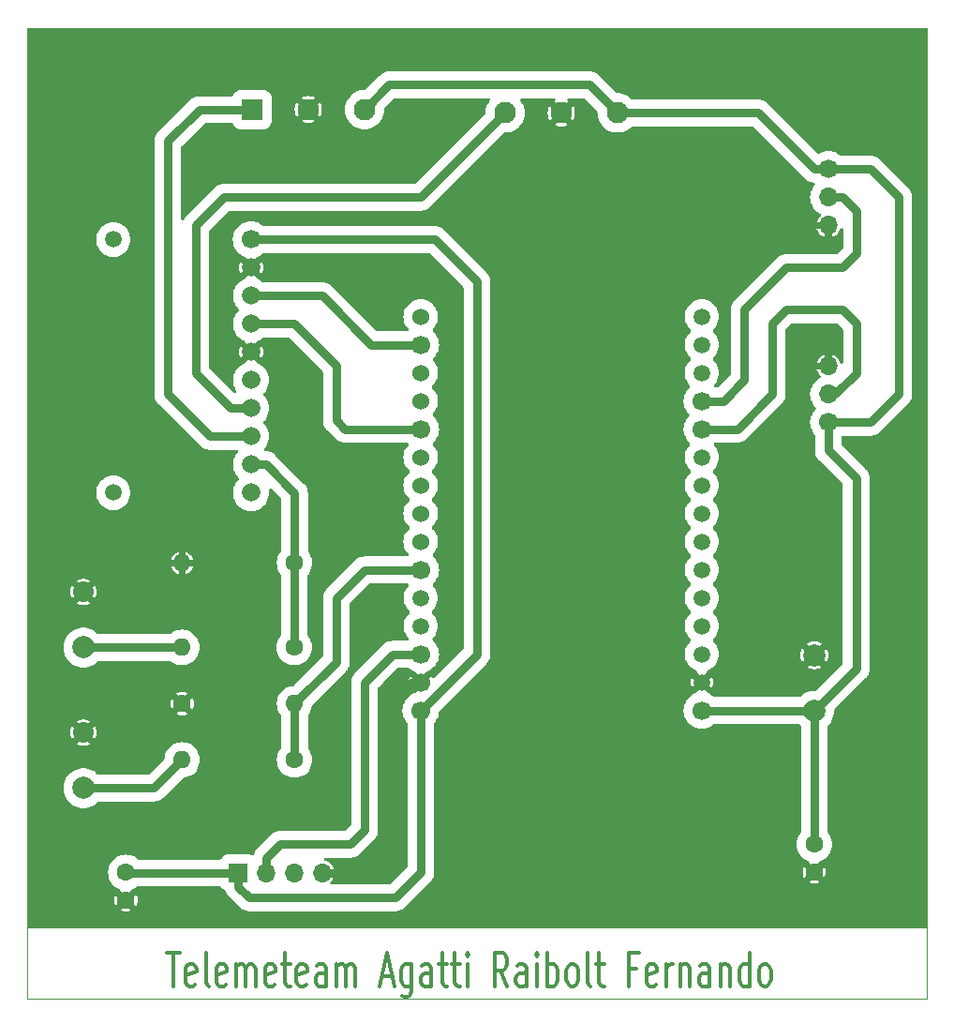
<source format=gbr>
%TF.GenerationSoftware,KiCad,Pcbnew,7.0.5*%
%TF.CreationDate,2023-12-05T21:06:27-03:00*%
%TF.ProjectId,Telemetria_Hardware,54656c65-6d65-4747-9269-615f48617264,rev?*%
%TF.SameCoordinates,Original*%
%TF.FileFunction,Copper,L1,Top*%
%TF.FilePolarity,Positive*%
%FSLAX46Y46*%
G04 Gerber Fmt 4.6, Leading zero omitted, Abs format (unit mm)*
G04 Created by KiCad (PCBNEW 7.0.5) date 2023-12-05 21:06:27*
%MOMM*%
%LPD*%
G01*
G04 APERTURE LIST*
%ADD10C,0.300000*%
%TA.AperFunction,NonConductor*%
%ADD11C,0.300000*%
%TD*%
%TA.AperFunction,ComponentPad*%
%ADD12C,2.000000*%
%TD*%
%TA.AperFunction,ComponentPad*%
%ADD13C,1.875000*%
%TD*%
%TA.AperFunction,ComponentPad*%
%ADD14C,1.600000*%
%TD*%
%TA.AperFunction,ComponentPad*%
%ADD15O,1.600000X1.600000*%
%TD*%
%TA.AperFunction,ComponentPad*%
%ADD16R,1.950000X1.950000*%
%TD*%
%TA.AperFunction,ComponentPad*%
%ADD17C,1.950000*%
%TD*%
%TA.AperFunction,ComponentPad*%
%ADD18C,1.700000*%
%TD*%
%TA.AperFunction,ComponentPad*%
%ADD19C,1.665000*%
%TD*%
%TA.AperFunction,ComponentPad*%
%ADD20C,1.500000*%
%TD*%
%TA.AperFunction,ComponentPad*%
%ADD21R,1.700000X1.700000*%
%TD*%
%TA.AperFunction,ComponentPad*%
%ADD22O,1.700000X1.700000*%
%TD*%
%TA.AperFunction,ComponentPad*%
%ADD23C,1.524000*%
%TD*%
%TA.AperFunction,Conductor*%
%ADD24C,0.800000*%
%TD*%
%TA.AperFunction,Profile*%
%ADD25C,0.100000*%
%TD*%
G04 APERTURE END LIST*
D10*
D11*
X81204045Y-129182257D02*
X82346902Y-129182257D01*
X81775473Y-132182257D02*
X81775473Y-129182257D01*
X83775474Y-132039400D02*
X83584998Y-132182257D01*
X83584998Y-132182257D02*
X83204045Y-132182257D01*
X83204045Y-132182257D02*
X83013569Y-132039400D01*
X83013569Y-132039400D02*
X82918331Y-131753685D01*
X82918331Y-131753685D02*
X82918331Y-130610828D01*
X82918331Y-130610828D02*
X83013569Y-130325114D01*
X83013569Y-130325114D02*
X83204045Y-130182257D01*
X83204045Y-130182257D02*
X83584998Y-130182257D01*
X83584998Y-130182257D02*
X83775474Y-130325114D01*
X83775474Y-130325114D02*
X83870712Y-130610828D01*
X83870712Y-130610828D02*
X83870712Y-130896542D01*
X83870712Y-130896542D02*
X82918331Y-131182257D01*
X85013569Y-132182257D02*
X84823093Y-132039400D01*
X84823093Y-132039400D02*
X84727855Y-131753685D01*
X84727855Y-131753685D02*
X84727855Y-129182257D01*
X86537379Y-132039400D02*
X86346903Y-132182257D01*
X86346903Y-132182257D02*
X85965950Y-132182257D01*
X85965950Y-132182257D02*
X85775474Y-132039400D01*
X85775474Y-132039400D02*
X85680236Y-131753685D01*
X85680236Y-131753685D02*
X85680236Y-130610828D01*
X85680236Y-130610828D02*
X85775474Y-130325114D01*
X85775474Y-130325114D02*
X85965950Y-130182257D01*
X85965950Y-130182257D02*
X86346903Y-130182257D01*
X86346903Y-130182257D02*
X86537379Y-130325114D01*
X86537379Y-130325114D02*
X86632617Y-130610828D01*
X86632617Y-130610828D02*
X86632617Y-130896542D01*
X86632617Y-130896542D02*
X85680236Y-131182257D01*
X87489760Y-132182257D02*
X87489760Y-130182257D01*
X87489760Y-130467971D02*
X87584998Y-130325114D01*
X87584998Y-130325114D02*
X87775474Y-130182257D01*
X87775474Y-130182257D02*
X88061189Y-130182257D01*
X88061189Y-130182257D02*
X88251665Y-130325114D01*
X88251665Y-130325114D02*
X88346903Y-130610828D01*
X88346903Y-130610828D02*
X88346903Y-132182257D01*
X88346903Y-130610828D02*
X88442141Y-130325114D01*
X88442141Y-130325114D02*
X88632617Y-130182257D01*
X88632617Y-130182257D02*
X88918331Y-130182257D01*
X88918331Y-130182257D02*
X89108808Y-130325114D01*
X89108808Y-130325114D02*
X89204046Y-130610828D01*
X89204046Y-130610828D02*
X89204046Y-132182257D01*
X90918332Y-132039400D02*
X90727856Y-132182257D01*
X90727856Y-132182257D02*
X90346903Y-132182257D01*
X90346903Y-132182257D02*
X90156427Y-132039400D01*
X90156427Y-132039400D02*
X90061189Y-131753685D01*
X90061189Y-131753685D02*
X90061189Y-130610828D01*
X90061189Y-130610828D02*
X90156427Y-130325114D01*
X90156427Y-130325114D02*
X90346903Y-130182257D01*
X90346903Y-130182257D02*
X90727856Y-130182257D01*
X90727856Y-130182257D02*
X90918332Y-130325114D01*
X90918332Y-130325114D02*
X91013570Y-130610828D01*
X91013570Y-130610828D02*
X91013570Y-130896542D01*
X91013570Y-130896542D02*
X90061189Y-131182257D01*
X91584999Y-130182257D02*
X92346903Y-130182257D01*
X91870713Y-129182257D02*
X91870713Y-131753685D01*
X91870713Y-131753685D02*
X91965951Y-132039400D01*
X91965951Y-132039400D02*
X92156427Y-132182257D01*
X92156427Y-132182257D02*
X92346903Y-132182257D01*
X93775475Y-132039400D02*
X93584999Y-132182257D01*
X93584999Y-132182257D02*
X93204046Y-132182257D01*
X93204046Y-132182257D02*
X93013570Y-132039400D01*
X93013570Y-132039400D02*
X92918332Y-131753685D01*
X92918332Y-131753685D02*
X92918332Y-130610828D01*
X92918332Y-130610828D02*
X93013570Y-130325114D01*
X93013570Y-130325114D02*
X93204046Y-130182257D01*
X93204046Y-130182257D02*
X93584999Y-130182257D01*
X93584999Y-130182257D02*
X93775475Y-130325114D01*
X93775475Y-130325114D02*
X93870713Y-130610828D01*
X93870713Y-130610828D02*
X93870713Y-130896542D01*
X93870713Y-130896542D02*
X92918332Y-131182257D01*
X95584999Y-132182257D02*
X95584999Y-130610828D01*
X95584999Y-130610828D02*
X95489761Y-130325114D01*
X95489761Y-130325114D02*
X95299285Y-130182257D01*
X95299285Y-130182257D02*
X94918332Y-130182257D01*
X94918332Y-130182257D02*
X94727856Y-130325114D01*
X95584999Y-132039400D02*
X95394523Y-132182257D01*
X95394523Y-132182257D02*
X94918332Y-132182257D01*
X94918332Y-132182257D02*
X94727856Y-132039400D01*
X94727856Y-132039400D02*
X94632618Y-131753685D01*
X94632618Y-131753685D02*
X94632618Y-131467971D01*
X94632618Y-131467971D02*
X94727856Y-131182257D01*
X94727856Y-131182257D02*
X94918332Y-131039400D01*
X94918332Y-131039400D02*
X95394523Y-131039400D01*
X95394523Y-131039400D02*
X95584999Y-130896542D01*
X96537380Y-132182257D02*
X96537380Y-130182257D01*
X96537380Y-130467971D02*
X96632618Y-130325114D01*
X96632618Y-130325114D02*
X96823094Y-130182257D01*
X96823094Y-130182257D02*
X97108809Y-130182257D01*
X97108809Y-130182257D02*
X97299285Y-130325114D01*
X97299285Y-130325114D02*
X97394523Y-130610828D01*
X97394523Y-130610828D02*
X97394523Y-132182257D01*
X97394523Y-130610828D02*
X97489761Y-130325114D01*
X97489761Y-130325114D02*
X97680237Y-130182257D01*
X97680237Y-130182257D02*
X97965951Y-130182257D01*
X97965951Y-130182257D02*
X98156428Y-130325114D01*
X98156428Y-130325114D02*
X98251666Y-130610828D01*
X98251666Y-130610828D02*
X98251666Y-132182257D01*
X100632619Y-131325114D02*
X101585000Y-131325114D01*
X100442143Y-132182257D02*
X101108809Y-129182257D01*
X101108809Y-129182257D02*
X101775476Y-132182257D01*
X103299286Y-130182257D02*
X103299286Y-132610828D01*
X103299286Y-132610828D02*
X103204048Y-132896542D01*
X103204048Y-132896542D02*
X103108810Y-133039400D01*
X103108810Y-133039400D02*
X102918333Y-133182257D01*
X102918333Y-133182257D02*
X102632619Y-133182257D01*
X102632619Y-133182257D02*
X102442143Y-133039400D01*
X103299286Y-132039400D02*
X103108810Y-132182257D01*
X103108810Y-132182257D02*
X102727857Y-132182257D01*
X102727857Y-132182257D02*
X102537381Y-132039400D01*
X102537381Y-132039400D02*
X102442143Y-131896542D01*
X102442143Y-131896542D02*
X102346905Y-131610828D01*
X102346905Y-131610828D02*
X102346905Y-130753685D01*
X102346905Y-130753685D02*
X102442143Y-130467971D01*
X102442143Y-130467971D02*
X102537381Y-130325114D01*
X102537381Y-130325114D02*
X102727857Y-130182257D01*
X102727857Y-130182257D02*
X103108810Y-130182257D01*
X103108810Y-130182257D02*
X103299286Y-130325114D01*
X105108810Y-132182257D02*
X105108810Y-130610828D01*
X105108810Y-130610828D02*
X105013572Y-130325114D01*
X105013572Y-130325114D02*
X104823096Y-130182257D01*
X104823096Y-130182257D02*
X104442143Y-130182257D01*
X104442143Y-130182257D02*
X104251667Y-130325114D01*
X105108810Y-132039400D02*
X104918334Y-132182257D01*
X104918334Y-132182257D02*
X104442143Y-132182257D01*
X104442143Y-132182257D02*
X104251667Y-132039400D01*
X104251667Y-132039400D02*
X104156429Y-131753685D01*
X104156429Y-131753685D02*
X104156429Y-131467971D01*
X104156429Y-131467971D02*
X104251667Y-131182257D01*
X104251667Y-131182257D02*
X104442143Y-131039400D01*
X104442143Y-131039400D02*
X104918334Y-131039400D01*
X104918334Y-131039400D02*
X105108810Y-130896542D01*
X105775477Y-130182257D02*
X106537381Y-130182257D01*
X106061191Y-129182257D02*
X106061191Y-131753685D01*
X106061191Y-131753685D02*
X106156429Y-132039400D01*
X106156429Y-132039400D02*
X106346905Y-132182257D01*
X106346905Y-132182257D02*
X106537381Y-132182257D01*
X106918334Y-130182257D02*
X107680238Y-130182257D01*
X107204048Y-129182257D02*
X107204048Y-131753685D01*
X107204048Y-131753685D02*
X107299286Y-132039400D01*
X107299286Y-132039400D02*
X107489762Y-132182257D01*
X107489762Y-132182257D02*
X107680238Y-132182257D01*
X108346905Y-132182257D02*
X108346905Y-130182257D01*
X108346905Y-129182257D02*
X108251667Y-129325114D01*
X108251667Y-129325114D02*
X108346905Y-129467971D01*
X108346905Y-129467971D02*
X108442143Y-129325114D01*
X108442143Y-129325114D02*
X108346905Y-129182257D01*
X108346905Y-129182257D02*
X108346905Y-129467971D01*
X111965953Y-132182257D02*
X111299286Y-130753685D01*
X110823096Y-132182257D02*
X110823096Y-129182257D01*
X110823096Y-129182257D02*
X111585001Y-129182257D01*
X111585001Y-129182257D02*
X111775477Y-129325114D01*
X111775477Y-129325114D02*
X111870715Y-129467971D01*
X111870715Y-129467971D02*
X111965953Y-129753685D01*
X111965953Y-129753685D02*
X111965953Y-130182257D01*
X111965953Y-130182257D02*
X111870715Y-130467971D01*
X111870715Y-130467971D02*
X111775477Y-130610828D01*
X111775477Y-130610828D02*
X111585001Y-130753685D01*
X111585001Y-130753685D02*
X110823096Y-130753685D01*
X113680239Y-132182257D02*
X113680239Y-130610828D01*
X113680239Y-130610828D02*
X113585001Y-130325114D01*
X113585001Y-130325114D02*
X113394525Y-130182257D01*
X113394525Y-130182257D02*
X113013572Y-130182257D01*
X113013572Y-130182257D02*
X112823096Y-130325114D01*
X113680239Y-132039400D02*
X113489763Y-132182257D01*
X113489763Y-132182257D02*
X113013572Y-132182257D01*
X113013572Y-132182257D02*
X112823096Y-132039400D01*
X112823096Y-132039400D02*
X112727858Y-131753685D01*
X112727858Y-131753685D02*
X112727858Y-131467971D01*
X112727858Y-131467971D02*
X112823096Y-131182257D01*
X112823096Y-131182257D02*
X113013572Y-131039400D01*
X113013572Y-131039400D02*
X113489763Y-131039400D01*
X113489763Y-131039400D02*
X113680239Y-130896542D01*
X114632620Y-132182257D02*
X114632620Y-130182257D01*
X114632620Y-129182257D02*
X114537382Y-129325114D01*
X114537382Y-129325114D02*
X114632620Y-129467971D01*
X114632620Y-129467971D02*
X114727858Y-129325114D01*
X114727858Y-129325114D02*
X114632620Y-129182257D01*
X114632620Y-129182257D02*
X114632620Y-129467971D01*
X115585001Y-132182257D02*
X115585001Y-129182257D01*
X115585001Y-130325114D02*
X115775477Y-130182257D01*
X115775477Y-130182257D02*
X116156430Y-130182257D01*
X116156430Y-130182257D02*
X116346906Y-130325114D01*
X116346906Y-130325114D02*
X116442144Y-130467971D01*
X116442144Y-130467971D02*
X116537382Y-130753685D01*
X116537382Y-130753685D02*
X116537382Y-131610828D01*
X116537382Y-131610828D02*
X116442144Y-131896542D01*
X116442144Y-131896542D02*
X116346906Y-132039400D01*
X116346906Y-132039400D02*
X116156430Y-132182257D01*
X116156430Y-132182257D02*
X115775477Y-132182257D01*
X115775477Y-132182257D02*
X115585001Y-132039400D01*
X117680239Y-132182257D02*
X117489763Y-132039400D01*
X117489763Y-132039400D02*
X117394525Y-131896542D01*
X117394525Y-131896542D02*
X117299287Y-131610828D01*
X117299287Y-131610828D02*
X117299287Y-130753685D01*
X117299287Y-130753685D02*
X117394525Y-130467971D01*
X117394525Y-130467971D02*
X117489763Y-130325114D01*
X117489763Y-130325114D02*
X117680239Y-130182257D01*
X117680239Y-130182257D02*
X117965954Y-130182257D01*
X117965954Y-130182257D02*
X118156430Y-130325114D01*
X118156430Y-130325114D02*
X118251668Y-130467971D01*
X118251668Y-130467971D02*
X118346906Y-130753685D01*
X118346906Y-130753685D02*
X118346906Y-131610828D01*
X118346906Y-131610828D02*
X118251668Y-131896542D01*
X118251668Y-131896542D02*
X118156430Y-132039400D01*
X118156430Y-132039400D02*
X117965954Y-132182257D01*
X117965954Y-132182257D02*
X117680239Y-132182257D01*
X119489763Y-132182257D02*
X119299287Y-132039400D01*
X119299287Y-132039400D02*
X119204049Y-131753685D01*
X119204049Y-131753685D02*
X119204049Y-129182257D01*
X119965954Y-130182257D02*
X120727858Y-130182257D01*
X120251668Y-129182257D02*
X120251668Y-131753685D01*
X120251668Y-131753685D02*
X120346906Y-132039400D01*
X120346906Y-132039400D02*
X120537382Y-132182257D01*
X120537382Y-132182257D02*
X120727858Y-132182257D01*
X123585002Y-130610828D02*
X122918335Y-130610828D01*
X122918335Y-132182257D02*
X122918335Y-129182257D01*
X122918335Y-129182257D02*
X123870716Y-129182257D01*
X125394526Y-132039400D02*
X125204050Y-132182257D01*
X125204050Y-132182257D02*
X124823097Y-132182257D01*
X124823097Y-132182257D02*
X124632621Y-132039400D01*
X124632621Y-132039400D02*
X124537383Y-131753685D01*
X124537383Y-131753685D02*
X124537383Y-130610828D01*
X124537383Y-130610828D02*
X124632621Y-130325114D01*
X124632621Y-130325114D02*
X124823097Y-130182257D01*
X124823097Y-130182257D02*
X125204050Y-130182257D01*
X125204050Y-130182257D02*
X125394526Y-130325114D01*
X125394526Y-130325114D02*
X125489764Y-130610828D01*
X125489764Y-130610828D02*
X125489764Y-130896542D01*
X125489764Y-130896542D02*
X124537383Y-131182257D01*
X126346907Y-132182257D02*
X126346907Y-130182257D01*
X126346907Y-130753685D02*
X126442145Y-130467971D01*
X126442145Y-130467971D02*
X126537383Y-130325114D01*
X126537383Y-130325114D02*
X126727859Y-130182257D01*
X126727859Y-130182257D02*
X126918336Y-130182257D01*
X127585002Y-130182257D02*
X127585002Y-132182257D01*
X127585002Y-130467971D02*
X127680240Y-130325114D01*
X127680240Y-130325114D02*
X127870716Y-130182257D01*
X127870716Y-130182257D02*
X128156431Y-130182257D01*
X128156431Y-130182257D02*
X128346907Y-130325114D01*
X128346907Y-130325114D02*
X128442145Y-130610828D01*
X128442145Y-130610828D02*
X128442145Y-132182257D01*
X130251669Y-132182257D02*
X130251669Y-130610828D01*
X130251669Y-130610828D02*
X130156431Y-130325114D01*
X130156431Y-130325114D02*
X129965955Y-130182257D01*
X129965955Y-130182257D02*
X129585002Y-130182257D01*
X129585002Y-130182257D02*
X129394526Y-130325114D01*
X130251669Y-132039400D02*
X130061193Y-132182257D01*
X130061193Y-132182257D02*
X129585002Y-132182257D01*
X129585002Y-132182257D02*
X129394526Y-132039400D01*
X129394526Y-132039400D02*
X129299288Y-131753685D01*
X129299288Y-131753685D02*
X129299288Y-131467971D01*
X129299288Y-131467971D02*
X129394526Y-131182257D01*
X129394526Y-131182257D02*
X129585002Y-131039400D01*
X129585002Y-131039400D02*
X130061193Y-131039400D01*
X130061193Y-131039400D02*
X130251669Y-130896542D01*
X131204050Y-130182257D02*
X131204050Y-132182257D01*
X131204050Y-130467971D02*
X131299288Y-130325114D01*
X131299288Y-130325114D02*
X131489764Y-130182257D01*
X131489764Y-130182257D02*
X131775479Y-130182257D01*
X131775479Y-130182257D02*
X131965955Y-130325114D01*
X131965955Y-130325114D02*
X132061193Y-130610828D01*
X132061193Y-130610828D02*
X132061193Y-132182257D01*
X133870717Y-132182257D02*
X133870717Y-129182257D01*
X133870717Y-132039400D02*
X133680241Y-132182257D01*
X133680241Y-132182257D02*
X133299288Y-132182257D01*
X133299288Y-132182257D02*
X133108812Y-132039400D01*
X133108812Y-132039400D02*
X133013574Y-131896542D01*
X133013574Y-131896542D02*
X132918336Y-131610828D01*
X132918336Y-131610828D02*
X132918336Y-130753685D01*
X132918336Y-130753685D02*
X133013574Y-130467971D01*
X133013574Y-130467971D02*
X133108812Y-130325114D01*
X133108812Y-130325114D02*
X133299288Y-130182257D01*
X133299288Y-130182257D02*
X133680241Y-130182257D01*
X133680241Y-130182257D02*
X133870717Y-130325114D01*
X135108812Y-132182257D02*
X134918336Y-132039400D01*
X134918336Y-132039400D02*
X134823098Y-131896542D01*
X134823098Y-131896542D02*
X134727860Y-131610828D01*
X134727860Y-131610828D02*
X134727860Y-130753685D01*
X134727860Y-130753685D02*
X134823098Y-130467971D01*
X134823098Y-130467971D02*
X134918336Y-130325114D01*
X134918336Y-130325114D02*
X135108812Y-130182257D01*
X135108812Y-130182257D02*
X135394527Y-130182257D01*
X135394527Y-130182257D02*
X135585003Y-130325114D01*
X135585003Y-130325114D02*
X135680241Y-130467971D01*
X135680241Y-130467971D02*
X135775479Y-130753685D01*
X135775479Y-130753685D02*
X135775479Y-131610828D01*
X135775479Y-131610828D02*
X135680241Y-131896542D01*
X135680241Y-131896542D02*
X135585003Y-132039400D01*
X135585003Y-132039400D02*
X135394527Y-132182257D01*
X135394527Y-132182257D02*
X135108812Y-132182257D01*
D12*
%TO.P,MPPT,1,1*%
%TO.N,Net-(MPPT1-Pad1)*%
X73660000Y-114300000D03*
D13*
%TO.P,MPPT,2,2*%
%TO.N,GND*%
X73660000Y-109300000D03*
%TD*%
D12*
%TO.P,PCB_Vin1,1,1*%
%TO.N,Net-(PCB_Vin1-Pad1)*%
X73660000Y-101600000D03*
D13*
%TO.P,PCB_Vin1,2,2*%
%TO.N,GND*%
X73660000Y-96600000D03*
%TD*%
D12*
%TO.P,STEP,1,1*%
%TO.N,Net-(ACS1-Pad1)*%
X139700000Y-107315000D03*
%TO.P,STEP,2,2*%
%TO.N,GND*%
X139700000Y-102315000D03*
%TD*%
D14*
%TO.P,R2,1*%
%TO.N,GND*%
X82586666Y-106680000D03*
D15*
%TO.P,R2,2*%
%TO.N,Net-(ESP32-Pad21)*%
X92746666Y-106680000D03*
%TD*%
D14*
%TO.P,R1,1*%
%TO.N,Net-(ESP32-Pad21)*%
X92746666Y-111760000D03*
D15*
%TO.P,R1,2*%
%TO.N,Net-(MPPT1-Pad1)*%
X82586666Y-111760000D03*
%TD*%
D16*
%TO.P,M100A,1,1*%
%TO.N,Net-(ADS1115-Pad8)*%
X88900000Y-53040000D03*
D17*
%TO.P,M100A,2,2*%
%TO.N,GND*%
X93980000Y-53040000D03*
%TO.P,M100A,3,3*%
%TO.N,Net-(ACS1-Pad1)*%
X99060000Y-53040000D03*
%TD*%
D18*
%TO.P,ADS1115,1,VDD*%
%TO.N,Net-(C2-Pad1)*%
X88809666Y-64770000D03*
D19*
%TO.P,ADS1115,2,GND*%
%TO.N,GND*%
X88809666Y-67310000D03*
%TO.P,ADS1115,3,SCL*%
%TO.N,Net-(ADS1115-Pad3)*%
X88809666Y-69850000D03*
%TO.P,ADS1115,4,SDA*%
%TO.N,Net-(ADS1115-Pad4)*%
X88809666Y-72390000D03*
%TO.P,ADS1115,5,ADDR*%
%TO.N,GND*%
X88809666Y-74930000D03*
%TO.P,ADS1115,6,ALRT*%
%TO.N,unconnected-(ADS1115-Pad6)*%
X88809666Y-77470000D03*
%TO.P,ADS1115,7,A0*%
%TO.N,Net-(ADS1115-Pad7)*%
X88809666Y-80010000D03*
%TO.P,ADS1115,8,A1*%
%TO.N,Net-(ADS1115-Pad8)*%
X88809666Y-82550000D03*
%TO.P,ADS1115,9,A2*%
%TO.N,Net-(ADS1115-Pad9)*%
X88809666Y-85090000D03*
%TO.P,ADS1115,10,A3*%
%TO.N,unconnected-(ADS1115-Pad10)*%
X88809666Y-87630000D03*
D20*
%TO.P,ADS1115,MH1,MH1*%
%TO.N,unconnected-(ADS1115-PadMH1)*%
X76363666Y-64770000D03*
%TO.P,ADS1115,MH2,MH2*%
%TO.N,unconnected-(ADS1115-PadMH2)*%
X76363666Y-87630000D03*
%TD*%
D17*
%TO.P,B150A,1,1*%
%TO.N,Net-(ADS1115-Pad7)*%
X111760000Y-53340000D03*
%TO.P,B150A,2,2*%
%TO.N,GND*%
X116840000Y-53340000D03*
%TO.P,B150A,3,3*%
%TO.N,Net-(ACS1-Pad1)*%
X121920000Y-53340000D03*
%TD*%
D21*
%TO.P,DHT,1,Pin_1*%
%TO.N,Net-(C2-Pad1)*%
X87640000Y-121945000D03*
D22*
%TO.P,DHT,2,Pin_2*%
%TO.N,Net-(DHT1-Pad2)*%
X90180000Y-121945000D03*
%TO.P,DHT,3,Pin_3*%
%TO.N,unconnected-(DHT1-Pad3)*%
X92720000Y-121945000D03*
%TO.P,DHT,4,Pin_4*%
%TO.N,GND*%
X95260000Y-121945000D03*
%TD*%
D14*
%TO.P,C2,1*%
%TO.N,Net-(C2-Pad1)*%
X77506666Y-121920000D03*
%TO.P,C2,2*%
%TO.N,GND*%
X77506666Y-124420000D03*
%TD*%
D20*
%TO.P,ESP32,1,EN*%
%TO.N,unconnected-(ESP32-Pad1)*%
X129540000Y-71730000D03*
%TO.P,ESP32,2,SENSOR_VP*%
%TO.N,unconnected-(ESP32-Pad2)*%
X129540000Y-74270000D03*
%TO.P,ESP32,3,SENSOR_VN*%
%TO.N,unconnected-(ESP32-Pad3)*%
X129540000Y-76810000D03*
D18*
%TO.P,ESP32,4,IO34*%
%TO.N,Net-(ACS1-Pad2)*%
X129540000Y-79350000D03*
%TO.P,ESP32,5,IO35*%
%TO.N,Net-(ACS2-Pad2)*%
X129540000Y-81890000D03*
D20*
%TO.P,ESP32,6,IO32*%
%TO.N,unconnected-(ESP32-Pad6)*%
X129540000Y-84430000D03*
%TO.P,ESP32,7,IO33*%
%TO.N,unconnected-(ESP32-Pad7)*%
X129540000Y-86970000D03*
%TO.P,ESP32,8,IO25*%
%TO.N,unconnected-(ESP32-Pad8)*%
X129540000Y-89510000D03*
%TO.P,ESP32,9,IO26*%
%TO.N,unconnected-(ESP32-Pad9)*%
X129540000Y-92050000D03*
%TO.P,ESP32,10,IO27*%
%TO.N,unconnected-(ESP32-Pad10)*%
X129540000Y-94590000D03*
%TO.P,ESP32,11,IO14*%
%TO.N,unconnected-(ESP32-Pad11)*%
X129540000Y-97130000D03*
%TO.P,ESP32,12,IO12*%
%TO.N,unconnected-(ESP32-Pad12)*%
X129540000Y-99670000D03*
%TO.P,ESP32,13,IO13*%
%TO.N,unconnected-(ESP32-Pad13)*%
X129540000Y-102210000D03*
%TO.P,ESP32,14,GND*%
%TO.N,GND*%
X129540000Y-104750000D03*
D18*
%TO.P,ESP32,15,VIN*%
%TO.N,Net-(ACS1-Pad1)*%
X129540000Y-107290000D03*
%TO.P,ESP32,16,3V3*%
%TO.N,Net-(C2-Pad1)*%
X104140000Y-107290000D03*
%TO.P,ESP32,17,GND*%
%TO.N,GND*%
X104140000Y-104750000D03*
%TO.P,ESP32,18,IO15*%
%TO.N,Net-(DHT1-Pad2)*%
X104140000Y-102210000D03*
D20*
%TO.P,ESP32,19,IO2*%
%TO.N,unconnected-(ESP32-Pad19)*%
X104140000Y-99670000D03*
%TO.P,ESP32,20,IO4*%
%TO.N,unconnected-(ESP32-Pad20)*%
X104140000Y-97130000D03*
D18*
%TO.P,ESP32,21,IO16*%
%TO.N,Net-(ESP32-Pad21)*%
X104140000Y-94590000D03*
D23*
%TO.P,ESP32,22,IO17*%
%TO.N,unconnected-(ESP32-Pad22)*%
X104140000Y-92050000D03*
%TO.P,ESP32,23,IO5*%
%TO.N,unconnected-(ESP32-Pad23)*%
X104140000Y-89510000D03*
%TO.P,ESP32,24,IO18*%
%TO.N,unconnected-(ESP32-Pad24)*%
X104140000Y-86970000D03*
%TO.P,ESP32,25,IO19*%
%TO.N,unconnected-(ESP32-Pad25)*%
X104140000Y-84430000D03*
D18*
%TO.P,ESP32,26,IO21*%
%TO.N,Net-(ADS1115-Pad4)*%
X104140000Y-81890000D03*
D23*
%TO.P,ESP32,27,RXD0/IO3*%
%TO.N,unconnected-(ESP32-Pad27)*%
X104140000Y-79350000D03*
%TO.P,ESP32,28,TXD0/IO1*%
%TO.N,unconnected-(ESP32-Pad28)*%
X104140000Y-76810000D03*
D18*
%TO.P,ESP32,29,IO22*%
%TO.N,Net-(ADS1115-Pad3)*%
X104140000Y-74270000D03*
D23*
%TO.P,ESP32,30,IO23*%
%TO.N,unconnected-(ESP32-Pad30)*%
X104140000Y-71730000D03*
%TD*%
D14*
%TO.P,R3,1*%
%TO.N,Net-(ADS1115-Pad9)*%
X92710000Y-101600000D03*
D15*
%TO.P,R3,2*%
%TO.N,Net-(PCB_Vin1-Pad1)*%
X82550000Y-101600000D03*
%TD*%
D14*
%TO.P,C1,1*%
%TO.N,Net-(ACS1-Pad1)*%
X139700000Y-119380000D03*
%TO.P,C1,2*%
%TO.N,GND*%
X139700000Y-121880000D03*
%TD*%
D18*
%TO.P,ACS1,1,Pin_1*%
%TO.N,Net-(ACS1-Pad1)*%
X140970000Y-58420000D03*
D22*
%TO.P,ACS1,2,Pin_2*%
%TO.N,Net-(ACS1-Pad2)*%
X140970000Y-60960000D03*
%TO.P,ACS1,3,Pin_3*%
%TO.N,GND*%
X140970000Y-63500000D03*
%TD*%
D18*
%TO.P,ACS2,1,Pin_1*%
%TO.N,Net-(ACS1-Pad1)*%
X140970000Y-81280000D03*
D22*
%TO.P,ACS2,2,Pin_2*%
%TO.N,Net-(ACS2-Pad2)*%
X140970000Y-78740000D03*
%TO.P,ACS2,3,Pin_3*%
%TO.N,GND*%
X140970000Y-76200000D03*
%TD*%
D14*
%TO.P,R4,1*%
%TO.N,Net-(ADS1115-Pad9)*%
X92746666Y-93980000D03*
D15*
%TO.P,R4,2*%
%TO.N,GND*%
X82586666Y-93980000D03*
%TD*%
D24*
%TO.N,GND*%
X98655000Y-121945000D02*
X95260000Y-121945000D01*
X101800000Y-118800000D02*
X98655000Y-121945000D01*
X103250000Y-104750000D02*
X101800000Y-106200000D01*
X101800000Y-106200000D02*
X101800000Y-118800000D01*
X104140000Y-104750000D02*
X103250000Y-104750000D01*
%TO.N,Net-(C2-Pad1)*%
X101860000Y-124200000D02*
X104140000Y-121920000D01*
X88640000Y-124200000D02*
X101860000Y-124200000D01*
X87640000Y-123200000D02*
X88640000Y-124200000D01*
X87640000Y-121945000D02*
X87640000Y-123200000D01*
X104140000Y-121920000D02*
X104140000Y-107290000D01*
%TO.N,Net-(ACS1-Pad1)*%
X101300000Y-50800000D02*
X99060000Y-53040000D01*
X139675000Y-107290000D02*
X139700000Y-107315000D01*
X134620000Y-53340000D02*
X121920000Y-53340000D01*
X147320000Y-60960000D02*
X144780000Y-58420000D01*
X119380000Y-50800000D02*
X101300000Y-50800000D01*
X139700000Y-119380000D02*
X139700000Y-107315000D01*
X147320000Y-78740000D02*
X147320000Y-60960000D01*
X144780000Y-58420000D02*
X139700000Y-58420000D01*
X140970000Y-83820000D02*
X140970000Y-81280000D01*
X140970000Y-81280000D02*
X144780000Y-81280000D01*
X139700000Y-58420000D02*
X134620000Y-53340000D01*
X144780000Y-81280000D02*
X147320000Y-78740000D01*
X139700000Y-107315000D02*
X143485000Y-103530000D01*
X129540000Y-107290000D02*
X139675000Y-107290000D01*
X143485000Y-86335000D02*
X140970000Y-83820000D01*
X143485000Y-103530000D02*
X143485000Y-86335000D01*
X121920000Y-53340000D02*
X119380000Y-50800000D01*
%TO.N,Net-(C2-Pad1)*%
X88809666Y-64770000D02*
X105410000Y-64770000D01*
X109220000Y-68580000D02*
X109220000Y-102210000D01*
X109220000Y-102210000D02*
X104140000Y-107290000D01*
X87640000Y-121945000D02*
X77506666Y-121945000D01*
X105410000Y-64770000D02*
X109220000Y-68580000D01*
%TO.N,Net-(ESP32-Pad21)*%
X99060000Y-94590000D02*
X104140000Y-94590000D01*
X96520000Y-97130000D02*
X99060000Y-94590000D01*
X92746666Y-111760000D02*
X92746666Y-106680000D01*
X92746666Y-106680000D02*
X96520000Y-102906666D01*
X96520000Y-102906666D02*
X96520000Y-97130000D01*
%TO.N,Net-(MPPT1-Pad1)*%
X80046666Y-114300000D02*
X82586666Y-111760000D01*
X73660000Y-114300000D02*
X80046666Y-114300000D01*
%TO.N,Net-(ACS1-Pad2)*%
X137160000Y-67310000D02*
X133350000Y-71120000D01*
X133350000Y-71120000D02*
X133350000Y-77470000D01*
X143510000Y-62230000D02*
X143510000Y-66040000D01*
X143510000Y-66040000D02*
X142240000Y-67310000D01*
X140970000Y-60960000D02*
X142240000Y-60960000D01*
X131470000Y-79350000D02*
X129540000Y-79350000D01*
X142240000Y-60960000D02*
X143510000Y-62230000D01*
X133350000Y-77470000D02*
X131470000Y-79350000D01*
X142240000Y-67310000D02*
X137160000Y-67310000D01*
%TO.N,Net-(ACS2-Pad2)*%
X141605000Y-78740000D02*
X140970000Y-78740000D01*
X129540000Y-81890000D02*
X132740000Y-81890000D01*
X135890000Y-78740000D02*
X135890000Y-72390000D01*
X135890000Y-72390000D02*
X137160000Y-71120000D01*
X143510000Y-76835000D02*
X141605000Y-78740000D01*
X143510000Y-72390000D02*
X143510000Y-76835000D01*
X142240000Y-71120000D02*
X143510000Y-72390000D01*
X132740000Y-81890000D02*
X135890000Y-78740000D01*
X137160000Y-71120000D02*
X142240000Y-71120000D01*
%TO.N,Net-(ADS1115-Pad3)*%
X95250000Y-69850000D02*
X99670000Y-74270000D01*
X99670000Y-74270000D02*
X104140000Y-74270000D01*
X88809666Y-69850000D02*
X95250000Y-69850000D01*
%TO.N,Net-(ADS1115-Pad4)*%
X96520000Y-76200000D02*
X96520000Y-81115000D01*
X96520000Y-81115000D02*
X97295000Y-81890000D01*
X97295000Y-81890000D02*
X104140000Y-81890000D01*
X92710000Y-72390000D02*
X96520000Y-76200000D01*
X88809666Y-72390000D02*
X92710000Y-72390000D01*
%TO.N,Net-(ADS1115-Pad7)*%
X83820000Y-76880167D02*
X86949833Y-80010000D01*
X104140000Y-60960000D02*
X86360000Y-60960000D01*
X111760000Y-53340000D02*
X104140000Y-60960000D01*
X83820000Y-63500000D02*
X83820000Y-76880167D01*
X86949833Y-80010000D02*
X88809666Y-80010000D01*
X86360000Y-60960000D02*
X83820000Y-63500000D01*
%TO.N,Net-(ADS1115-Pad8)*%
X88809666Y-82550000D02*
X85090000Y-82550000D01*
X81280000Y-78740000D02*
X81280000Y-55880000D01*
X81280000Y-55880000D02*
X84120000Y-53040000D01*
X85090000Y-82550000D02*
X81280000Y-78740000D01*
X84120000Y-53040000D02*
X88900000Y-53040000D01*
%TO.N,Net-(ADS1115-Pad9)*%
X90170000Y-85090000D02*
X88809666Y-85090000D01*
X92710000Y-101600000D02*
X92710000Y-94016666D01*
X92710000Y-94016666D02*
X92746666Y-93980000D01*
X92746666Y-87666666D02*
X90170000Y-85090000D01*
X92746666Y-93980000D02*
X92746666Y-87666666D01*
%TO.N,Net-(DHT1-Pad2)*%
X97790000Y-119380000D02*
X99060000Y-118110000D01*
X101600000Y-102210000D02*
X104140000Y-102210000D01*
X99060000Y-118110000D02*
X99060000Y-104750000D01*
X99060000Y-104750000D02*
X101600000Y-102210000D01*
X90180000Y-120640000D02*
X91440000Y-119380000D01*
X91440000Y-119380000D02*
X97790000Y-119380000D01*
X90180000Y-121945000D02*
X90180000Y-120640000D01*
%TO.N,Net-(PCB_Vin1-Pad1)*%
X82586666Y-101600000D02*
X73660000Y-101600000D01*
%TD*%
%TA.AperFunction,Conductor*%
%TO.N,GND*%
G36*
X104925519Y-65990462D02*
G01*
X104956378Y-66014141D01*
X107975859Y-69033622D01*
X108014423Y-69100417D01*
X108019500Y-69138981D01*
X108019500Y-101651018D01*
X107999538Y-101725518D01*
X107975859Y-101756377D01*
X105386749Y-104345486D01*
X105319954Y-104384050D01*
X105242826Y-104384050D01*
X105176031Y-104345486D01*
X105148011Y-104306542D01*
X105101376Y-104212886D01*
X104541358Y-104772904D01*
X104544986Y-104750000D01*
X104525165Y-104624852D01*
X104467641Y-104511955D01*
X104378045Y-104422359D01*
X104265148Y-104364835D01*
X104171481Y-104350000D01*
X104108519Y-104350000D01*
X104014852Y-104364835D01*
X103901955Y-104422359D01*
X103812359Y-104511955D01*
X103754835Y-104624852D01*
X103735014Y-104750000D01*
X103754835Y-104875148D01*
X103812359Y-104988045D01*
X103901955Y-105077641D01*
X104014852Y-105135165D01*
X104108519Y-105150000D01*
X104164264Y-105150000D01*
X104140000Y-105174264D01*
X103598897Y-105715365D01*
X103550559Y-105747664D01*
X103388374Y-105814844D01*
X103166857Y-105950589D01*
X102969314Y-106119308D01*
X102969308Y-106119314D01*
X102800589Y-106316857D01*
X102664844Y-106538374D01*
X102565427Y-106778390D01*
X102504780Y-107030998D01*
X102504779Y-107031003D01*
X102484396Y-107290000D01*
X102504779Y-107548996D01*
X102504780Y-107549001D01*
X102565427Y-107801609D01*
X102664844Y-108041625D01*
X102800586Y-108263138D01*
X102810852Y-108275158D01*
X102903801Y-108383986D01*
X102937005Y-108453598D01*
X102939500Y-108480752D01*
X102939500Y-121361018D01*
X102919538Y-121435518D01*
X102895859Y-121466377D01*
X101406378Y-122955859D01*
X101339583Y-122994423D01*
X101301019Y-122999500D01*
X96120667Y-122999500D01*
X96046167Y-122979538D01*
X95991629Y-122925000D01*
X95971667Y-122850500D01*
X95991629Y-122776000D01*
X96020286Y-122740388D01*
X96076394Y-122689237D01*
X96199247Y-122526554D01*
X96290113Y-122344069D01*
X96318301Y-122245000D01*
X95661554Y-122245000D01*
X95719493Y-122154844D01*
X95760000Y-122016889D01*
X95760000Y-121873111D01*
X95719493Y-121735156D01*
X95661554Y-121645000D01*
X96318301Y-121645000D01*
X96318301Y-121644999D01*
X96290113Y-121545930D01*
X96199247Y-121363445D01*
X96076394Y-121200762D01*
X95925735Y-121063418D01*
X95752418Y-120956103D01*
X95562317Y-120882458D01*
X95527567Y-120875963D01*
X95458004Y-120842651D01*
X95414416Y-120779021D01*
X95408483Y-120702121D01*
X95441795Y-120632558D01*
X95505425Y-120588970D01*
X95554946Y-120580500D01*
X97760555Y-120580500D01*
X97763973Y-120580578D01*
X97845681Y-120584356D01*
X97926707Y-120573052D01*
X97930037Y-120572666D01*
X98011536Y-120565115D01*
X98033410Y-120558890D01*
X98043517Y-120556758D01*
X98066033Y-120553618D01*
X98143584Y-120527625D01*
X98146861Y-120526611D01*
X98225528Y-120504229D01*
X98245887Y-120494090D01*
X98255409Y-120490145D01*
X98276985Y-120482915D01*
X98348480Y-120443091D01*
X98351465Y-120441518D01*
X98424689Y-120405058D01*
X98442836Y-120391353D01*
X98451484Y-120385718D01*
X98471353Y-120374652D01*
X98534268Y-120322405D01*
X98536966Y-120320269D01*
X98551053Y-120309631D01*
X98602236Y-120270981D01*
X98657345Y-120210527D01*
X98659688Y-120208073D01*
X99888073Y-118979688D01*
X99890527Y-118977345D01*
X99950981Y-118922236D01*
X100000268Y-118856966D01*
X100002408Y-118854266D01*
X100054652Y-118791353D01*
X100065718Y-118771484D01*
X100071353Y-118762836D01*
X100085058Y-118744689D01*
X100121518Y-118671465D01*
X100123091Y-118668480D01*
X100162915Y-118596985D01*
X100170145Y-118575409D01*
X100174090Y-118565887D01*
X100184229Y-118545528D01*
X100206612Y-118466855D01*
X100207629Y-118463572D01*
X100215622Y-118439725D01*
X100233618Y-118386033D01*
X100236758Y-118363517D01*
X100238891Y-118353408D01*
X100245115Y-118331536D01*
X100252666Y-118250037D01*
X100253052Y-118246707D01*
X100264356Y-118165681D01*
X100260578Y-118083972D01*
X100260500Y-118080554D01*
X100260500Y-105308981D01*
X100280462Y-105234481D01*
X100304141Y-105203622D01*
X100757759Y-104750004D01*
X103035287Y-104750004D01*
X103054096Y-104952985D01*
X103109885Y-105149064D01*
X103178623Y-105287111D01*
X103715735Y-104749999D01*
X103178623Y-104212887D01*
X103178622Y-104212887D01*
X103109885Y-104350932D01*
X103054096Y-104547014D01*
X103035287Y-104749995D01*
X103035287Y-104750004D01*
X100757759Y-104750004D01*
X102053622Y-103454141D01*
X102120417Y-103415577D01*
X102158981Y-103410500D01*
X102949246Y-103410500D01*
X103023746Y-103430462D01*
X103046014Y-103446200D01*
X103166857Y-103549410D01*
X103166859Y-103549411D01*
X103166860Y-103549412D01*
X103388372Y-103685154D01*
X103388377Y-103685156D01*
X103550558Y-103752334D01*
X103598897Y-103784633D01*
X104139999Y-104325735D01*
X104681101Y-103784633D01*
X104729440Y-103752334D01*
X104891628Y-103685154D01*
X105113140Y-103549412D01*
X105310689Y-103380689D01*
X105479412Y-103183140D01*
X105615154Y-102961628D01*
X105714573Y-102721610D01*
X105775221Y-102468994D01*
X105795604Y-102210000D01*
X105775221Y-101951006D01*
X105714573Y-101698390D01*
X105615154Y-101458372D01*
X105479412Y-101236860D01*
X105479411Y-101236859D01*
X105479410Y-101236857D01*
X105362403Y-101099860D01*
X105310689Y-101039311D01*
X105249615Y-100987148D01*
X105205930Y-100923587D01*
X105199879Y-100846697D01*
X105233084Y-100777082D01*
X105238599Y-100771116D01*
X105239755Y-100769762D01*
X105239759Y-100769759D01*
X105398259Y-100584179D01*
X105398263Y-100584174D01*
X105471431Y-100464773D01*
X105525777Y-100376089D01*
X105619172Y-100150612D01*
X105676146Y-99913302D01*
X105695294Y-99670000D01*
X105676146Y-99426698D01*
X105619172Y-99189388D01*
X105525777Y-98963911D01*
X105398259Y-98755821D01*
X105239759Y-98570241D01*
X105173089Y-98513299D01*
X105129405Y-98449737D01*
X105123353Y-98372847D01*
X105156557Y-98303232D01*
X105173085Y-98286703D01*
X105239759Y-98229759D01*
X105398259Y-98044179D01*
X105525777Y-97836089D01*
X105619172Y-97610612D01*
X105676146Y-97373302D01*
X105695294Y-97130000D01*
X105676146Y-96886698D01*
X105619172Y-96649388D01*
X105615099Y-96639556D01*
X105525778Y-96423913D01*
X105525775Y-96423908D01*
X105398263Y-96215825D01*
X105398259Y-96215820D01*
X105254889Y-96047956D01*
X105239759Y-96030241D01*
X105239757Y-96030239D01*
X105235957Y-96025790D01*
X105237136Y-96024782D01*
X105202455Y-95964688D01*
X105202469Y-95887560D01*
X105241044Y-95820772D01*
X105249618Y-95812848D01*
X105275785Y-95790500D01*
X105310689Y-95760689D01*
X105479412Y-95563140D01*
X105615154Y-95341628D01*
X105714573Y-95101610D01*
X105775221Y-94848994D01*
X105795604Y-94590000D01*
X105775221Y-94331006D01*
X105714573Y-94078390D01*
X105615154Y-93838372D01*
X105479412Y-93616860D01*
X105479411Y-93616859D01*
X105479410Y-93616857D01*
X105371269Y-93490241D01*
X105310689Y-93419311D01*
X105301087Y-93411110D01*
X105258798Y-93374991D01*
X105215113Y-93311427D01*
X105209062Y-93234537D01*
X105242268Y-93164923D01*
X105246480Y-93160367D01*
X105248267Y-93158273D01*
X105248271Y-93158271D01*
X105407998Y-92971255D01*
X105536503Y-92761554D01*
X105630621Y-92534332D01*
X105688036Y-92295185D01*
X105707332Y-92050000D01*
X105688036Y-91804815D01*
X105630621Y-91565668D01*
X105630620Y-91565665D01*
X105536505Y-91338450D01*
X105407999Y-91128746D01*
X105375087Y-91090211D01*
X105248271Y-90941729D01*
X105191566Y-90893298D01*
X105147882Y-90829738D01*
X105141830Y-90752847D01*
X105175034Y-90683233D01*
X105191561Y-90666705D01*
X105248271Y-90618271D01*
X105407998Y-90431255D01*
X105536503Y-90221554D01*
X105630621Y-89994332D01*
X105688036Y-89755185D01*
X105707332Y-89510000D01*
X105688036Y-89264815D01*
X105630621Y-89025668D01*
X105630620Y-89025665D01*
X105536505Y-88798450D01*
X105530270Y-88788276D01*
X105412338Y-88595827D01*
X105407999Y-88588746D01*
X105369929Y-88544172D01*
X105248271Y-88401729D01*
X105191566Y-88353298D01*
X105147882Y-88289738D01*
X105141830Y-88212847D01*
X105175034Y-88143233D01*
X105191561Y-88126705D01*
X105248271Y-88078271D01*
X105407998Y-87891255D01*
X105536503Y-87681554D01*
X105630621Y-87454332D01*
X105688036Y-87215185D01*
X105707332Y-86970000D01*
X105688036Y-86724815D01*
X105630621Y-86485668D01*
X105579696Y-86362724D01*
X105536505Y-86258450D01*
X105530270Y-86248276D01*
X105447656Y-86113461D01*
X105407999Y-86048746D01*
X105280510Y-85899476D01*
X105248271Y-85861729D01*
X105191566Y-85813298D01*
X105147882Y-85749738D01*
X105141830Y-85672847D01*
X105175034Y-85603233D01*
X105191561Y-85586705D01*
X105248271Y-85538271D01*
X105407998Y-85351255D01*
X105536503Y-85141554D01*
X105630621Y-84914332D01*
X105688036Y-84675185D01*
X105707332Y-84430000D01*
X105688036Y-84184815D01*
X105630621Y-83945668D01*
X105629481Y-83942915D01*
X105536505Y-83718450D01*
X105530270Y-83708276D01*
X105438328Y-83558239D01*
X105407999Y-83508746D01*
X105255541Y-83330241D01*
X105248271Y-83321729D01*
X105248269Y-83321727D01*
X105244469Y-83317278D01*
X105245841Y-83316105D01*
X105211643Y-83256871D01*
X105211643Y-83179743D01*
X105250207Y-83112948D01*
X105258782Y-83105021D01*
X105310689Y-83060689D01*
X105479412Y-82863140D01*
X105615154Y-82641628D01*
X105714573Y-82401610D01*
X105775221Y-82148994D01*
X105795604Y-81890000D01*
X105775221Y-81631006D01*
X105714573Y-81378390D01*
X105615154Y-81138372D01*
X105479412Y-80916860D01*
X105479411Y-80916859D01*
X105479410Y-80916857D01*
X105340022Y-80753656D01*
X105310689Y-80719311D01*
X105269841Y-80684423D01*
X105258798Y-80674991D01*
X105215113Y-80611427D01*
X105209062Y-80534537D01*
X105242268Y-80464923D01*
X105246480Y-80460367D01*
X105248267Y-80458273D01*
X105248271Y-80458271D01*
X105407998Y-80271255D01*
X105536503Y-80061554D01*
X105630621Y-79834332D01*
X105688036Y-79595185D01*
X105707332Y-79350000D01*
X105688036Y-79104815D01*
X105630621Y-78865668D01*
X105567797Y-78713997D01*
X105536505Y-78638450D01*
X105530270Y-78628276D01*
X105411787Y-78434928D01*
X105407999Y-78428746D01*
X105282867Y-78282236D01*
X105248271Y-78241729D01*
X105191566Y-78193298D01*
X105147882Y-78129738D01*
X105141830Y-78052847D01*
X105175034Y-77983233D01*
X105191561Y-77966705D01*
X105248271Y-77918271D01*
X105407998Y-77731255D01*
X105536503Y-77521554D01*
X105630621Y-77294332D01*
X105688036Y-77055185D01*
X105707332Y-76810000D01*
X105688036Y-76564815D01*
X105630621Y-76325668D01*
X105628765Y-76321186D01*
X105536505Y-76098450D01*
X105514969Y-76063307D01*
X105462978Y-75978464D01*
X105407999Y-75888746D01*
X105301863Y-75764477D01*
X105248271Y-75701729D01*
X105248269Y-75701727D01*
X105244469Y-75697278D01*
X105245841Y-75696105D01*
X105211643Y-75636871D01*
X105211643Y-75559743D01*
X105250207Y-75492948D01*
X105258782Y-75485021D01*
X105310689Y-75440689D01*
X105479412Y-75243140D01*
X105615154Y-75021628D01*
X105714573Y-74781610D01*
X105775221Y-74528994D01*
X105795604Y-74270000D01*
X105775221Y-74011006D01*
X105714573Y-73758390D01*
X105615154Y-73518372D01*
X105479412Y-73296860D01*
X105479411Y-73296859D01*
X105479410Y-73296857D01*
X105340022Y-73133656D01*
X105310689Y-73099311D01*
X105272864Y-73067005D01*
X105258798Y-73054991D01*
X105215113Y-72991427D01*
X105209062Y-72914537D01*
X105242268Y-72844923D01*
X105246480Y-72840367D01*
X105248267Y-72838273D01*
X105248271Y-72838271D01*
X105407998Y-72651255D01*
X105536503Y-72441554D01*
X105630621Y-72214332D01*
X105688036Y-71975185D01*
X105707332Y-71730000D01*
X105688036Y-71484815D01*
X105630621Y-71245668D01*
X105624845Y-71231724D01*
X105536505Y-71018450D01*
X105533557Y-71013640D01*
X105443378Y-70866480D01*
X105407999Y-70808746D01*
X105369050Y-70763143D01*
X105248271Y-70621729D01*
X105138321Y-70527823D01*
X105061253Y-70462000D01*
X104851549Y-70333494D01*
X104624334Y-70239379D01*
X104385190Y-70181965D01*
X104385188Y-70181964D01*
X104385185Y-70181964D01*
X104140000Y-70162668D01*
X103894815Y-70181964D01*
X103894811Y-70181964D01*
X103894809Y-70181965D01*
X103655665Y-70239379D01*
X103428450Y-70333494D01*
X103218746Y-70462000D01*
X103031732Y-70621726D01*
X103031726Y-70621732D01*
X102872000Y-70808746D01*
X102743494Y-71018450D01*
X102649379Y-71245665D01*
X102600635Y-71448697D01*
X102591964Y-71484815D01*
X102581307Y-71620226D01*
X102572785Y-71728519D01*
X102572668Y-71730000D01*
X102591964Y-71975185D01*
X102591964Y-71975188D01*
X102591965Y-71975190D01*
X102649379Y-72214334D01*
X102743494Y-72441549D01*
X102867661Y-72644172D01*
X102872002Y-72651255D01*
X103019312Y-72823732D01*
X103052516Y-72893347D01*
X103046464Y-72970238D01*
X103002779Y-73033801D01*
X102933164Y-73067005D01*
X102906011Y-73069500D01*
X100228981Y-73069500D01*
X100154481Y-73049538D01*
X100123622Y-73025859D01*
X96119709Y-69021946D01*
X96117345Y-69019470D01*
X96062236Y-68959019D01*
X96062237Y-68959019D01*
X95996971Y-68909734D01*
X95994295Y-68907615D01*
X95931353Y-68855348D01*
X95931352Y-68855347D01*
X95931346Y-68855343D01*
X95911483Y-68844279D01*
X95902831Y-68838642D01*
X95884687Y-68824940D01*
X95811485Y-68788490D01*
X95808440Y-68786885D01*
X95736984Y-68747084D01*
X95715419Y-68739856D01*
X95705874Y-68735902D01*
X95685527Y-68725770D01*
X95606848Y-68703384D01*
X95603561Y-68702366D01*
X95526033Y-68676382D01*
X95526030Y-68676381D01*
X95503515Y-68673240D01*
X95493413Y-68671109D01*
X95471537Y-68664885D01*
X95471528Y-68664883D01*
X95394641Y-68657759D01*
X95390079Y-68657336D01*
X95386665Y-68656940D01*
X95305684Y-68645644D01*
X95305683Y-68645644D01*
X95305681Y-68645644D01*
X95223973Y-68649421D01*
X95220555Y-68649500D01*
X89973473Y-68649500D01*
X89898973Y-68629538D01*
X89876710Y-68613805D01*
X89772488Y-68524790D01*
X89772483Y-68524787D01*
X89772482Y-68524786D01*
X89553322Y-68390485D01*
X89431444Y-68340002D01*
X89383105Y-68307703D01*
X88929191Y-67853789D01*
X88960811Y-67849444D01*
X89100746Y-67788661D01*
X89219093Y-67692379D01*
X89307075Y-67567737D01*
X89355477Y-67431547D01*
X89757990Y-67834060D01*
X89823389Y-67702724D01*
X89823393Y-67702714D01*
X89878293Y-67509759D01*
X89878294Y-67509756D01*
X89896804Y-67310004D01*
X89896804Y-67309995D01*
X89878294Y-67110243D01*
X89878293Y-67110240D01*
X89823393Y-66917285D01*
X89823389Y-66917275D01*
X89757990Y-66785938D01*
X89351989Y-67191938D01*
X89337538Y-67122394D01*
X89267347Y-66986933D01*
X89163213Y-66875433D01*
X89032857Y-66796162D01*
X88928481Y-66766917D01*
X89350767Y-66344632D01*
X89399102Y-66312336D01*
X89561294Y-66245154D01*
X89782806Y-66109412D01*
X89903651Y-66006200D01*
X89973267Y-65972995D01*
X90000420Y-65970500D01*
X104851019Y-65970500D01*
X104925519Y-65990462D01*
G37*
%TD.AperFunction*%
%TA.AperFunction,Conductor*%
G36*
X149785000Y-45740462D02*
G01*
X149839538Y-45795000D01*
X149859500Y-45869500D01*
X149859500Y-126851000D01*
X149839538Y-126925500D01*
X149785000Y-126980038D01*
X149710500Y-127000000D01*
X68729500Y-127000000D01*
X68655000Y-126980038D01*
X68600462Y-126925500D01*
X68580500Y-126851000D01*
X68580500Y-125343653D01*
X77007275Y-125343653D01*
X77102901Y-125394766D01*
X77300826Y-125454807D01*
X77506665Y-125475080D01*
X77712505Y-125454807D01*
X77910425Y-125394768D01*
X78006054Y-125343652D01*
X77506666Y-124844264D01*
X77007275Y-125343653D01*
X68580500Y-125343653D01*
X68580500Y-124419999D01*
X76451585Y-124419999D01*
X76471858Y-124625839D01*
X76531899Y-124823764D01*
X76583011Y-124919388D01*
X77082400Y-124420000D01*
X77101680Y-124420000D01*
X77121501Y-124545148D01*
X77179025Y-124658045D01*
X77268621Y-124747641D01*
X77381518Y-124805165D01*
X77475185Y-124820000D01*
X77538147Y-124820000D01*
X77631814Y-124805165D01*
X77744711Y-124747641D01*
X77834307Y-124658045D01*
X77891831Y-124545148D01*
X77911652Y-124420000D01*
X77930930Y-124420000D01*
X78430318Y-124919388D01*
X78481434Y-124823759D01*
X78541473Y-124625839D01*
X78561746Y-124419999D01*
X78541473Y-124214160D01*
X78481432Y-124016235D01*
X78430318Y-123920609D01*
X77930930Y-124419999D01*
X77930930Y-124420000D01*
X77911652Y-124420000D01*
X77891831Y-124294852D01*
X77834307Y-124181955D01*
X77744711Y-124092359D01*
X77631814Y-124034835D01*
X77538147Y-124020000D01*
X77475185Y-124020000D01*
X77381518Y-124034835D01*
X77268621Y-124092359D01*
X77179025Y-124181955D01*
X77121501Y-124294852D01*
X77101680Y-124420000D01*
X77082400Y-124420000D01*
X77082401Y-124419999D01*
X76583012Y-123920610D01*
X76531897Y-124016239D01*
X76471858Y-124214160D01*
X76451585Y-124419999D01*
X68580500Y-124419999D01*
X68580500Y-121919999D01*
X75901217Y-121919999D01*
X75920983Y-122171151D01*
X75920985Y-122171158D01*
X75979789Y-122416099D01*
X75979793Y-122416113D01*
X76076198Y-122648856D01*
X76076200Y-122648859D01*
X76207830Y-122863659D01*
X76371442Y-123055224D01*
X76563007Y-123218836D01*
X76690985Y-123297261D01*
X76777807Y-123350466D01*
X76906950Y-123403959D01*
X76968140Y-123450912D01*
X76972593Y-123461663D01*
X77506665Y-123995735D01*
X78051478Y-123450922D01*
X78070765Y-123424914D01*
X78106381Y-123403959D01*
X78113216Y-123401127D01*
X78235525Y-123350466D01*
X78450325Y-123218836D01*
X78494392Y-123181198D01*
X78564006Y-123147995D01*
X78591159Y-123145500D01*
X85982476Y-123145500D01*
X86056976Y-123165462D01*
X86108638Y-123215227D01*
X86160184Y-123297262D01*
X86160185Y-123297263D01*
X86287737Y-123424815D01*
X86287741Y-123424818D01*
X86444010Y-123523008D01*
X86496471Y-123579547D01*
X86508050Y-123608392D01*
X86515771Y-123635529D01*
X86525902Y-123655874D01*
X86529856Y-123665419D01*
X86537084Y-123686984D01*
X86576885Y-123758440D01*
X86578490Y-123761485D01*
X86614940Y-123834687D01*
X86628642Y-123852831D01*
X86634279Y-123861483D01*
X86645343Y-123881346D01*
X86645347Y-123881352D01*
X86645348Y-123881353D01*
X86697615Y-123944295D01*
X86699734Y-123946971D01*
X86749019Y-124012236D01*
X86809455Y-124067331D01*
X86811945Y-124069708D01*
X87770299Y-125028063D01*
X87772664Y-125030540D01*
X87827764Y-125090981D01*
X87893029Y-125140266D01*
X87895710Y-125142391D01*
X87958647Y-125194653D01*
X87978517Y-125205720D01*
X87987173Y-125211361D01*
X88005303Y-125225053D01*
X88005307Y-125225055D01*
X88005311Y-125225058D01*
X88078509Y-125261506D01*
X88081537Y-125263102D01*
X88153015Y-125302915D01*
X88174579Y-125310142D01*
X88184110Y-125314089D01*
X88204472Y-125324229D01*
X88204476Y-125324230D01*
X88204478Y-125324231D01*
X88246253Y-125336116D01*
X88283137Y-125346611D01*
X88286397Y-125347620D01*
X88363968Y-125373619D01*
X88386496Y-125376761D01*
X88396585Y-125378889D01*
X88418464Y-125385115D01*
X88499935Y-125392663D01*
X88503275Y-125393051D01*
X88584319Y-125404357D01*
X88666048Y-125400578D01*
X88669467Y-125400500D01*
X101830555Y-125400500D01*
X101833973Y-125400578D01*
X101915681Y-125404356D01*
X101996707Y-125393052D01*
X102000037Y-125392666D01*
X102081536Y-125385115D01*
X102103410Y-125378890D01*
X102113517Y-125376758D01*
X102136033Y-125373618D01*
X102213584Y-125347625D01*
X102216861Y-125346611D01*
X102216865Y-125346610D01*
X102295528Y-125324229D01*
X102315887Y-125314090D01*
X102325409Y-125310145D01*
X102346985Y-125302915D01*
X102418480Y-125263091D01*
X102421465Y-125261518D01*
X102494689Y-125225058D01*
X102512836Y-125211353D01*
X102521484Y-125205718D01*
X102541353Y-125194652D01*
X102604287Y-125142391D01*
X102606966Y-125140269D01*
X102610718Y-125137435D01*
X102672236Y-125090981D01*
X102727345Y-125030527D01*
X102729699Y-125028063D01*
X104954108Y-122803653D01*
X139200609Y-122803653D01*
X139296235Y-122854766D01*
X139494160Y-122914807D01*
X139700000Y-122935080D01*
X139905839Y-122914807D01*
X140103759Y-122854768D01*
X140199388Y-122803652D01*
X139700000Y-122304264D01*
X139200609Y-122803653D01*
X104954108Y-122803653D01*
X104968073Y-122789688D01*
X104970527Y-122787345D01*
X105030981Y-122732236D01*
X105080263Y-122666973D01*
X105082403Y-122664273D01*
X105095203Y-122648859D01*
X105134653Y-122601353D01*
X105145724Y-122581474D01*
X105151352Y-122572835D01*
X105165058Y-122554689D01*
X105201520Y-122481462D01*
X105203102Y-122478460D01*
X105242915Y-122406985D01*
X105250145Y-122385409D01*
X105254090Y-122375887D01*
X105264229Y-122355528D01*
X105286612Y-122276855D01*
X105287629Y-122273572D01*
X105290447Y-122265165D01*
X105313618Y-122196033D01*
X105316758Y-122173517D01*
X105318891Y-122163408D01*
X105321328Y-122154844D01*
X105325115Y-122141536D01*
X105332666Y-122060037D01*
X105333052Y-122056707D01*
X105344356Y-121975681D01*
X105340578Y-121893972D01*
X105340500Y-121890554D01*
X105340500Y-121879999D01*
X138644919Y-121879999D01*
X138665192Y-122085839D01*
X138725233Y-122283764D01*
X138776345Y-122379388D01*
X139275734Y-121880000D01*
X139295014Y-121880000D01*
X139314835Y-122005148D01*
X139372359Y-122118045D01*
X139461955Y-122207641D01*
X139574852Y-122265165D01*
X139668519Y-122280000D01*
X139731481Y-122280000D01*
X139825148Y-122265165D01*
X139938045Y-122207641D01*
X140027641Y-122118045D01*
X140085165Y-122005148D01*
X140104986Y-121880000D01*
X140104986Y-121879999D01*
X140124264Y-121879999D01*
X140623652Y-122379388D01*
X140674768Y-122283759D01*
X140734807Y-122085839D01*
X140755080Y-121880000D01*
X140734807Y-121674160D01*
X140674766Y-121476235D01*
X140623652Y-121380609D01*
X140124264Y-121879999D01*
X140104986Y-121879999D01*
X140085165Y-121754852D01*
X140027641Y-121641955D01*
X139938045Y-121552359D01*
X139825148Y-121494835D01*
X139731481Y-121480000D01*
X139668519Y-121480000D01*
X139574852Y-121494835D01*
X139461955Y-121552359D01*
X139372359Y-121641955D01*
X139314835Y-121754852D01*
X139295014Y-121880000D01*
X139275734Y-121880000D01*
X139275735Y-121879999D01*
X138776346Y-121380610D01*
X138725231Y-121476239D01*
X138665192Y-121674160D01*
X138644919Y-121879999D01*
X105340500Y-121879999D01*
X105340500Y-108480752D01*
X105360462Y-108406252D01*
X105376196Y-108383989D01*
X105479412Y-108263140D01*
X105615154Y-108041628D01*
X105714573Y-107801610D01*
X105775221Y-107548994D01*
X105787689Y-107390557D01*
X105813435Y-107317855D01*
X105830866Y-107296895D01*
X108377757Y-104750004D01*
X128535161Y-104750004D01*
X128554468Y-104946032D01*
X128611650Y-105134534D01*
X128611650Y-105134536D01*
X128653291Y-105212442D01*
X129115733Y-104750000D01*
X129135014Y-104750000D01*
X129154835Y-104875148D01*
X129212359Y-104988045D01*
X129301955Y-105077641D01*
X129414852Y-105135165D01*
X129508519Y-105150000D01*
X129571481Y-105150000D01*
X129665148Y-105135165D01*
X129778045Y-105077641D01*
X129867641Y-104988045D01*
X129925165Y-104875148D01*
X129944986Y-104750000D01*
X129964264Y-104750000D01*
X130426707Y-105212443D01*
X130468348Y-105134537D01*
X130525531Y-104946032D01*
X130544839Y-104750004D01*
X130544839Y-104749995D01*
X130525531Y-104553967D01*
X130468350Y-104365466D01*
X130426706Y-104287556D01*
X129964264Y-104749999D01*
X129964264Y-104750000D01*
X129944986Y-104750000D01*
X129925165Y-104624852D01*
X129867641Y-104511955D01*
X129778045Y-104422359D01*
X129665148Y-104364835D01*
X129571481Y-104350000D01*
X129508519Y-104350000D01*
X129414852Y-104364835D01*
X129301955Y-104422359D01*
X129212359Y-104511955D01*
X129154835Y-104624852D01*
X129135014Y-104750000D01*
X129115733Y-104750000D01*
X129115735Y-104749998D01*
X128653291Y-104287555D01*
X128611650Y-104365464D01*
X128554468Y-104553967D01*
X128535161Y-104749995D01*
X128535161Y-104750004D01*
X108377757Y-104750004D01*
X110048073Y-103079688D01*
X110050527Y-103077345D01*
X110110981Y-103022236D01*
X110160263Y-102956973D01*
X110162403Y-102954273D01*
X110172273Y-102942387D01*
X110214653Y-102891353D01*
X110225724Y-102871474D01*
X110231352Y-102862835D01*
X110245058Y-102844689D01*
X110281520Y-102771462D01*
X110283102Y-102768460D01*
X110322915Y-102696985D01*
X110330146Y-102675407D01*
X110334084Y-102665899D01*
X110344229Y-102645528D01*
X110366613Y-102566851D01*
X110367630Y-102563568D01*
X110374303Y-102543659D01*
X110393618Y-102486032D01*
X110396758Y-102463512D01*
X110398890Y-102453412D01*
X110405115Y-102431536D01*
X110412663Y-102350073D01*
X110413060Y-102346652D01*
X110424356Y-102265681D01*
X110420578Y-102183972D01*
X110420500Y-102180554D01*
X110420500Y-68609466D01*
X110420578Y-68606049D01*
X110424357Y-68524319D01*
X110413051Y-68443275D01*
X110412663Y-68439935D01*
X110405115Y-68358464D01*
X110398889Y-68336585D01*
X110396761Y-68326496D01*
X110393619Y-68303968D01*
X110367620Y-68226397D01*
X110366610Y-68223134D01*
X110344231Y-68144478D01*
X110344231Y-68144477D01*
X110344229Y-68144472D01*
X110334089Y-68124110D01*
X110330140Y-68114574D01*
X110322915Y-68093016D01*
X110322913Y-68093011D01*
X110283105Y-68021543D01*
X110281512Y-68018521D01*
X110245058Y-67945311D01*
X110245055Y-67945307D01*
X110245053Y-67945303D01*
X110231361Y-67927173D01*
X110225720Y-67918517D01*
X110214651Y-67898644D01*
X110162398Y-67835719D01*
X110160260Y-67833020D01*
X110110981Y-67767764D01*
X110110980Y-67767763D01*
X110074233Y-67734264D01*
X110050529Y-67712654D01*
X110048052Y-67710289D01*
X106279709Y-63941946D01*
X106277345Y-63939470D01*
X106222236Y-63879019D01*
X106222237Y-63879019D01*
X106156971Y-63829734D01*
X106154295Y-63827615D01*
X106091353Y-63775348D01*
X106091352Y-63775347D01*
X106091346Y-63775343D01*
X106071483Y-63764279D01*
X106062831Y-63758642D01*
X106044687Y-63744940D01*
X105971485Y-63708490D01*
X105968440Y-63706885D01*
X105896984Y-63667084D01*
X105875419Y-63659856D01*
X105865874Y-63655902D01*
X105845527Y-63645770D01*
X105766848Y-63623384D01*
X105763561Y-63622366D01*
X105686033Y-63596382D01*
X105686030Y-63596381D01*
X105663515Y-63593240D01*
X105653413Y-63591109D01*
X105631537Y-63584885D01*
X105631528Y-63584883D01*
X105554641Y-63577759D01*
X105550079Y-63577336D01*
X105546665Y-63576940D01*
X105465684Y-63565644D01*
X105465683Y-63565644D01*
X105465681Y-63565644D01*
X105383973Y-63569421D01*
X105380555Y-63569500D01*
X90000420Y-63569500D01*
X89925920Y-63549538D01*
X89903652Y-63533800D01*
X89782808Y-63430589D01*
X89561291Y-63294844D01*
X89390177Y-63223967D01*
X89321276Y-63195427D01*
X89255401Y-63179611D01*
X89068667Y-63134780D01*
X89068662Y-63134779D01*
X88809666Y-63114396D01*
X88550669Y-63134779D01*
X88550664Y-63134780D01*
X88298056Y-63195427D01*
X88058040Y-63294844D01*
X87836523Y-63430589D01*
X87638980Y-63599308D01*
X87638974Y-63599314D01*
X87470255Y-63796857D01*
X87334510Y-64018374D01*
X87235093Y-64258390D01*
X87174446Y-64510998D01*
X87174445Y-64511003D01*
X87154062Y-64769999D01*
X87174445Y-65028996D01*
X87174446Y-65029001D01*
X87219277Y-65215735D01*
X87227651Y-65250614D01*
X87235093Y-65281609D01*
X87334510Y-65521625D01*
X87470255Y-65743142D01*
X87576508Y-65867547D01*
X87638977Y-65940689D01*
X87720778Y-66010554D01*
X87836523Y-66109410D01*
X87836525Y-66109411D01*
X87836526Y-66109412D01*
X87961133Y-66185771D01*
X88058040Y-66245155D01*
X88104916Y-66264571D01*
X88220224Y-66312334D01*
X88268562Y-66344632D01*
X88690140Y-66766210D01*
X88658521Y-66770556D01*
X88518586Y-66831339D01*
X88400239Y-66927621D01*
X88312257Y-67052263D01*
X88263854Y-67188452D01*
X87861340Y-66785938D01*
X87795939Y-66917282D01*
X87741038Y-67110240D01*
X87741037Y-67110243D01*
X87722528Y-67309995D01*
X87722528Y-67310004D01*
X87741037Y-67509756D01*
X87741038Y-67509759D01*
X87795939Y-67702719D01*
X87861339Y-67834061D01*
X88267341Y-67428058D01*
X88281794Y-67497606D01*
X88351985Y-67633067D01*
X88456119Y-67744567D01*
X88586475Y-67823838D01*
X88690847Y-67853082D01*
X88236224Y-68307704D01*
X88187885Y-68340003D01*
X88066009Y-68390485D01*
X87846845Y-68524788D01*
X87651393Y-68691721D01*
X87651387Y-68691727D01*
X87484454Y-68887179D01*
X87350151Y-69106343D01*
X87251788Y-69343815D01*
X87191784Y-69593745D01*
X87191783Y-69593749D01*
X87171616Y-69850000D01*
X87191783Y-70106250D01*
X87191784Y-70106254D01*
X87212816Y-70193855D01*
X87251788Y-70356185D01*
X87259885Y-70375732D01*
X87350151Y-70593656D01*
X87484454Y-70812820D01*
X87511056Y-70843967D01*
X87651390Y-71008276D01*
X87651396Y-71008281D01*
X87655535Y-71012421D01*
X87654315Y-71013640D01*
X87693233Y-71070271D01*
X87699279Y-71147162D01*
X87666071Y-71216774D01*
X87655400Y-71227444D01*
X87655535Y-71227579D01*
X87651390Y-71231724D01*
X87484454Y-71427179D01*
X87350151Y-71646343D01*
X87251788Y-71883815D01*
X87191784Y-72133745D01*
X87191783Y-72133749D01*
X87171616Y-72390000D01*
X87191783Y-72646250D01*
X87191784Y-72646254D01*
X87235840Y-72829758D01*
X87251788Y-72896185D01*
X87273657Y-72948981D01*
X87350151Y-73133656D01*
X87484454Y-73352820D01*
X87553246Y-73433365D01*
X87651390Y-73548276D01*
X87742626Y-73626199D01*
X87846845Y-73715211D01*
X87917307Y-73758390D01*
X88066007Y-73849513D01*
X88066009Y-73849513D01*
X88066011Y-73849515D01*
X88187886Y-73899997D01*
X88236226Y-73932296D01*
X88690140Y-74386210D01*
X88658521Y-74390556D01*
X88518586Y-74451339D01*
X88400239Y-74547621D01*
X88312257Y-74672263D01*
X88263854Y-74808452D01*
X87861340Y-74405938D01*
X87795939Y-74537282D01*
X87741038Y-74730240D01*
X87741037Y-74730243D01*
X87722528Y-74929995D01*
X87722528Y-74930004D01*
X87741037Y-75129756D01*
X87741038Y-75129759D01*
X87795939Y-75322719D01*
X87861339Y-75454061D01*
X88267341Y-75048058D01*
X88281794Y-75117606D01*
X88351985Y-75253067D01*
X88456119Y-75364567D01*
X88586475Y-75443838D01*
X88690847Y-75473082D01*
X88236224Y-75927704D01*
X88187885Y-75960003D01*
X88066009Y-76010485D01*
X87846845Y-76144788D01*
X87651393Y-76311721D01*
X87651387Y-76311727D01*
X87484454Y-76507179D01*
X87350151Y-76726343D01*
X87251788Y-76963815D01*
X87191784Y-77213745D01*
X87191783Y-77213749D01*
X87171616Y-77470000D01*
X87191783Y-77726250D01*
X87191784Y-77726254D01*
X87234825Y-77905528D01*
X87251788Y-77976185D01*
X87283373Y-78052439D01*
X87350151Y-78213656D01*
X87481961Y-78428751D01*
X87503866Y-78502703D01*
X87485861Y-78577700D01*
X87432769Y-78633647D01*
X87358817Y-78655552D01*
X87283820Y-78637547D01*
X87249558Y-78611962D01*
X85064141Y-76426545D01*
X85025577Y-76359750D01*
X85020500Y-76321186D01*
X85020500Y-64058980D01*
X85040462Y-63984480D01*
X85064141Y-63953621D01*
X86813622Y-62204141D01*
X86880417Y-62165577D01*
X86918981Y-62160500D01*
X104110555Y-62160500D01*
X104113973Y-62160578D01*
X104195681Y-62164356D01*
X104276707Y-62153052D01*
X104280037Y-62152666D01*
X104361536Y-62145115D01*
X104383410Y-62138890D01*
X104393517Y-62136758D01*
X104416033Y-62133618D01*
X104493584Y-62107625D01*
X104496861Y-62106611D01*
X104575528Y-62084229D01*
X104595887Y-62074090D01*
X104605409Y-62070145D01*
X104626985Y-62062915D01*
X104698480Y-62023091D01*
X104701465Y-62021518D01*
X104774689Y-61985058D01*
X104792836Y-61971353D01*
X104801484Y-61965718D01*
X104821353Y-61954652D01*
X104884268Y-61902405D01*
X104886966Y-61900269D01*
X104890718Y-61897435D01*
X104952236Y-61850981D01*
X105007345Y-61790527D01*
X105009688Y-61788073D01*
X111638621Y-55159141D01*
X111705417Y-55120577D01*
X111743981Y-55115500D01*
X111893052Y-55115500D01*
X111893055Y-55115500D01*
X112156194Y-55075839D01*
X112410482Y-54997401D01*
X112650240Y-54881940D01*
X112870110Y-54732035D01*
X113065183Y-54551033D01*
X113231101Y-54342980D01*
X113364156Y-54112521D01*
X113461377Y-53864805D01*
X113520593Y-53605367D01*
X113523241Y-53570040D01*
X113540479Y-53340005D01*
X113540479Y-53339994D01*
X113520594Y-53074640D01*
X113520592Y-53074627D01*
X113461378Y-52815200D01*
X113461377Y-52815195D01*
X113426038Y-52725153D01*
X113364156Y-52567479D01*
X113231101Y-52337020D01*
X113155643Y-52242400D01*
X113124800Y-52171708D01*
X113133436Y-52095065D01*
X113179235Y-52033008D01*
X113249928Y-52002164D01*
X113272136Y-52000500D01*
X116144716Y-52000500D01*
X116219216Y-52020462D01*
X116273754Y-52075000D01*
X116293716Y-52149500D01*
X116273754Y-52224000D01*
X116230172Y-52271558D01*
X116209968Y-52285703D01*
X116643121Y-52718857D01*
X116524371Y-52765874D01*
X116391508Y-52862405D01*
X116286825Y-52988945D01*
X116216900Y-53137543D01*
X116216319Y-53140584D01*
X115785703Y-52709968D01*
X115775071Y-52725153D01*
X115775067Y-52725160D01*
X115684480Y-52919424D01*
X115684479Y-52919426D01*
X115629003Y-53126467D01*
X115610321Y-53339999D01*
X115610321Y-53340000D01*
X115629003Y-53553532D01*
X115684479Y-53760573D01*
X115684480Y-53760575D01*
X115775067Y-53954840D01*
X115775073Y-53954849D01*
X115785703Y-53970030D01*
X116220111Y-53535622D01*
X116247188Y-53618956D01*
X116335186Y-53757619D01*
X116454903Y-53870040D01*
X116598817Y-53949158D01*
X116643605Y-53960657D01*
X116209968Y-54394295D01*
X116225149Y-54404926D01*
X116225163Y-54404934D01*
X116419424Y-54495519D01*
X116419426Y-54495520D01*
X116626467Y-54550996D01*
X116626466Y-54550996D01*
X116839999Y-54569679D01*
X116840001Y-54569679D01*
X117053532Y-54550996D01*
X117260573Y-54495520D01*
X117260575Y-54495519D01*
X117454836Y-54404934D01*
X117470030Y-54394294D01*
X117036878Y-53961142D01*
X117155629Y-53914126D01*
X117288492Y-53817595D01*
X117393175Y-53691055D01*
X117463100Y-53542457D01*
X117463680Y-53539416D01*
X117894294Y-53970030D01*
X117904934Y-53954836D01*
X117995519Y-53760575D01*
X117995520Y-53760573D01*
X118050996Y-53553532D01*
X118069679Y-53340000D01*
X118069679Y-53339999D01*
X118050996Y-53126467D01*
X117995520Y-52919426D01*
X117995519Y-52919424D01*
X117904933Y-52725162D01*
X117904931Y-52725157D01*
X117894295Y-52709968D01*
X117459887Y-53144375D01*
X117432812Y-53061044D01*
X117344814Y-52922381D01*
X117225097Y-52809960D01*
X117081183Y-52730842D01*
X117036392Y-52719341D01*
X117470030Y-52285703D01*
X117449822Y-52271554D01*
X117400245Y-52212470D01*
X117386852Y-52136514D01*
X117413231Y-52064037D01*
X117472315Y-52014460D01*
X117535285Y-52000500D01*
X118821019Y-52000500D01*
X118895519Y-52020462D01*
X118926378Y-52044141D01*
X120096955Y-53214718D01*
X120135519Y-53281513D01*
X120140179Y-53331207D01*
X120139522Y-53339994D01*
X120139521Y-53340005D01*
X120159405Y-53605359D01*
X120159407Y-53605372D01*
X120218621Y-53864799D01*
X120218622Y-53864804D01*
X120267758Y-53990000D01*
X120315844Y-54112521D01*
X120448899Y-54342980D01*
X120448903Y-54342985D01*
X120609396Y-54544236D01*
X120614817Y-54551033D01*
X120809890Y-54732035D01*
X121029761Y-54881940D01*
X121269518Y-54997401D01*
X121523806Y-55075839D01*
X121786945Y-55115500D01*
X121786948Y-55115500D01*
X122053052Y-55115500D01*
X122053055Y-55115500D01*
X122316194Y-55075839D01*
X122570482Y-54997401D01*
X122810240Y-54881940D01*
X123030110Y-54732035D01*
X123030113Y-54732031D01*
X123030116Y-54732030D01*
X123193667Y-54580276D01*
X123261857Y-54544236D01*
X123295013Y-54540500D01*
X134061019Y-54540500D01*
X134135519Y-54560462D01*
X134166378Y-54584141D01*
X138830289Y-59248052D01*
X138832654Y-59250529D01*
X138879539Y-59301958D01*
X138887763Y-59310980D01*
X138887764Y-59310981D01*
X138953020Y-59360260D01*
X138955719Y-59362398D01*
X139018644Y-59414651D01*
X139018645Y-59414652D01*
X139018647Y-59414653D01*
X139032470Y-59422352D01*
X139038517Y-59425720D01*
X139047173Y-59431361D01*
X139065303Y-59445053D01*
X139065307Y-59445055D01*
X139065311Y-59445058D01*
X139138521Y-59481512D01*
X139141537Y-59483102D01*
X139213015Y-59522915D01*
X139234585Y-59530144D01*
X139244108Y-59534089D01*
X139264472Y-59544229D01*
X139264474Y-59544229D01*
X139264475Y-59544230D01*
X139343141Y-59566612D01*
X139346429Y-59567630D01*
X139423965Y-59593617D01*
X139423968Y-59593618D01*
X139446489Y-59596759D01*
X139456578Y-59598887D01*
X139478464Y-59605115D01*
X139559956Y-59612665D01*
X139563302Y-59613054D01*
X139639385Y-59623667D01*
X139710412Y-59653731D01*
X139756891Y-59715281D01*
X139766369Y-59791824D01*
X139736305Y-59862852D01*
X139732099Y-59868006D01*
X139630586Y-59986861D01*
X139494844Y-60208374D01*
X139395427Y-60448390D01*
X139334780Y-60700998D01*
X139334779Y-60701003D01*
X139333552Y-60716594D01*
X139314396Y-60960000D01*
X139316578Y-60987724D01*
X139334779Y-61218996D01*
X139334780Y-61219001D01*
X139368701Y-61360289D01*
X139395427Y-61471610D01*
X139427337Y-61548647D01*
X139494844Y-61711625D01*
X139630589Y-61933142D01*
X139674930Y-61985058D01*
X139799311Y-62130689D01*
X139834308Y-62160579D01*
X139996857Y-62299410D01*
X140220911Y-62436710D01*
X140274003Y-62492657D01*
X140292008Y-62567654D01*
X140270103Y-62641606D01*
X140243440Y-62673866D01*
X140153605Y-62755762D01*
X140030752Y-62918445D01*
X139939886Y-63100930D01*
X139911698Y-63199999D01*
X139911699Y-63200000D01*
X140568446Y-63200000D01*
X140510507Y-63290156D01*
X140470000Y-63428111D01*
X140470000Y-63571889D01*
X140510507Y-63709844D01*
X140568446Y-63800000D01*
X139911699Y-63800000D01*
X139939886Y-63899069D01*
X140030752Y-64081554D01*
X140153605Y-64244237D01*
X140304264Y-64381581D01*
X140477582Y-64488896D01*
X140477589Y-64488900D01*
X140667677Y-64562540D01*
X140670000Y-64562973D01*
X140670000Y-63901643D01*
X140696900Y-63924952D01*
X140827685Y-63984680D01*
X140934237Y-64000000D01*
X141005763Y-64000000D01*
X141112315Y-63984680D01*
X141243100Y-63924952D01*
X141270000Y-63901643D01*
X141270000Y-64562973D01*
X141272322Y-64562540D01*
X141462410Y-64488900D01*
X141462417Y-64488896D01*
X141635735Y-64381581D01*
X141786394Y-64244237D01*
X141909247Y-64081554D01*
X142000114Y-63899067D01*
X142017188Y-63839059D01*
X142056776Y-63772866D01*
X142124156Y-63735334D01*
X142201275Y-63736522D01*
X142267468Y-63776110D01*
X142305000Y-63843490D01*
X142309500Y-63879834D01*
X142309500Y-65481019D01*
X142289538Y-65555519D01*
X142265859Y-65586378D01*
X141786378Y-66065859D01*
X141719583Y-66104423D01*
X141681019Y-66109500D01*
X137189467Y-66109500D01*
X137186048Y-66109421D01*
X137104319Y-66105643D01*
X137104318Y-66105643D01*
X137104316Y-66105643D01*
X137104315Y-66105643D01*
X137023312Y-66116942D01*
X137019894Y-66117339D01*
X136938465Y-66124884D01*
X136938464Y-66124884D01*
X136916591Y-66131107D01*
X136906491Y-66133238D01*
X136883973Y-66136379D01*
X136883965Y-66136381D01*
X136806420Y-66162370D01*
X136803135Y-66163388D01*
X136724477Y-66185768D01*
X136704116Y-66195906D01*
X136694579Y-66199856D01*
X136673017Y-66207084D01*
X136673007Y-66207088D01*
X136601559Y-66246884D01*
X136598517Y-66248488D01*
X136525307Y-66284944D01*
X136507166Y-66298642D01*
X136498518Y-66304278D01*
X136478646Y-66315347D01*
X136415712Y-66367606D01*
X136413016Y-66369742D01*
X136347764Y-66419018D01*
X136292667Y-66479456D01*
X136290290Y-66481944D01*
X132521944Y-70250290D01*
X132519456Y-70252667D01*
X132459019Y-70307762D01*
X132409725Y-70373036D01*
X132407590Y-70375732D01*
X132355349Y-70438644D01*
X132355345Y-70438650D01*
X132344277Y-70458519D01*
X132338643Y-70467165D01*
X132324944Y-70485306D01*
X132324942Y-70485309D01*
X132288485Y-70558522D01*
X132286881Y-70561565D01*
X132247088Y-70633007D01*
X132247082Y-70633021D01*
X132239857Y-70654577D01*
X132235906Y-70664117D01*
X132225771Y-70684469D01*
X132203386Y-70763143D01*
X132202369Y-70766429D01*
X132176382Y-70843966D01*
X132176382Y-70843969D01*
X132173241Y-70866480D01*
X132171110Y-70876584D01*
X132164884Y-70898465D01*
X132157337Y-70979918D01*
X132156940Y-70983336D01*
X132145644Y-71064315D01*
X132145644Y-71064316D01*
X132145644Y-71064319D01*
X132149421Y-71146027D01*
X132149500Y-71149444D01*
X132149500Y-76911018D01*
X132129538Y-76985518D01*
X132105859Y-77016377D01*
X131016378Y-78105859D01*
X130949583Y-78144423D01*
X130911019Y-78149500D01*
X130758206Y-78149500D01*
X130683706Y-78129538D01*
X130629168Y-78075000D01*
X130609206Y-78000500D01*
X130629168Y-77926000D01*
X130644903Y-77903735D01*
X130798259Y-77724179D01*
X130798263Y-77724174D01*
X130886241Y-77580605D01*
X130925777Y-77516089D01*
X131019172Y-77290612D01*
X131076146Y-77053302D01*
X131095294Y-76810000D01*
X131076146Y-76566698D01*
X131019172Y-76329388D01*
X131011855Y-76311724D01*
X130925778Y-76103913D01*
X130925775Y-76103908D01*
X130798263Y-75895827D01*
X130798261Y-75895825D01*
X130798259Y-75895821D01*
X130639759Y-75710241D01*
X130639756Y-75710239D01*
X130639755Y-75710237D01*
X130573090Y-75653299D01*
X130529404Y-75589735D01*
X130523353Y-75512845D01*
X130556558Y-75443231D01*
X130573085Y-75426703D01*
X130639759Y-75369759D01*
X130798259Y-75184179D01*
X130925777Y-74976089D01*
X131019172Y-74750612D01*
X131076146Y-74513302D01*
X131095294Y-74270000D01*
X131076146Y-74026698D01*
X131019172Y-73789388D01*
X131006332Y-73758390D01*
X130925778Y-73563913D01*
X130925775Y-73563908D01*
X130798263Y-73355827D01*
X130798261Y-73355825D01*
X130798259Y-73355821D01*
X130639759Y-73170241D01*
X130573089Y-73113299D01*
X130529405Y-73049737D01*
X130523353Y-72972847D01*
X130556557Y-72903232D01*
X130573085Y-72886703D01*
X130639759Y-72829759D01*
X130798259Y-72644179D01*
X130925777Y-72436089D01*
X131019172Y-72210612D01*
X131076146Y-71973302D01*
X131095294Y-71730000D01*
X131076146Y-71486698D01*
X131019172Y-71249388D01*
X131011855Y-71231724D01*
X130925778Y-71023913D01*
X130925775Y-71023908D01*
X130900912Y-70983336D01*
X130883270Y-70954547D01*
X130798263Y-70815827D01*
X130798261Y-70815825D01*
X130798259Y-70815821D01*
X130639759Y-70630241D01*
X130454179Y-70471741D01*
X130454174Y-70471738D01*
X130454172Y-70471736D01*
X130246091Y-70344224D01*
X130246086Y-70344221D01*
X130020614Y-70250828D01*
X129783309Y-70193855D01*
X129783304Y-70193854D01*
X129540000Y-70174706D01*
X129296695Y-70193854D01*
X129296690Y-70193855D01*
X129059385Y-70250828D01*
X128833913Y-70344221D01*
X128833908Y-70344224D01*
X128625827Y-70471736D01*
X128625821Y-70471740D01*
X128625821Y-70471741D01*
X128440241Y-70630241D01*
X128284303Y-70812822D01*
X128281736Y-70815827D01*
X128154224Y-71023908D01*
X128154221Y-71023913D01*
X128060828Y-71249385D01*
X128003855Y-71486690D01*
X128003854Y-71486695D01*
X127984706Y-71730000D01*
X128003854Y-71973304D01*
X128003855Y-71973309D01*
X128060828Y-72210614D01*
X128154221Y-72436086D01*
X128154224Y-72436091D01*
X128281736Y-72644172D01*
X128281738Y-72644174D01*
X128281741Y-72644179D01*
X128440241Y-72829759D01*
X128506910Y-72886700D01*
X128550595Y-72950263D01*
X128556647Y-73027153D01*
X128523443Y-73096768D01*
X128506914Y-73113296D01*
X128440241Y-73170241D01*
X128284303Y-73352822D01*
X128281736Y-73355827D01*
X128154224Y-73563908D01*
X128154221Y-73563913D01*
X128060828Y-73789385D01*
X128003855Y-74026690D01*
X128003854Y-74026695D01*
X127984706Y-74269999D01*
X128003854Y-74513304D01*
X128003855Y-74513309D01*
X128060828Y-74750614D01*
X128154221Y-74976086D01*
X128154224Y-74976091D01*
X128281736Y-75184172D01*
X128281738Y-75184174D01*
X128281741Y-75184179D01*
X128440241Y-75369759D01*
X128506910Y-75426700D01*
X128550595Y-75490263D01*
X128556647Y-75567153D01*
X128523443Y-75636768D01*
X128506914Y-75653296D01*
X128440241Y-75710241D01*
X128287785Y-75888745D01*
X128281736Y-75895827D01*
X128154224Y-76103908D01*
X128154221Y-76103913D01*
X128060828Y-76329385D01*
X128003855Y-76566690D01*
X128003854Y-76566695D01*
X127984706Y-76810000D01*
X128003854Y-77053304D01*
X128003855Y-77053309D01*
X128060828Y-77290614D01*
X128154221Y-77516086D01*
X128154224Y-77516091D01*
X128281736Y-77724174D01*
X128281740Y-77724179D01*
X128368013Y-77825191D01*
X128436627Y-77905528D01*
X128444043Y-77914210D01*
X128442862Y-77915217D01*
X128477544Y-77975311D01*
X128477530Y-78052439D01*
X128438955Y-78119227D01*
X128430383Y-78127150D01*
X128369308Y-78179313D01*
X128369307Y-78179314D01*
X128200589Y-78376857D01*
X128064844Y-78598374D01*
X127965427Y-78838390D01*
X127904780Y-79090998D01*
X127904779Y-79091003D01*
X127884396Y-79349999D01*
X127904779Y-79608996D01*
X127904780Y-79609001D01*
X127965427Y-79861609D01*
X128064844Y-80101625D01*
X128200589Y-80323142D01*
X128371482Y-80523231D01*
X128404687Y-80592846D01*
X128398636Y-80669736D01*
X128371483Y-80716766D01*
X128200589Y-80916858D01*
X128064844Y-81138374D01*
X127965427Y-81378390D01*
X127904780Y-81630998D01*
X127904779Y-81631003D01*
X127891766Y-81796352D01*
X127884396Y-81890000D01*
X127891190Y-81976331D01*
X127904779Y-82148996D01*
X127904780Y-82149001D01*
X127934947Y-82274652D01*
X127965427Y-82401610D01*
X127988270Y-82456757D01*
X128064844Y-82641625D01*
X128200589Y-82863142D01*
X128276060Y-82951506D01*
X128369311Y-83060689D01*
X128430383Y-83112850D01*
X128474068Y-83176413D01*
X128480119Y-83253303D01*
X128446914Y-83322918D01*
X128441409Y-83328872D01*
X128345661Y-83440980D01*
X128287785Y-83508745D01*
X128281736Y-83515827D01*
X128154224Y-83723908D01*
X128154221Y-83723913D01*
X128060828Y-83949385D01*
X128003855Y-84186690D01*
X128003854Y-84186695D01*
X127984706Y-84430000D01*
X128003854Y-84673304D01*
X128003855Y-84673309D01*
X128060828Y-84910614D01*
X128154221Y-85136086D01*
X128154224Y-85136091D01*
X128281736Y-85344172D01*
X128281738Y-85344174D01*
X128281741Y-85344179D01*
X128440241Y-85529759D01*
X128506910Y-85586700D01*
X128550595Y-85650263D01*
X128556647Y-85727153D01*
X128523443Y-85796768D01*
X128506914Y-85813296D01*
X128440241Y-85870241D01*
X128284303Y-86052822D01*
X128281736Y-86055827D01*
X128154224Y-86263908D01*
X128154221Y-86263913D01*
X128060828Y-86489385D01*
X128003855Y-86726690D01*
X128003854Y-86726695D01*
X127993801Y-86854430D01*
X127984706Y-86970000D01*
X127988156Y-87013834D01*
X128003854Y-87213304D01*
X128003855Y-87213309D01*
X128060828Y-87450614D01*
X128154221Y-87676086D01*
X128154224Y-87676091D01*
X128281736Y-87884172D01*
X128281738Y-87884174D01*
X128281741Y-87884179D01*
X128440241Y-88069759D01*
X128506910Y-88126700D01*
X128550595Y-88190263D01*
X128556647Y-88267153D01*
X128523443Y-88336768D01*
X128506914Y-88353296D01*
X128440241Y-88410241D01*
X128284303Y-88592822D01*
X128281736Y-88595827D01*
X128154224Y-88803908D01*
X128154221Y-88803913D01*
X128060828Y-89029385D01*
X128003855Y-89266690D01*
X128003854Y-89266695D01*
X127984706Y-89510000D01*
X128003854Y-89753304D01*
X128003855Y-89753309D01*
X128060828Y-89990614D01*
X128154221Y-90216086D01*
X128154224Y-90216091D01*
X128281736Y-90424172D01*
X128281738Y-90424174D01*
X128281741Y-90424179D01*
X128440241Y-90609759D01*
X128506910Y-90666700D01*
X128550595Y-90730263D01*
X128556647Y-90807153D01*
X128523443Y-90876768D01*
X128506914Y-90893296D01*
X128440241Y-90950241D01*
X128287785Y-91128745D01*
X128281736Y-91135827D01*
X128154224Y-91343908D01*
X128154221Y-91343913D01*
X128060828Y-91569385D01*
X128003855Y-91806690D01*
X128003854Y-91806695D01*
X127984706Y-92049999D01*
X128003854Y-92293304D01*
X128003855Y-92293309D01*
X128060828Y-92530614D01*
X128154221Y-92756086D01*
X128154224Y-92756091D01*
X128281736Y-92964172D01*
X128281738Y-92964174D01*
X128281741Y-92964179D01*
X128440241Y-93149759D01*
X128506910Y-93206699D01*
X128550595Y-93270260D01*
X128556647Y-93347151D01*
X128523443Y-93416766D01*
X128506910Y-93433299D01*
X128440244Y-93490237D01*
X128281736Y-93675827D01*
X128154224Y-93883908D01*
X128154221Y-93883913D01*
X128060828Y-94109385D01*
X128003855Y-94346690D01*
X128003854Y-94346695D01*
X127984706Y-94590000D01*
X128003854Y-94833304D01*
X128003855Y-94833309D01*
X128060828Y-95070614D01*
X128154221Y-95296086D01*
X128154224Y-95296091D01*
X128281736Y-95504172D01*
X128281738Y-95504174D01*
X128281741Y-95504179D01*
X128440241Y-95689759D01*
X128506910Y-95746700D01*
X128550595Y-95810263D01*
X128556647Y-95887153D01*
X128523443Y-95956768D01*
X128506914Y-95973296D01*
X128440241Y-96030241D01*
X128321569Y-96169189D01*
X128281736Y-96215827D01*
X128154224Y-96423908D01*
X128154221Y-96423913D01*
X128060828Y-96649385D01*
X128003855Y-96886690D01*
X128003854Y-96886695D01*
X127984706Y-97130000D01*
X128003854Y-97373304D01*
X128003855Y-97373309D01*
X128060828Y-97610614D01*
X128154221Y-97836086D01*
X128154224Y-97836091D01*
X128281736Y-98044172D01*
X128281738Y-98044174D01*
X128281741Y-98044179D01*
X128440241Y-98229759D01*
X128506910Y-98286699D01*
X128550595Y-98350260D01*
X128556647Y-98427151D01*
X128523443Y-98496766D01*
X128506910Y-98513299D01*
X128440244Y-98570237D01*
X128281736Y-98755827D01*
X128154224Y-98963908D01*
X128154221Y-98963913D01*
X128060828Y-99189385D01*
X128003855Y-99426690D01*
X128003854Y-99426695D01*
X127984706Y-99669999D01*
X128003854Y-99913304D01*
X128003855Y-99913309D01*
X128060828Y-100150614D01*
X128154221Y-100376086D01*
X128154224Y-100376091D01*
X128281736Y-100584172D01*
X128281738Y-100584174D01*
X128281741Y-100584179D01*
X128440241Y-100769759D01*
X128506910Y-100826700D01*
X128550595Y-100890263D01*
X128556647Y-100967153D01*
X128523443Y-101036768D01*
X128506914Y-101053296D01*
X128452396Y-101099860D01*
X128440241Y-101110241D01*
X128281736Y-101295827D01*
X128154224Y-101503908D01*
X128154221Y-101503913D01*
X128060828Y-101729385D01*
X128003855Y-101966690D01*
X128003854Y-101966695D01*
X127984706Y-102210000D01*
X128003854Y-102453304D01*
X128003855Y-102453309D01*
X128060828Y-102690614D01*
X128154221Y-102916086D01*
X128154224Y-102916091D01*
X128281736Y-103124172D01*
X128281738Y-103124174D01*
X128281741Y-103124179D01*
X128440241Y-103309759D01*
X128625821Y-103468259D01*
X128625825Y-103468261D01*
X128625827Y-103468263D01*
X128833908Y-103595775D01*
X128833913Y-103595778D01*
X128993407Y-103661842D01*
X129054597Y-103708794D01*
X129084113Y-103780051D01*
X129083775Y-103821364D01*
X129077555Y-103863291D01*
X129539999Y-104325735D01*
X130002442Y-103863291D01*
X129996223Y-103821364D01*
X130005037Y-103744741D01*
X130050982Y-103682791D01*
X130086580Y-103661847D01*
X130246089Y-103595777D01*
X130454179Y-103468259D01*
X130639759Y-103309759D01*
X130798259Y-103124179D01*
X130925777Y-102916089D01*
X131019172Y-102690612D01*
X131076146Y-102453302D01*
X131087030Y-102315000D01*
X138445224Y-102315000D01*
X138464288Y-102532890D01*
X138520896Y-102744156D01*
X138520897Y-102744158D01*
X138613330Y-102942382D01*
X138613332Y-102942387D01*
X138627753Y-102962981D01*
X139099951Y-102490782D01*
X139129989Y-102583227D01*
X139214602Y-102716556D01*
X139329715Y-102824654D01*
X139468094Y-102900729D01*
X139524143Y-102915120D01*
X139052016Y-103387246D01*
X139072604Y-103401662D01*
X139072610Y-103401665D01*
X139270841Y-103494102D01*
X139270843Y-103494103D01*
X139482110Y-103550711D01*
X139482109Y-103550711D01*
X139699999Y-103569775D01*
X139700001Y-103569775D01*
X139917890Y-103550711D01*
X140129156Y-103494103D01*
X140129158Y-103494102D01*
X140327390Y-103401665D01*
X140347982Y-103387246D01*
X139877616Y-102916880D01*
X140003489Y-102867044D01*
X140131242Y-102774226D01*
X140231899Y-102652553D01*
X140299134Y-102509671D01*
X140302306Y-102493042D01*
X140772246Y-102962982D01*
X140786665Y-102942390D01*
X140879102Y-102744158D01*
X140879103Y-102744156D01*
X140935711Y-102532890D01*
X140954775Y-102315000D01*
X140954775Y-102314999D01*
X140935711Y-102097109D01*
X140879103Y-101885843D01*
X140879102Y-101885841D01*
X140786668Y-101687615D01*
X140772245Y-101667017D01*
X140300047Y-102139214D01*
X140270011Y-102046773D01*
X140185398Y-101913444D01*
X140070285Y-101805346D01*
X139931906Y-101729271D01*
X139875854Y-101714879D01*
X140347981Y-101242753D01*
X140327387Y-101228332D01*
X140327382Y-101228330D01*
X140129158Y-101135897D01*
X140129156Y-101135896D01*
X139917889Y-101079288D01*
X139917890Y-101079288D01*
X139700001Y-101060225D01*
X139699999Y-101060225D01*
X139482109Y-101079288D01*
X139270843Y-101135896D01*
X139270841Y-101135897D01*
X139072613Y-101228332D01*
X139052017Y-101242753D01*
X139522383Y-101713119D01*
X139396511Y-101762956D01*
X139268758Y-101855774D01*
X139168101Y-101977447D01*
X139100866Y-102120329D01*
X139097693Y-102136957D01*
X138627753Y-101667017D01*
X138613332Y-101687613D01*
X138520897Y-101885841D01*
X138520896Y-101885843D01*
X138464288Y-102097109D01*
X138445224Y-102314999D01*
X138445224Y-102315000D01*
X131087030Y-102315000D01*
X131095294Y-102210000D01*
X131076146Y-101966698D01*
X131019172Y-101729388D01*
X131006332Y-101698390D01*
X130925778Y-101503913D01*
X130925775Y-101503908D01*
X130798263Y-101295827D01*
X130798261Y-101295825D01*
X130798259Y-101295821D01*
X130639759Y-101110241D01*
X130573089Y-101053299D01*
X130529405Y-100989737D01*
X130523353Y-100912847D01*
X130556557Y-100843232D01*
X130573085Y-100826703D01*
X130639759Y-100769759D01*
X130798259Y-100584179D01*
X130925777Y-100376089D01*
X131019172Y-100150612D01*
X131076146Y-99913302D01*
X131095294Y-99670000D01*
X131076146Y-99426698D01*
X131019172Y-99189388D01*
X130925777Y-98963911D01*
X130798259Y-98755821D01*
X130639759Y-98570241D01*
X130573089Y-98513299D01*
X130529405Y-98449737D01*
X130523353Y-98372847D01*
X130556557Y-98303232D01*
X130573085Y-98286703D01*
X130639759Y-98229759D01*
X130798259Y-98044179D01*
X130925777Y-97836089D01*
X131019172Y-97610612D01*
X131076146Y-97373302D01*
X131095294Y-97130000D01*
X131076146Y-96886698D01*
X131019172Y-96649388D01*
X131015099Y-96639556D01*
X130925778Y-96423913D01*
X130925775Y-96423908D01*
X130899399Y-96380867D01*
X130860729Y-96317762D01*
X130798263Y-96215827D01*
X130798261Y-96215825D01*
X130798259Y-96215821D01*
X130639759Y-96030241D01*
X130639756Y-96030239D01*
X130639755Y-96030237D01*
X130573090Y-95973299D01*
X130529404Y-95909735D01*
X130523353Y-95832845D01*
X130556558Y-95763231D01*
X130573085Y-95746703D01*
X130639759Y-95689759D01*
X130798259Y-95504179D01*
X130925777Y-95296089D01*
X131019172Y-95070612D01*
X131076146Y-94833302D01*
X131095294Y-94590000D01*
X131076146Y-94346698D01*
X131019172Y-94109388D01*
X131006332Y-94078390D01*
X130925778Y-93883913D01*
X130925775Y-93883908D01*
X130907969Y-93854852D01*
X130800820Y-93680000D01*
X130798263Y-93675827D01*
X130798261Y-93675825D01*
X130798259Y-93675821D01*
X130639759Y-93490241D01*
X130573089Y-93433299D01*
X130529405Y-93369737D01*
X130523353Y-93292847D01*
X130556557Y-93223232D01*
X130573085Y-93206703D01*
X130639759Y-93149759D01*
X130798259Y-92964179D01*
X130925777Y-92756089D01*
X131019172Y-92530612D01*
X131076146Y-92293302D01*
X131095294Y-92050000D01*
X131076146Y-91806698D01*
X131019172Y-91569388D01*
X130925777Y-91343911D01*
X130798259Y-91135821D01*
X130639759Y-90950241D01*
X130573089Y-90893299D01*
X130529405Y-90829737D01*
X130523353Y-90752847D01*
X130556557Y-90683232D01*
X130573085Y-90666703D01*
X130639759Y-90609759D01*
X130798259Y-90424179D01*
X130925777Y-90216089D01*
X131019172Y-89990612D01*
X131076146Y-89753302D01*
X131095294Y-89510000D01*
X131076146Y-89266698D01*
X131019172Y-89029388D01*
X131013533Y-89015775D01*
X130925778Y-88803913D01*
X130925775Y-88803908D01*
X130798263Y-88595827D01*
X130798261Y-88595825D01*
X130798259Y-88595821D01*
X130639759Y-88410241D01*
X130573089Y-88353299D01*
X130529405Y-88289737D01*
X130523353Y-88212847D01*
X130556557Y-88143232D01*
X130573085Y-88126703D01*
X130639759Y-88069759D01*
X130798259Y-87884179D01*
X130925777Y-87676089D01*
X131019172Y-87450612D01*
X131076146Y-87213302D01*
X131095294Y-86970000D01*
X131076146Y-86726698D01*
X131019172Y-86489388D01*
X131011855Y-86471724D01*
X130925778Y-86263913D01*
X130925775Y-86263908D01*
X130919483Y-86253641D01*
X130883271Y-86194547D01*
X130798263Y-86055827D01*
X130798261Y-86055825D01*
X130798259Y-86055821D01*
X130639759Y-85870241D01*
X130639756Y-85870239D01*
X130639755Y-85870237D01*
X130573090Y-85813299D01*
X130529404Y-85749735D01*
X130523353Y-85672845D01*
X130556558Y-85603231D01*
X130573085Y-85586703D01*
X130639759Y-85529759D01*
X130798259Y-85344179D01*
X130925777Y-85136089D01*
X131019172Y-84910612D01*
X131076146Y-84673302D01*
X131095294Y-84430000D01*
X131076146Y-84186698D01*
X131019172Y-83949388D01*
X131016263Y-83942366D01*
X130925778Y-83723913D01*
X130925775Y-83723908D01*
X130798263Y-83515825D01*
X130798259Y-83515820D01*
X130670623Y-83366378D01*
X130644905Y-83336266D01*
X130611701Y-83266654D01*
X130617752Y-83189763D01*
X130661438Y-83126200D01*
X130731052Y-83092995D01*
X130758206Y-83090500D01*
X132710555Y-83090500D01*
X132713973Y-83090578D01*
X132795681Y-83094356D01*
X132876707Y-83083052D01*
X132880037Y-83082666D01*
X132961536Y-83075115D01*
X132983410Y-83068890D01*
X132993517Y-83066758D01*
X133016033Y-83063618D01*
X133093584Y-83037625D01*
X133096861Y-83036611D01*
X133096865Y-83036610D01*
X133175528Y-83014229D01*
X133195887Y-83004090D01*
X133205409Y-83000145D01*
X133226985Y-82992915D01*
X133298480Y-82953091D01*
X133301465Y-82951518D01*
X133374689Y-82915058D01*
X133392836Y-82901353D01*
X133401484Y-82895718D01*
X133421353Y-82884652D01*
X133484287Y-82832391D01*
X133486966Y-82830269D01*
X133518777Y-82806247D01*
X133552236Y-82780981D01*
X133607345Y-82720527D01*
X133609699Y-82718063D01*
X136718073Y-79609688D01*
X136720527Y-79607345D01*
X136780981Y-79552236D01*
X136830265Y-79486972D01*
X136832403Y-79484273D01*
X136832405Y-79484271D01*
X136884653Y-79421353D01*
X136895724Y-79401474D01*
X136901352Y-79392835D01*
X136915058Y-79374689D01*
X136951520Y-79301462D01*
X136953102Y-79298460D01*
X136992915Y-79226985D01*
X137000143Y-79205416D01*
X137004094Y-79195880D01*
X137014229Y-79175528D01*
X137036615Y-79096848D01*
X137037627Y-79093580D01*
X137063619Y-79016032D01*
X137066760Y-78993512D01*
X137068891Y-78983408D01*
X137075115Y-78961536D01*
X137082662Y-78880073D01*
X137083058Y-78876670D01*
X137094356Y-78795681D01*
X137090578Y-78713966D01*
X137090500Y-78710546D01*
X137090500Y-72948981D01*
X137110462Y-72874481D01*
X137134141Y-72843622D01*
X137613622Y-72364141D01*
X137680417Y-72325577D01*
X137718981Y-72320500D01*
X141681019Y-72320500D01*
X141755519Y-72340462D01*
X141786378Y-72364141D01*
X142265859Y-72843621D01*
X142304423Y-72910416D01*
X142309500Y-72948980D01*
X142309500Y-75820165D01*
X142289538Y-75894665D01*
X142235000Y-75949203D01*
X142160500Y-75969165D01*
X142086000Y-75949203D01*
X142031462Y-75894665D01*
X142017188Y-75860941D01*
X142000113Y-75800930D01*
X141909247Y-75618445D01*
X141786394Y-75455762D01*
X141635735Y-75318418D01*
X141462417Y-75211103D01*
X141462416Y-75211102D01*
X141272317Y-75137459D01*
X141270000Y-75137025D01*
X141270000Y-75798356D01*
X141243100Y-75775048D01*
X141112315Y-75715320D01*
X141005763Y-75700000D01*
X140934237Y-75700000D01*
X140827685Y-75715320D01*
X140696900Y-75775048D01*
X140670000Y-75798356D01*
X140670000Y-75137025D01*
X140667682Y-75137459D01*
X140477583Y-75211102D01*
X140477582Y-75211103D01*
X140304264Y-75318418D01*
X140153605Y-75455762D01*
X140030752Y-75618445D01*
X139939886Y-75800930D01*
X139911698Y-75899999D01*
X139911699Y-75900000D01*
X140568446Y-75900000D01*
X140510507Y-75990156D01*
X140470000Y-76128111D01*
X140470000Y-76271889D01*
X140510507Y-76409844D01*
X140568446Y-76500000D01*
X139911699Y-76500000D01*
X139939886Y-76599069D01*
X140030752Y-76781554D01*
X140153605Y-76944237D01*
X140243440Y-77026133D01*
X140285047Y-77091075D01*
X140288609Y-77168121D01*
X140253171Y-77236626D01*
X140220911Y-77263288D01*
X139996864Y-77400583D01*
X139996859Y-77400587D01*
X139799314Y-77569308D01*
X139799308Y-77569314D01*
X139630589Y-77766857D01*
X139494844Y-77988374D01*
X139395427Y-78228390D01*
X139334780Y-78480998D01*
X139334779Y-78481003D01*
X139314396Y-78740000D01*
X139334779Y-78998996D01*
X139334780Y-78999001D01*
X139360183Y-79104809D01*
X139384337Y-79205419D01*
X139395427Y-79251609D01*
X139494844Y-79491625D01*
X139630589Y-79713142D01*
X139704730Y-79799949D01*
X139799311Y-79910689D01*
X139799314Y-79910691D01*
X139801483Y-79913231D01*
X139834688Y-79982845D01*
X139828637Y-80059736D01*
X139801483Y-80106767D01*
X139630589Y-80306857D01*
X139494844Y-80528374D01*
X139395427Y-80768390D01*
X139334780Y-81020998D01*
X139334779Y-81021003D01*
X139314396Y-81280000D01*
X139334779Y-81538996D01*
X139334780Y-81539001D01*
X139356869Y-81631006D01*
X139395427Y-81791610D01*
X139397392Y-81796353D01*
X139494844Y-82031625D01*
X139630586Y-82253138D01*
X139630588Y-82253140D01*
X139733801Y-82373986D01*
X139767005Y-82443598D01*
X139769500Y-82470752D01*
X139769500Y-83790554D01*
X139769421Y-83793972D01*
X139767987Y-83825000D01*
X139765644Y-83875681D01*
X139776940Y-83956665D01*
X139777337Y-83960083D01*
X139784883Y-84041528D01*
X139784885Y-84041537D01*
X139791109Y-84063413D01*
X139793240Y-84073515D01*
X139796381Y-84096030D01*
X139796382Y-84096033D01*
X139822366Y-84173561D01*
X139823384Y-84176848D01*
X139845770Y-84255527D01*
X139855902Y-84275874D01*
X139859856Y-84285419D01*
X139867084Y-84306984D01*
X139906885Y-84378440D01*
X139908490Y-84381485D01*
X139944940Y-84454687D01*
X139958642Y-84472831D01*
X139964279Y-84481483D01*
X139975343Y-84501346D01*
X139975347Y-84501352D01*
X139975348Y-84501353D01*
X140027615Y-84564295D01*
X140029730Y-84566966D01*
X140079019Y-84632236D01*
X140139470Y-84687345D01*
X140141946Y-84689709D01*
X142240859Y-86788622D01*
X142279423Y-86855417D01*
X142284500Y-86893981D01*
X142284500Y-102971018D01*
X142264538Y-103045518D01*
X142240859Y-103076377D01*
X139846378Y-105470859D01*
X139779583Y-105509423D01*
X139741019Y-105514500D01*
X139565067Y-105514500D01*
X139298226Y-105554720D01*
X139298222Y-105554721D01*
X139040370Y-105634258D01*
X139040349Y-105634266D01*
X138797227Y-105751348D01*
X138574259Y-105903364D01*
X138416520Y-106049725D01*
X138348329Y-106085764D01*
X138315174Y-106089500D01*
X130730754Y-106089500D01*
X130656254Y-106069538D01*
X130633986Y-106053800D01*
X130513142Y-105950589D01*
X130291625Y-105814844D01*
X130101717Y-105736182D01*
X130040527Y-105689229D01*
X130030318Y-105664582D01*
X129540000Y-105174264D01*
X129056547Y-105657715D01*
X129013890Y-105715233D01*
X128978282Y-105736182D01*
X128788374Y-105814844D01*
X128566857Y-105950589D01*
X128369314Y-106119308D01*
X128369308Y-106119314D01*
X128200589Y-106316857D01*
X128064844Y-106538374D01*
X127965427Y-106778390D01*
X127904780Y-107030998D01*
X127904779Y-107031003D01*
X127884396Y-107290000D01*
X127904779Y-107548996D01*
X127904780Y-107549001D01*
X127965427Y-107801609D01*
X128064844Y-108041625D01*
X128200589Y-108263142D01*
X128259487Y-108332102D01*
X128369311Y-108460689D01*
X128460994Y-108538994D01*
X128566857Y-108629410D01*
X128566859Y-108629411D01*
X128566860Y-108629412D01*
X128788372Y-108765154D01*
X129028390Y-108864573D01*
X129281006Y-108925221D01*
X129540000Y-108945604D01*
X129798994Y-108925221D01*
X130051610Y-108864573D01*
X130291628Y-108765154D01*
X130513140Y-108629412D01*
X130633985Y-108526200D01*
X130703601Y-108492995D01*
X130730754Y-108490500D01*
X138262749Y-108490500D01*
X138337249Y-108510462D01*
X138371563Y-108539994D01*
X138372642Y-108538994D01*
X138376434Y-108543080D01*
X138451845Y-108613051D01*
X138492880Y-108678357D01*
X138499500Y-108722276D01*
X138499500Y-118266234D01*
X138479538Y-118340734D01*
X138463801Y-118363001D01*
X138401163Y-118436341D01*
X138401159Y-118436345D01*
X138269535Y-118651138D01*
X138269532Y-118651143D01*
X138173127Y-118883886D01*
X138173123Y-118883900D01*
X138114319Y-119128841D01*
X138114317Y-119128848D01*
X138094551Y-119380000D01*
X138114317Y-119631151D01*
X138114319Y-119631158D01*
X138173123Y-119876099D01*
X138173127Y-119876113D01*
X138269532Y-120108856D01*
X138309806Y-120174577D01*
X138401164Y-120323659D01*
X138564776Y-120515224D01*
X138756341Y-120678836D01*
X138971141Y-120810465D01*
X138971141Y-120810466D01*
X139100284Y-120863959D01*
X139161474Y-120910912D01*
X139165927Y-120921663D01*
X139699999Y-121455735D01*
X140244812Y-120910922D01*
X140264099Y-120884914D01*
X140299715Y-120863959D01*
X140390709Y-120826268D01*
X140428859Y-120810466D01*
X140643659Y-120678836D01*
X140835224Y-120515224D01*
X140998836Y-120323659D01*
X141130466Y-120108859D01*
X141226873Y-119876111D01*
X141285683Y-119631148D01*
X141305449Y-119380000D01*
X141285683Y-119128852D01*
X141256278Y-119006370D01*
X141226876Y-118883900D01*
X141226872Y-118883886D01*
X141130467Y-118651143D01*
X141130464Y-118651138D01*
X140998840Y-118436345D01*
X140998836Y-118436341D01*
X140936199Y-118363001D01*
X140902995Y-118293386D01*
X140900500Y-118266234D01*
X140900500Y-108722276D01*
X140920462Y-108647776D01*
X140948155Y-108613051D01*
X140949731Y-108611588D01*
X141023561Y-108543085D01*
X141191815Y-108332102D01*
X141326743Y-108098398D01*
X141425334Y-107847195D01*
X141425336Y-107847187D01*
X141485381Y-107584113D01*
X141485381Y-107584110D01*
X141485383Y-107584103D01*
X141485384Y-107584090D01*
X141505549Y-107315005D01*
X141505549Y-107315000D01*
X141505549Y-107314999D01*
X141503142Y-107282890D01*
X141517479Y-107207109D01*
X141546363Y-107166398D01*
X144313073Y-104399688D01*
X144315527Y-104397345D01*
X144375981Y-104342236D01*
X144425268Y-104276966D01*
X144427408Y-104274266D01*
X144436751Y-104263015D01*
X144479652Y-104211353D01*
X144490718Y-104191484D01*
X144496353Y-104182836D01*
X144510058Y-104164689D01*
X144546518Y-104091465D01*
X144548091Y-104088480D01*
X144587915Y-104016985D01*
X144595145Y-103995409D01*
X144599090Y-103985887D01*
X144609229Y-103965528D01*
X144631612Y-103886855D01*
X144632629Y-103883572D01*
X144658618Y-103806033D01*
X144661758Y-103783517D01*
X144663891Y-103773408D01*
X144666200Y-103765294D01*
X144670115Y-103751536D01*
X144677666Y-103670037D01*
X144678052Y-103666707D01*
X144689356Y-103585681D01*
X144685578Y-103503972D01*
X144685500Y-103500554D01*
X144685500Y-86364444D01*
X144685578Y-86361027D01*
X144689356Y-86279319D01*
X144678053Y-86198296D01*
X144677665Y-86194955D01*
X144670115Y-86113464D01*
X144663888Y-86091580D01*
X144661758Y-86081482D01*
X144660813Y-86074706D01*
X144658618Y-86058967D01*
X144632629Y-85981425D01*
X144631611Y-85978137D01*
X144609230Y-85899476D01*
X144609229Y-85899472D01*
X144599089Y-85879110D01*
X144595140Y-85869574D01*
X144592510Y-85861727D01*
X144587915Y-85848015D01*
X144548110Y-85776553D01*
X144546507Y-85773511D01*
X144510058Y-85700311D01*
X144496356Y-85682167D01*
X144490717Y-85673513D01*
X144479653Y-85653649D01*
X144479652Y-85653647D01*
X144454602Y-85623481D01*
X144427403Y-85590726D01*
X144425265Y-85588028D01*
X144424261Y-85586699D01*
X144375981Y-85522764D01*
X144315529Y-85467654D01*
X144313052Y-85465289D01*
X142214141Y-83366378D01*
X142175577Y-83299583D01*
X142170500Y-83261019D01*
X142170500Y-82629500D01*
X142190462Y-82555000D01*
X142245000Y-82500462D01*
X142319500Y-82480500D01*
X144750555Y-82480500D01*
X144753973Y-82480578D01*
X144835681Y-82484356D01*
X144916707Y-82473052D01*
X144920037Y-82472666D01*
X145001536Y-82465115D01*
X145023410Y-82458890D01*
X145033517Y-82456758D01*
X145056033Y-82453618D01*
X145133584Y-82427625D01*
X145136861Y-82426611D01*
X145215528Y-82404229D01*
X145235887Y-82394090D01*
X145245409Y-82390145D01*
X145266985Y-82382915D01*
X145338480Y-82343091D01*
X145341465Y-82341518D01*
X145414689Y-82305058D01*
X145432836Y-82291353D01*
X145441484Y-82285718D01*
X145461353Y-82274652D01*
X145524268Y-82222405D01*
X145526966Y-82220269D01*
X145530718Y-82217435D01*
X145592236Y-82170981D01*
X145647345Y-82110527D01*
X145649688Y-82108073D01*
X148148073Y-79609688D01*
X148150527Y-79607345D01*
X148210981Y-79552236D01*
X148260284Y-79486946D01*
X148262367Y-79484316D01*
X148298206Y-79441158D01*
X148314647Y-79421361D01*
X148314653Y-79421353D01*
X148325719Y-79401481D01*
X148331361Y-79392825D01*
X148345058Y-79374689D01*
X148381528Y-79301446D01*
X148383113Y-79298442D01*
X148389006Y-79287861D01*
X148422914Y-79226985D01*
X148430142Y-79205415D01*
X148434087Y-79195893D01*
X148444229Y-79175528D01*
X148466635Y-79096774D01*
X148467616Y-79093608D01*
X148493618Y-79016033D01*
X148496759Y-78993515D01*
X148498891Y-78983408D01*
X148498892Y-78983404D01*
X148505115Y-78961536D01*
X148512666Y-78880037D01*
X148513052Y-78876707D01*
X148524356Y-78795681D01*
X148520578Y-78713972D01*
X148520500Y-78710554D01*
X148520500Y-60989444D01*
X148520578Y-60986027D01*
X148524356Y-60904319D01*
X148513053Y-60823296D01*
X148512665Y-60819955D01*
X148505115Y-60738464D01*
X148498888Y-60716580D01*
X148496758Y-60706481D01*
X148495993Y-60700998D01*
X148493618Y-60683967D01*
X148467629Y-60606427D01*
X148466611Y-60603138D01*
X148444230Y-60524475D01*
X148444229Y-60524472D01*
X148434090Y-60504111D01*
X148430138Y-60494570D01*
X148422917Y-60473021D01*
X148409198Y-60448390D01*
X148383100Y-60401534D01*
X148381527Y-60398551D01*
X148345058Y-60325311D01*
X148345056Y-60325309D01*
X148345055Y-60325306D01*
X148331357Y-60307169D01*
X148325717Y-60298512D01*
X148314653Y-60278647D01*
X148307725Y-60270305D01*
X148262375Y-60215692D01*
X148260260Y-60213021D01*
X148256749Y-60208372D01*
X148245681Y-60193714D01*
X148210985Y-60147768D01*
X148210980Y-60147763D01*
X148201958Y-60139539D01*
X148150529Y-60092654D01*
X148148052Y-60090289D01*
X145649709Y-57591946D01*
X145647345Y-57589470D01*
X145592236Y-57529019D01*
X145592237Y-57529019D01*
X145526971Y-57479734D01*
X145524295Y-57477615D01*
X145461353Y-57425348D01*
X145461352Y-57425347D01*
X145461346Y-57425343D01*
X145441483Y-57414279D01*
X145432831Y-57408642D01*
X145414687Y-57394940D01*
X145341485Y-57358490D01*
X145338440Y-57356885D01*
X145266984Y-57317084D01*
X145245419Y-57309856D01*
X145235874Y-57305902D01*
X145215527Y-57295770D01*
X145136848Y-57273384D01*
X145133561Y-57272366D01*
X145056033Y-57246382D01*
X145056030Y-57246381D01*
X145033515Y-57243240D01*
X145023413Y-57241109D01*
X145001537Y-57234885D01*
X145001528Y-57234883D01*
X144924641Y-57227759D01*
X144920079Y-57227336D01*
X144916665Y-57226940D01*
X144835684Y-57215644D01*
X144835683Y-57215644D01*
X144835681Y-57215644D01*
X144753973Y-57219421D01*
X144750555Y-57219500D01*
X142160754Y-57219500D01*
X142086254Y-57199538D01*
X142063986Y-57183800D01*
X141943142Y-57080589D01*
X141721625Y-56944844D01*
X141566467Y-56880576D01*
X141481610Y-56845427D01*
X141415735Y-56829611D01*
X141229001Y-56784780D01*
X141228996Y-56784779D01*
X141056331Y-56771190D01*
X140970000Y-56764396D01*
X140969999Y-56764396D01*
X140711003Y-56784779D01*
X140710998Y-56784780D01*
X140458390Y-56845427D01*
X140218372Y-56944845D01*
X140218366Y-56944848D01*
X140135138Y-56995850D01*
X140061186Y-57017755D01*
X139986189Y-56999749D01*
X139951928Y-56974165D01*
X135489709Y-52511946D01*
X135487345Y-52509470D01*
X135432236Y-52449019D01*
X135432237Y-52449019D01*
X135366971Y-52399734D01*
X135364295Y-52397615D01*
X135301353Y-52345348D01*
X135301352Y-52345347D01*
X135301346Y-52345343D01*
X135281483Y-52334279D01*
X135272831Y-52328642D01*
X135254687Y-52314940D01*
X135181485Y-52278490D01*
X135178440Y-52276885D01*
X135106984Y-52237084D01*
X135085419Y-52229856D01*
X135075874Y-52225902D01*
X135055527Y-52215770D01*
X134976848Y-52193384D01*
X134973561Y-52192366D01*
X134896033Y-52166382D01*
X134896030Y-52166381D01*
X134873515Y-52163240D01*
X134863413Y-52161109D01*
X134841537Y-52154885D01*
X134841528Y-52154883D01*
X134764641Y-52147759D01*
X134760079Y-52147336D01*
X134756665Y-52146940D01*
X134675684Y-52135644D01*
X134675683Y-52135644D01*
X134675681Y-52135644D01*
X134593973Y-52139421D01*
X134590555Y-52139500D01*
X123295013Y-52139500D01*
X123220513Y-52119538D01*
X123193667Y-52099724D01*
X123030116Y-51947969D01*
X122950060Y-51893388D01*
X122810240Y-51798060D01*
X122810237Y-51798059D01*
X122810235Y-51798057D01*
X122570491Y-51682603D01*
X122570487Y-51682601D01*
X122570482Y-51682599D01*
X122570474Y-51682596D01*
X122570470Y-51682595D01*
X122316199Y-51604162D01*
X122316195Y-51604161D01*
X122053058Y-51564500D01*
X122053055Y-51564500D01*
X121903981Y-51564500D01*
X121829481Y-51544538D01*
X121798622Y-51520859D01*
X120249709Y-49971946D01*
X120247345Y-49969470D01*
X120192236Y-49909019D01*
X120192237Y-49909019D01*
X120126971Y-49859734D01*
X120124295Y-49857615D01*
X120061353Y-49805348D01*
X120061352Y-49805347D01*
X120061346Y-49805343D01*
X120041483Y-49794279D01*
X120032831Y-49788642D01*
X120014687Y-49774940D01*
X119941485Y-49738490D01*
X119938440Y-49736885D01*
X119866984Y-49697084D01*
X119845419Y-49689856D01*
X119835874Y-49685902D01*
X119815527Y-49675770D01*
X119736848Y-49653384D01*
X119733561Y-49652366D01*
X119656033Y-49626382D01*
X119656030Y-49626381D01*
X119633515Y-49623240D01*
X119623413Y-49621109D01*
X119601537Y-49614885D01*
X119601528Y-49614883D01*
X119524641Y-49607759D01*
X119520079Y-49607336D01*
X119516665Y-49606940D01*
X119435684Y-49595644D01*
X119435683Y-49595644D01*
X119435681Y-49595644D01*
X119353973Y-49599421D01*
X119350555Y-49599500D01*
X101329445Y-49599500D01*
X101326026Y-49599421D01*
X101244319Y-49595644D01*
X101244318Y-49595644D01*
X101244316Y-49595644D01*
X101244315Y-49595644D01*
X101163336Y-49606940D01*
X101159928Y-49607335D01*
X101141881Y-49609008D01*
X101078465Y-49614884D01*
X101056584Y-49621110D01*
X101046480Y-49623241D01*
X101023963Y-49626382D01*
X101023962Y-49626382D01*
X100946450Y-49652362D01*
X100943164Y-49653380D01*
X100864471Y-49675770D01*
X100864470Y-49675770D01*
X100844111Y-49685909D01*
X100834571Y-49689860D01*
X100813021Y-49697083D01*
X100813018Y-49697084D01*
X100741556Y-49736886D01*
X100738514Y-49738489D01*
X100665305Y-49774945D01*
X100665304Y-49774945D01*
X100647163Y-49788645D01*
X100638513Y-49794281D01*
X100618653Y-49805343D01*
X100618637Y-49805353D01*
X100555713Y-49857605D01*
X100553017Y-49859741D01*
X100487764Y-49909018D01*
X100432667Y-49969456D01*
X100430291Y-49971944D01*
X99181378Y-51220859D01*
X99114583Y-51259423D01*
X99076019Y-51264500D01*
X98926941Y-51264500D01*
X98663804Y-51304161D01*
X98663800Y-51304162D01*
X98409529Y-51382595D01*
X98409508Y-51382603D01*
X98169762Y-51498059D01*
X97949890Y-51647964D01*
X97754816Y-51828967D01*
X97588903Y-52037014D01*
X97588900Y-52037018D01*
X97588899Y-52037020D01*
X97584090Y-52045349D01*
X97455844Y-52267478D01*
X97358622Y-52515195D01*
X97358621Y-52515200D01*
X97299407Y-52774627D01*
X97299405Y-52774640D01*
X97279520Y-53039994D01*
X97279520Y-53040005D01*
X97299405Y-53305359D01*
X97299407Y-53305372D01*
X97358621Y-53564799D01*
X97358622Y-53564804D01*
X97455843Y-53812521D01*
X97455844Y-53812521D01*
X97588899Y-54042980D01*
X97588903Y-54042985D01*
X97710546Y-54195520D01*
X97754817Y-54251033D01*
X97949890Y-54432035D01*
X98169761Y-54581940D01*
X98409518Y-54697401D01*
X98663806Y-54775839D01*
X98926945Y-54815500D01*
X98926948Y-54815500D01*
X99193052Y-54815500D01*
X99193055Y-54815500D01*
X99456194Y-54775839D01*
X99710482Y-54697401D01*
X99950240Y-54581940D01*
X100170110Y-54432035D01*
X100365183Y-54251033D01*
X100531101Y-54042980D01*
X100664156Y-53812521D01*
X100761377Y-53564805D01*
X100812688Y-53339999D01*
X100820592Y-53305372D01*
X100820594Y-53305359D01*
X100837883Y-53074640D01*
X100840479Y-53040000D01*
X100839820Y-53031215D01*
X100854155Y-52955434D01*
X100883041Y-52914720D01*
X101753621Y-52044141D01*
X101820417Y-52005577D01*
X101858981Y-52000500D01*
X110247864Y-52000500D01*
X110322364Y-52020462D01*
X110376902Y-52075000D01*
X110396864Y-52149500D01*
X110376902Y-52224000D01*
X110364356Y-52242401D01*
X110288904Y-52337013D01*
X110288901Y-52337017D01*
X110288899Y-52337020D01*
X110284091Y-52345348D01*
X110155844Y-52567478D01*
X110058622Y-52815195D01*
X110058621Y-52815200D01*
X109999407Y-53074627D01*
X109999405Y-53074640D01*
X109979521Y-53339994D01*
X109979521Y-53340006D01*
X109980179Y-53348788D01*
X109965840Y-53424571D01*
X109936955Y-53465280D01*
X103686378Y-59715859D01*
X103619583Y-59754423D01*
X103581019Y-59759500D01*
X86389445Y-59759500D01*
X86386026Y-59759421D01*
X86304319Y-59755644D01*
X86304318Y-59755644D01*
X86304316Y-59755644D01*
X86304315Y-59755644D01*
X86223336Y-59766940D01*
X86219928Y-59767335D01*
X86201881Y-59769008D01*
X86138465Y-59774884D01*
X86116584Y-59781110D01*
X86106480Y-59783241D01*
X86083963Y-59786382D01*
X86083962Y-59786382D01*
X86006450Y-59812362D01*
X86003164Y-59813380D01*
X85924471Y-59835770D01*
X85924470Y-59835770D01*
X85904111Y-59845909D01*
X85894571Y-59849860D01*
X85873021Y-59857083D01*
X85873018Y-59857084D01*
X85801556Y-59896886D01*
X85798514Y-59898489D01*
X85725305Y-59934945D01*
X85725304Y-59934945D01*
X85707163Y-59948645D01*
X85698513Y-59954281D01*
X85678653Y-59965343D01*
X85678637Y-59965353D01*
X85615713Y-60017605D01*
X85613017Y-60019741D01*
X85547764Y-60069018D01*
X85492667Y-60129456D01*
X85490290Y-60131944D01*
X82991944Y-62630290D01*
X82989456Y-62632667D01*
X82929019Y-62687762D01*
X82879725Y-62753036D01*
X82877590Y-62755732D01*
X82825349Y-62818644D01*
X82825345Y-62818650D01*
X82814277Y-62838519D01*
X82808643Y-62847165D01*
X82794944Y-62865306D01*
X82794942Y-62865309D01*
X82762878Y-62929701D01*
X82711801Y-62987492D01*
X82638670Y-63012002D01*
X82563083Y-62996662D01*
X82505292Y-62945585D01*
X82480782Y-62872454D01*
X82480500Y-62863284D01*
X82480500Y-56438981D01*
X82500462Y-56364481D01*
X82524141Y-56333622D01*
X84573623Y-54284141D01*
X84640418Y-54245577D01*
X84678982Y-54240500D01*
X87050093Y-54240500D01*
X87124593Y-54260462D01*
X87179131Y-54315000D01*
X87190732Y-54340290D01*
X87199210Y-54364521D01*
X87234879Y-54421287D01*
X87295184Y-54517262D01*
X87422738Y-54644816D01*
X87575478Y-54740789D01*
X87745745Y-54800368D01*
X87880046Y-54815500D01*
X87880047Y-54815500D01*
X89919953Y-54815500D01*
X89919954Y-54815500D01*
X90054255Y-54800368D01*
X90224522Y-54740789D01*
X90377262Y-54644816D01*
X90504816Y-54517262D01*
X90600789Y-54364522D01*
X90660368Y-54194255D01*
X90675500Y-54059954D01*
X90675500Y-53040000D01*
X92750321Y-53040000D01*
X92769003Y-53253532D01*
X92824479Y-53460573D01*
X92824480Y-53460575D01*
X92915067Y-53654840D01*
X92915073Y-53654849D01*
X92925703Y-53670030D01*
X93360111Y-53235622D01*
X93387188Y-53318956D01*
X93475186Y-53457619D01*
X93594903Y-53570040D01*
X93738817Y-53649158D01*
X93783605Y-53660657D01*
X93349968Y-54094295D01*
X93365149Y-54104926D01*
X93365163Y-54104934D01*
X93559424Y-54195519D01*
X93559426Y-54195520D01*
X93766467Y-54250996D01*
X93766466Y-54250996D01*
X93979999Y-54269679D01*
X93980001Y-54269679D01*
X94193532Y-54250996D01*
X94400573Y-54195520D01*
X94400575Y-54195519D01*
X94594836Y-54104934D01*
X94610030Y-54094294D01*
X94176878Y-53661142D01*
X94295629Y-53614126D01*
X94428492Y-53517595D01*
X94533175Y-53391055D01*
X94603100Y-53242457D01*
X94603680Y-53239416D01*
X95034294Y-53670030D01*
X95044934Y-53654836D01*
X95135519Y-53460575D01*
X95135520Y-53460573D01*
X95190996Y-53253532D01*
X95209679Y-53040000D01*
X95209679Y-53039999D01*
X95190996Y-52826467D01*
X95135520Y-52619426D01*
X95135519Y-52619424D01*
X95044933Y-52425162D01*
X95044931Y-52425157D01*
X95034295Y-52409968D01*
X94599887Y-52844375D01*
X94572812Y-52761044D01*
X94484814Y-52622381D01*
X94365097Y-52509960D01*
X94221183Y-52430842D01*
X94176392Y-52419341D01*
X94610031Y-51985703D01*
X94594849Y-51975073D01*
X94594840Y-51975067D01*
X94400575Y-51884480D01*
X94400573Y-51884479D01*
X94193532Y-51829003D01*
X94193533Y-51829003D01*
X93980001Y-51810321D01*
X93979999Y-51810321D01*
X93766467Y-51829003D01*
X93559426Y-51884479D01*
X93559424Y-51884480D01*
X93365160Y-51975067D01*
X93365153Y-51975071D01*
X93349968Y-51985703D01*
X93783121Y-52418857D01*
X93664371Y-52465874D01*
X93531508Y-52562405D01*
X93426825Y-52688945D01*
X93356900Y-52837543D01*
X93356319Y-52840584D01*
X92925703Y-52409968D01*
X92915071Y-52425153D01*
X92915067Y-52425160D01*
X92824480Y-52619424D01*
X92824479Y-52619426D01*
X92769003Y-52826467D01*
X92750321Y-53039999D01*
X92750321Y-53040000D01*
X90675500Y-53040000D01*
X90675500Y-52020046D01*
X90660368Y-51885745D01*
X90600789Y-51715478D01*
X90504816Y-51562738D01*
X90377262Y-51435184D01*
X90224522Y-51339211D01*
X90054255Y-51279632D01*
X90054254Y-51279631D01*
X90054253Y-51279631D01*
X89937006Y-51266421D01*
X89919954Y-51264500D01*
X87880046Y-51264500D01*
X87864915Y-51266204D01*
X87745746Y-51279631D01*
X87575477Y-51339211D01*
X87422738Y-51435184D01*
X87422737Y-51435184D01*
X87295184Y-51562737D01*
X87295184Y-51562738D01*
X87199210Y-51715478D01*
X87190732Y-51739710D01*
X87147285Y-51803437D01*
X87077796Y-51836902D01*
X87050093Y-51839500D01*
X84149467Y-51839500D01*
X84146048Y-51839421D01*
X84064319Y-51835643D01*
X84064318Y-51835643D01*
X84064316Y-51835643D01*
X84064315Y-51835643D01*
X83983312Y-51846942D01*
X83979894Y-51847339D01*
X83898465Y-51854884D01*
X83898464Y-51854884D01*
X83876591Y-51861107D01*
X83866491Y-51863238D01*
X83843973Y-51866379D01*
X83843965Y-51866381D01*
X83766420Y-51892370D01*
X83763135Y-51893388D01*
X83684477Y-51915768D01*
X83664116Y-51925906D01*
X83654579Y-51929856D01*
X83633017Y-51937084D01*
X83633007Y-51937088D01*
X83561559Y-51976884D01*
X83558517Y-51978488D01*
X83485307Y-52014944D01*
X83467169Y-52028642D01*
X83458517Y-52034279D01*
X83453593Y-52037022D01*
X83438647Y-52045347D01*
X83438645Y-52045347D01*
X83438644Y-52045349D01*
X83375717Y-52097603D01*
X83373020Y-52099739D01*
X83307764Y-52149018D01*
X83252677Y-52209445D01*
X83250300Y-52211933D01*
X80451944Y-55010290D01*
X80449456Y-55012667D01*
X80389019Y-55067762D01*
X80339725Y-55133036D01*
X80337590Y-55135732D01*
X80285349Y-55198644D01*
X80285345Y-55198650D01*
X80274277Y-55218519D01*
X80268643Y-55227165D01*
X80254944Y-55245306D01*
X80254942Y-55245309D01*
X80218485Y-55318522D01*
X80216881Y-55321565D01*
X80177088Y-55393007D01*
X80177082Y-55393021D01*
X80169857Y-55414577D01*
X80165906Y-55424117D01*
X80155771Y-55444469D01*
X80133386Y-55523143D01*
X80132369Y-55526429D01*
X80106382Y-55603966D01*
X80106382Y-55603969D01*
X80103241Y-55626480D01*
X80101110Y-55636584D01*
X80094884Y-55658465D01*
X80087337Y-55739918D01*
X80086940Y-55743336D01*
X80075644Y-55824316D01*
X80075643Y-55824316D01*
X80077813Y-55871258D01*
X80079420Y-55906028D01*
X80079499Y-55909441D01*
X80079499Y-78710557D01*
X80079420Y-78713971D01*
X80078218Y-78740000D01*
X80075644Y-78795681D01*
X80075644Y-78795682D01*
X80086940Y-78876665D01*
X80087337Y-78880083D01*
X80094883Y-78961528D01*
X80094885Y-78961537D01*
X80101109Y-78983413D01*
X80103240Y-78993515D01*
X80106381Y-79016030D01*
X80106382Y-79016033D01*
X80132366Y-79093561D01*
X80133384Y-79096848D01*
X80155770Y-79175527D01*
X80165902Y-79195874D01*
X80169856Y-79205419D01*
X80177084Y-79226984D01*
X80216885Y-79298440D01*
X80218490Y-79301485D01*
X80254940Y-79374687D01*
X80268642Y-79392831D01*
X80274279Y-79401483D01*
X80285343Y-79421346D01*
X80285347Y-79421352D01*
X80293334Y-79430970D01*
X80337615Y-79484295D01*
X80339730Y-79486966D01*
X80389019Y-79552236D01*
X80449470Y-79607345D01*
X80451946Y-79609709D01*
X84220289Y-83378052D01*
X84222654Y-83380529D01*
X84269539Y-83431958D01*
X84277763Y-83440980D01*
X84277764Y-83440981D01*
X84343020Y-83490260D01*
X84345719Y-83492398D01*
X84408644Y-83544651D01*
X84408645Y-83544652D01*
X84408647Y-83544653D01*
X84422470Y-83552352D01*
X84428517Y-83555720D01*
X84437173Y-83561361D01*
X84455303Y-83575053D01*
X84455307Y-83575055D01*
X84455311Y-83575058D01*
X84528521Y-83611512D01*
X84531537Y-83613102D01*
X84603015Y-83652915D01*
X84624579Y-83660142D01*
X84634110Y-83664089D01*
X84654472Y-83674229D01*
X84654476Y-83674230D01*
X84654478Y-83674231D01*
X84696253Y-83686116D01*
X84733144Y-83696613D01*
X84736397Y-83697620D01*
X84813968Y-83723619D01*
X84836496Y-83726761D01*
X84846585Y-83728889D01*
X84868464Y-83735115D01*
X84949935Y-83742663D01*
X84953275Y-83743051D01*
X85034319Y-83754357D01*
X85116048Y-83750578D01*
X85119467Y-83750500D01*
X87482964Y-83750500D01*
X87557464Y-83770462D01*
X87612002Y-83825000D01*
X87631964Y-83899500D01*
X87612002Y-83974000D01*
X87596269Y-83996261D01*
X87484456Y-84127178D01*
X87484453Y-84127182D01*
X87484452Y-84127184D01*
X87350151Y-84346343D01*
X87251788Y-84583815D01*
X87191784Y-84833745D01*
X87191783Y-84833749D01*
X87171616Y-85090000D01*
X87191783Y-85346250D01*
X87191784Y-85346254D01*
X87220654Y-85466505D01*
X87251788Y-85596185D01*
X87283542Y-85672845D01*
X87350151Y-85833656D01*
X87484454Y-86052820D01*
X87519501Y-86093854D01*
X87651390Y-86248276D01*
X87651396Y-86248281D01*
X87655536Y-86252422D01*
X87654316Y-86253641D01*
X87693231Y-86310267D01*
X87699280Y-86387157D01*
X87666074Y-86456771D01*
X87655394Y-86467450D01*
X87655529Y-86467585D01*
X87651393Y-86471720D01*
X87484452Y-86667183D01*
X87350151Y-86886343D01*
X87251788Y-87123815D01*
X87191784Y-87373745D01*
X87191783Y-87373749D01*
X87171616Y-87630000D01*
X87191783Y-87886250D01*
X87191784Y-87886254D01*
X87192985Y-87891255D01*
X87251788Y-88136185D01*
X87263280Y-88163929D01*
X87350151Y-88373656D01*
X87484454Y-88592820D01*
X87553246Y-88673365D01*
X87651390Y-88788276D01*
X87806572Y-88920814D01*
X87846845Y-88955211D01*
X87945682Y-89015778D01*
X88066007Y-89089513D01*
X88303481Y-89187878D01*
X88553419Y-89247883D01*
X88809666Y-89268050D01*
X89065913Y-89247883D01*
X89315851Y-89187878D01*
X89553325Y-89089513D01*
X89772488Y-88955210D01*
X89967942Y-88788276D01*
X90134876Y-88592822D01*
X90269179Y-88373659D01*
X90367544Y-88136185D01*
X90427549Y-87886247D01*
X90447716Y-87630000D01*
X90431179Y-87419887D01*
X90445235Y-87344055D01*
X90495325Y-87285406D01*
X90568029Y-87259660D01*
X90643866Y-87273716D01*
X90685079Y-87302842D01*
X91502525Y-88120288D01*
X91541089Y-88187083D01*
X91546166Y-88225647D01*
X91546166Y-92866234D01*
X91526204Y-92940734D01*
X91510467Y-92963001D01*
X91447829Y-93036341D01*
X91447825Y-93036345D01*
X91316201Y-93251138D01*
X91316198Y-93251143D01*
X91219793Y-93483886D01*
X91219789Y-93483900D01*
X91160985Y-93728841D01*
X91160983Y-93728848D01*
X91141217Y-93979999D01*
X91160983Y-94231151D01*
X91160985Y-94231158D01*
X91219789Y-94476099D01*
X91219793Y-94476113D01*
X91316198Y-94708856D01*
X91316200Y-94708859D01*
X91447830Y-94923659D01*
X91473801Y-94954068D01*
X91507005Y-95023679D01*
X91509500Y-95050833D01*
X91509500Y-100486234D01*
X91489538Y-100560734D01*
X91473801Y-100583001D01*
X91411163Y-100656341D01*
X91411159Y-100656345D01*
X91279535Y-100871138D01*
X91279532Y-100871143D01*
X91183127Y-101103886D01*
X91183123Y-101103900D01*
X91124319Y-101348841D01*
X91124317Y-101348848D01*
X91104551Y-101599999D01*
X91124317Y-101851151D01*
X91124319Y-101851158D01*
X91183123Y-102096099D01*
X91183127Y-102096113D01*
X91279532Y-102328856D01*
X91358913Y-102458393D01*
X91411164Y-102543659D01*
X91574776Y-102735224D01*
X91766341Y-102898836D01*
X91981141Y-103030466D01*
X91981143Y-103030467D01*
X92213886Y-103126872D01*
X92213887Y-103126872D01*
X92213889Y-103126873D01*
X92213892Y-103126873D01*
X92213900Y-103126876D01*
X92331289Y-103155058D01*
X92458852Y-103185683D01*
X92710000Y-103205449D01*
X92961148Y-103185683D01*
X93165494Y-103136624D01*
X93206099Y-103126876D01*
X93206101Y-103126875D01*
X93206111Y-103126873D01*
X93438859Y-103030466D01*
X93653659Y-102898836D01*
X93845224Y-102735224D01*
X94008836Y-102543659D01*
X94140466Y-102328859D01*
X94236873Y-102096111D01*
X94295683Y-101851148D01*
X94315449Y-101600000D01*
X94295683Y-101348852D01*
X94256332Y-101184942D01*
X94236876Y-101103900D01*
X94236872Y-101103886D01*
X94140467Y-100871143D01*
X94140464Y-100871138D01*
X94008840Y-100656345D01*
X94008836Y-100656341D01*
X93946199Y-100583001D01*
X93912995Y-100513386D01*
X93910500Y-100486234D01*
X93910500Y-95136694D01*
X93930462Y-95062194D01*
X93946197Y-95039929D01*
X94045502Y-94923659D01*
X94177132Y-94708859D01*
X94273539Y-94476111D01*
X94332349Y-94231148D01*
X94352115Y-93980000D01*
X94332349Y-93728852D01*
X94292998Y-93564942D01*
X94273542Y-93483900D01*
X94273538Y-93483886D01*
X94177133Y-93251143D01*
X94177130Y-93251138D01*
X94045506Y-93036345D01*
X94045502Y-93036341D01*
X93982865Y-92963001D01*
X93949661Y-92893386D01*
X93947166Y-92866234D01*
X93947166Y-87696110D01*
X93947244Y-87692693D01*
X93951022Y-87610985D01*
X93939719Y-87529962D01*
X93939331Y-87526621D01*
X93931781Y-87445130D01*
X93925554Y-87423246D01*
X93923424Y-87413148D01*
X93920284Y-87390633D01*
X93894295Y-87313091D01*
X93893277Y-87309803D01*
X93870896Y-87231142D01*
X93870895Y-87231138D01*
X93860755Y-87210776D01*
X93856806Y-87201240D01*
X93849581Y-87179682D01*
X93849579Y-87179677D01*
X93809778Y-87108222D01*
X93808173Y-87105177D01*
X93771724Y-87031978D01*
X93771724Y-87031977D01*
X93758022Y-87013833D01*
X93752383Y-87005179D01*
X93741319Y-86985315D01*
X93741318Y-86985313D01*
X93716268Y-86955147D01*
X93689069Y-86922392D01*
X93686931Y-86919694D01*
X93637647Y-86854430D01*
X93637646Y-86854429D01*
X93613331Y-86832263D01*
X93577195Y-86799320D01*
X93574718Y-86796955D01*
X91039709Y-84261946D01*
X91037345Y-84259470D01*
X90982236Y-84199019D01*
X90982237Y-84199019D01*
X90916971Y-84149734D01*
X90914295Y-84147615D01*
X90851353Y-84095348D01*
X90851352Y-84095347D01*
X90851346Y-84095343D01*
X90831483Y-84084279D01*
X90822831Y-84078642D01*
X90804687Y-84064940D01*
X90731485Y-84028490D01*
X90728440Y-84026885D01*
X90656984Y-83987084D01*
X90635419Y-83979856D01*
X90625874Y-83975902D01*
X90605527Y-83965770D01*
X90526848Y-83943384D01*
X90523561Y-83942366D01*
X90446033Y-83916382D01*
X90446030Y-83916381D01*
X90423515Y-83913240D01*
X90413413Y-83911109D01*
X90391537Y-83904885D01*
X90391528Y-83904883D01*
X90314641Y-83897759D01*
X90310079Y-83897336D01*
X90306665Y-83896940D01*
X90225684Y-83885644D01*
X90225683Y-83885644D01*
X90225681Y-83885644D01*
X90143973Y-83889421D01*
X90140555Y-83889500D01*
X90136368Y-83889500D01*
X90061868Y-83869538D01*
X90007330Y-83815000D01*
X89987368Y-83740500D01*
X90007330Y-83666000D01*
X90023062Y-83643738D01*
X90134876Y-83512822D01*
X90269179Y-83293659D01*
X90367544Y-83056185D01*
X90427549Y-82806247D01*
X90447716Y-82550000D01*
X90427549Y-82293753D01*
X90367544Y-82043815D01*
X90269179Y-81806341D01*
X90134876Y-81587178D01*
X89967942Y-81391724D01*
X89967935Y-81391718D01*
X89963796Y-81387578D01*
X89965019Y-81386354D01*
X89926110Y-81329760D01*
X89920046Y-81252871D01*
X89953239Y-81183251D01*
X89963932Y-81172557D01*
X89963796Y-81172422D01*
X89967928Y-81168287D01*
X89967942Y-81168276D01*
X90134876Y-80972822D01*
X90269179Y-80753659D01*
X90367544Y-80516185D01*
X90427549Y-80266247D01*
X90447716Y-80010000D01*
X90427549Y-79753753D01*
X90367544Y-79503815D01*
X90269179Y-79266341D01*
X90164308Y-79095207D01*
X90134877Y-79047179D01*
X90093729Y-78999001D01*
X89967942Y-78851724D01*
X89967935Y-78851718D01*
X89963796Y-78847578D01*
X89965019Y-78846354D01*
X89926110Y-78789760D01*
X89920046Y-78712871D01*
X89953239Y-78643251D01*
X89963932Y-78632557D01*
X89963796Y-78632422D01*
X89967928Y-78628287D01*
X89967942Y-78628276D01*
X90134876Y-78432822D01*
X90269179Y-78213659D01*
X90367544Y-77976185D01*
X90427549Y-77726247D01*
X90447716Y-77470000D01*
X90427549Y-77213753D01*
X90367544Y-76963815D01*
X90269179Y-76726341D01*
X90170192Y-76564809D01*
X90134877Y-76507179D01*
X90065116Y-76425500D01*
X89967942Y-76311724D01*
X89772488Y-76144790D01*
X89772489Y-76144790D01*
X89772486Y-76144788D01*
X89553322Y-76010485D01*
X89431444Y-75960002D01*
X89383105Y-75927703D01*
X88929191Y-75473789D01*
X88960811Y-75469444D01*
X89100746Y-75408661D01*
X89219093Y-75312379D01*
X89307075Y-75187737D01*
X89355477Y-75051546D01*
X89757990Y-75454060D01*
X89823389Y-75322724D01*
X89823393Y-75322714D01*
X89878293Y-75129759D01*
X89878294Y-75129756D01*
X89896804Y-74930004D01*
X89896804Y-74929995D01*
X89878294Y-74730243D01*
X89878293Y-74730240D01*
X89823393Y-74537285D01*
X89823389Y-74537275D01*
X89757990Y-74405938D01*
X89351989Y-74811939D01*
X89337538Y-74742394D01*
X89267347Y-74606933D01*
X89163213Y-74495433D01*
X89032857Y-74416162D01*
X88928481Y-74386917D01*
X89383103Y-73932297D01*
X89431443Y-73899998D01*
X89431446Y-73899997D01*
X89553325Y-73849513D01*
X89772488Y-73715210D01*
X89876707Y-73626197D01*
X89946320Y-73592995D01*
X89973473Y-73590500D01*
X92151019Y-73590500D01*
X92225519Y-73610462D01*
X92256378Y-73634141D01*
X95275858Y-76653622D01*
X95314422Y-76720417D01*
X95319499Y-76758981D01*
X95319500Y-81085554D01*
X95319421Y-81088972D01*
X95317329Y-81134229D01*
X95315644Y-81170681D01*
X95326940Y-81251665D01*
X95327337Y-81255083D01*
X95334883Y-81336528D01*
X95334885Y-81336537D01*
X95341109Y-81358413D01*
X95343240Y-81368515D01*
X95346381Y-81391030D01*
X95346382Y-81391033D01*
X95372366Y-81468561D01*
X95373384Y-81471848D01*
X95395770Y-81550527D01*
X95405902Y-81570874D01*
X95409856Y-81580419D01*
X95417084Y-81601984D01*
X95456885Y-81673440D01*
X95458490Y-81676485D01*
X95494940Y-81749687D01*
X95508642Y-81767831D01*
X95514279Y-81776483D01*
X95525343Y-81796346D01*
X95525347Y-81796352D01*
X95525348Y-81796353D01*
X95577615Y-81859295D01*
X95579734Y-81861971D01*
X95629019Y-81927236D01*
X95689455Y-81982331D01*
X95691945Y-81984708D01*
X96425299Y-82718063D01*
X96427664Y-82720540D01*
X96482764Y-82780981D01*
X96548029Y-82830266D01*
X96550710Y-82832391D01*
X96613647Y-82884653D01*
X96633517Y-82895720D01*
X96642173Y-82901361D01*
X96660303Y-82915053D01*
X96660307Y-82915055D01*
X96660311Y-82915058D01*
X96733509Y-82951506D01*
X96736537Y-82953102D01*
X96808015Y-82992915D01*
X96829579Y-83000142D01*
X96839110Y-83004089D01*
X96859472Y-83014229D01*
X96859476Y-83014230D01*
X96859478Y-83014231D01*
X96901253Y-83026116D01*
X96938137Y-83036611D01*
X96941397Y-83037620D01*
X97018968Y-83063619D01*
X97041496Y-83066761D01*
X97051585Y-83068889D01*
X97073464Y-83075115D01*
X97154935Y-83082663D01*
X97158275Y-83083051D01*
X97239319Y-83094357D01*
X97321048Y-83090578D01*
X97324467Y-83090500D01*
X102906012Y-83090500D01*
X102980512Y-83110462D01*
X103035050Y-83165000D01*
X103055012Y-83239500D01*
X103035050Y-83314000D01*
X103019312Y-83336268D01*
X102872000Y-83508746D01*
X102743494Y-83718450D01*
X102649379Y-83945665D01*
X102591965Y-84184809D01*
X102591964Y-84184815D01*
X102572668Y-84430000D01*
X102591964Y-84675185D01*
X102591964Y-84675188D01*
X102591965Y-84675190D01*
X102649379Y-84914334D01*
X102743494Y-85141549D01*
X102872000Y-85351253D01*
X102872002Y-85351255D01*
X103031729Y-85538271D01*
X103088430Y-85586698D01*
X103088432Y-85586700D01*
X103132118Y-85650264D01*
X103138169Y-85727154D01*
X103104964Y-85796768D01*
X103088432Y-85813300D01*
X103031732Y-85861726D01*
X103031726Y-85861732D01*
X102872000Y-86048746D01*
X102743494Y-86258450D01*
X102649379Y-86485665D01*
X102591965Y-86724809D01*
X102591964Y-86724815D01*
X102572668Y-86970000D01*
X102591964Y-87215185D01*
X102591964Y-87215188D01*
X102591965Y-87215190D01*
X102649379Y-87454334D01*
X102743494Y-87681549D01*
X102872000Y-87891253D01*
X102872002Y-87891255D01*
X103031729Y-88078271D01*
X103069598Y-88110614D01*
X103088432Y-88126700D01*
X103132118Y-88190264D01*
X103138169Y-88267154D01*
X103104964Y-88336768D01*
X103088432Y-88353300D01*
X103031732Y-88401726D01*
X103031726Y-88401732D01*
X102872000Y-88588746D01*
X102743494Y-88798450D01*
X102649379Y-89025665D01*
X102596029Y-89247882D01*
X102591964Y-89264815D01*
X102572668Y-89510000D01*
X102591964Y-89755185D01*
X102591964Y-89755188D01*
X102591965Y-89755190D01*
X102649379Y-89994334D01*
X102743494Y-90221549D01*
X102872000Y-90431253D01*
X102872002Y-90431255D01*
X103031729Y-90618271D01*
X103088431Y-90666699D01*
X103088432Y-90666700D01*
X103132118Y-90730264D01*
X103138169Y-90807154D01*
X103104964Y-90876768D01*
X103088432Y-90893300D01*
X103031732Y-90941726D01*
X103031726Y-90941732D01*
X102872000Y-91128746D01*
X102743494Y-91338450D01*
X102649379Y-91565665D01*
X102591965Y-91804809D01*
X102591964Y-91804815D01*
X102572668Y-92050000D01*
X102591964Y-92295185D01*
X102591964Y-92295188D01*
X102591965Y-92295190D01*
X102649379Y-92534334D01*
X102743494Y-92761549D01*
X102867661Y-92964172D01*
X102872002Y-92971255D01*
X103019312Y-93143732D01*
X103052516Y-93213347D01*
X103046464Y-93290238D01*
X103002779Y-93353801D01*
X102933164Y-93387005D01*
X102906011Y-93389500D01*
X99089445Y-93389500D01*
X99086026Y-93389421D01*
X99004319Y-93385644D01*
X99004318Y-93385644D01*
X99004316Y-93385644D01*
X99004315Y-93385644D01*
X98923336Y-93396940D01*
X98919928Y-93397335D01*
X98901881Y-93399008D01*
X98838465Y-93404884D01*
X98816584Y-93411110D01*
X98806480Y-93413241D01*
X98783963Y-93416382D01*
X98783962Y-93416382D01*
X98706450Y-93442362D01*
X98703164Y-93443380D01*
X98624471Y-93465770D01*
X98624470Y-93465770D01*
X98604111Y-93475909D01*
X98594571Y-93479860D01*
X98573021Y-93487083D01*
X98573018Y-93487084D01*
X98501556Y-93526886D01*
X98498514Y-93528489D01*
X98425305Y-93564945D01*
X98425304Y-93564945D01*
X98407163Y-93578645D01*
X98398513Y-93584281D01*
X98378653Y-93595343D01*
X98378637Y-93595353D01*
X98315713Y-93647605D01*
X98313017Y-93649741D01*
X98247764Y-93699018D01*
X98192667Y-93759456D01*
X98190290Y-93761944D01*
X95691944Y-96260290D01*
X95689456Y-96262667D01*
X95629019Y-96317762D01*
X95579725Y-96383036D01*
X95577590Y-96385732D01*
X95525349Y-96448644D01*
X95525345Y-96448650D01*
X95514277Y-96468519D01*
X95508643Y-96477165D01*
X95494944Y-96495306D01*
X95494942Y-96495309D01*
X95458485Y-96568522D01*
X95456881Y-96571565D01*
X95417088Y-96643007D01*
X95417082Y-96643021D01*
X95409857Y-96664577D01*
X95405906Y-96674117D01*
X95395771Y-96694469D01*
X95373386Y-96773143D01*
X95372369Y-96776429D01*
X95346382Y-96853966D01*
X95346382Y-96853969D01*
X95343241Y-96876480D01*
X95341110Y-96886584D01*
X95334884Y-96908465D01*
X95327337Y-96989918D01*
X95326940Y-96993336D01*
X95315644Y-97074315D01*
X95315644Y-97074316D01*
X95315644Y-97074319D01*
X95319421Y-97156027D01*
X95319500Y-97159444D01*
X95319500Y-102347684D01*
X95299538Y-102422184D01*
X95275859Y-102453043D01*
X92685333Y-105043568D01*
X92618538Y-105082132D01*
X92591667Y-105086749D01*
X92495518Y-105094317D01*
X92495514Y-105094317D01*
X92495513Y-105094318D01*
X92495507Y-105094319D01*
X92250566Y-105153123D01*
X92250552Y-105153127D01*
X92017809Y-105249532D01*
X91803006Y-105381164D01*
X91611445Y-105544773D01*
X91611439Y-105544779D01*
X91447830Y-105736340D01*
X91316198Y-105951143D01*
X91219793Y-106183886D01*
X91219789Y-106183900D01*
X91160985Y-106428841D01*
X91160983Y-106428848D01*
X91141217Y-106680000D01*
X91160983Y-106931151D01*
X91160985Y-106931158D01*
X91219789Y-107176099D01*
X91219793Y-107176113D01*
X91316198Y-107408856D01*
X91316200Y-107408859D01*
X91447830Y-107623659D01*
X91510466Y-107696997D01*
X91543671Y-107766609D01*
X91546166Y-107793763D01*
X91546166Y-110646234D01*
X91526204Y-110720734D01*
X91510467Y-110743001D01*
X91447829Y-110816341D01*
X91447825Y-110816345D01*
X91316201Y-111031138D01*
X91316198Y-111031143D01*
X91219793Y-111263886D01*
X91219789Y-111263900D01*
X91160985Y-111508841D01*
X91160983Y-111508848D01*
X91141217Y-111759999D01*
X91160983Y-112011151D01*
X91160985Y-112011158D01*
X91219789Y-112256099D01*
X91219793Y-112256113D01*
X91316198Y-112488856D01*
X91316200Y-112488859D01*
X91447830Y-112703659D01*
X91611442Y-112895224D01*
X91803007Y-113058836D01*
X92017807Y-113190466D01*
X92017809Y-113190467D01*
X92250552Y-113286872D01*
X92250553Y-113286872D01*
X92250555Y-113286873D01*
X92250558Y-113286873D01*
X92250566Y-113286876D01*
X92373036Y-113316277D01*
X92495518Y-113345683D01*
X92746666Y-113365449D01*
X92997814Y-113345683D01*
X93242777Y-113286873D01*
X93475525Y-113190466D01*
X93690325Y-113058836D01*
X93881890Y-112895224D01*
X94045502Y-112703659D01*
X94177132Y-112488859D01*
X94273539Y-112256111D01*
X94332349Y-112011148D01*
X94352115Y-111760000D01*
X94332349Y-111508852D01*
X94273539Y-111263889D01*
X94177132Y-111031141D01*
X94164694Y-111010844D01*
X94045506Y-110816345D01*
X94045502Y-110816341D01*
X93982865Y-110743001D01*
X93949661Y-110673386D01*
X93947166Y-110646234D01*
X93947166Y-107793763D01*
X93967128Y-107719263D01*
X93982862Y-107697000D01*
X94045502Y-107623659D01*
X94177132Y-107408859D01*
X94273539Y-107176111D01*
X94332349Y-106931148D01*
X94339915Y-106834997D01*
X94365661Y-106762295D01*
X94383092Y-106741335D01*
X97348073Y-103776354D01*
X97350527Y-103774011D01*
X97410981Y-103718902D01*
X97460268Y-103653632D01*
X97462408Y-103650932D01*
X97514652Y-103588019D01*
X97525718Y-103568150D01*
X97531353Y-103559502D01*
X97545058Y-103541355D01*
X97581518Y-103468131D01*
X97583091Y-103465146D01*
X97622915Y-103393651D01*
X97630145Y-103372075D01*
X97634090Y-103362553D01*
X97644229Y-103342194D01*
X97666612Y-103263521D01*
X97667629Y-103260238D01*
X97693618Y-103182699D01*
X97696758Y-103160183D01*
X97698891Y-103150074D01*
X97705115Y-103128202D01*
X97712666Y-103046703D01*
X97713052Y-103043373D01*
X97724356Y-102962347D01*
X97720578Y-102880638D01*
X97720500Y-102877220D01*
X97720500Y-97688980D01*
X97740462Y-97614480D01*
X97764141Y-97583621D01*
X99513622Y-95834141D01*
X99580417Y-95795577D01*
X99618981Y-95790500D01*
X102921793Y-95790500D01*
X102996293Y-95810462D01*
X103050831Y-95865000D01*
X103070793Y-95939500D01*
X103050831Y-96014000D01*
X103035096Y-96036264D01*
X102921566Y-96169192D01*
X102881736Y-96215827D01*
X102754224Y-96423908D01*
X102754221Y-96423913D01*
X102660828Y-96649385D01*
X102603855Y-96886690D01*
X102603854Y-96886695D01*
X102584706Y-97130000D01*
X102603854Y-97373304D01*
X102603855Y-97373309D01*
X102660828Y-97610614D01*
X102754221Y-97836086D01*
X102754224Y-97836091D01*
X102881736Y-98044172D01*
X102881738Y-98044174D01*
X102881741Y-98044179D01*
X103040241Y-98229759D01*
X103106910Y-98286700D01*
X103150595Y-98350263D01*
X103156647Y-98427153D01*
X103123443Y-98496768D01*
X103106914Y-98513296D01*
X103040246Y-98570237D01*
X103040241Y-98570241D01*
X102881736Y-98755827D01*
X102754224Y-98963908D01*
X102754221Y-98963913D01*
X102660828Y-99189385D01*
X102603855Y-99426690D01*
X102603854Y-99426695D01*
X102584706Y-99669999D01*
X102603854Y-99913304D01*
X102603855Y-99913309D01*
X102660828Y-100150614D01*
X102754221Y-100376086D01*
X102754224Y-100376091D01*
X102881736Y-100584174D01*
X102881740Y-100584179D01*
X102943372Y-100656340D01*
X103035094Y-100763733D01*
X103068299Y-100833346D01*
X103062248Y-100910237D01*
X103018562Y-100973800D01*
X102948948Y-101007005D01*
X102921794Y-101009500D01*
X101629445Y-101009500D01*
X101626026Y-101009421D01*
X101544319Y-101005644D01*
X101544318Y-101005644D01*
X101544316Y-101005644D01*
X101544315Y-101005644D01*
X101463336Y-101016940D01*
X101459928Y-101017335D01*
X101441881Y-101019008D01*
X101378465Y-101024884D01*
X101356584Y-101031110D01*
X101346480Y-101033241D01*
X101323963Y-101036382D01*
X101323962Y-101036382D01*
X101246450Y-101062362D01*
X101243164Y-101063380D01*
X101164471Y-101085770D01*
X101164470Y-101085770D01*
X101144111Y-101095909D01*
X101134571Y-101099860D01*
X101113021Y-101107083D01*
X101113018Y-101107084D01*
X101041556Y-101146886D01*
X101038514Y-101148489D01*
X100965305Y-101184945D01*
X100965304Y-101184945D01*
X100947163Y-101198645D01*
X100938513Y-101204281D01*
X100918653Y-101215343D01*
X100918637Y-101215353D01*
X100855713Y-101267605D01*
X100853017Y-101269741D01*
X100787764Y-101319018D01*
X100732667Y-101379456D01*
X100730290Y-101381944D01*
X98231944Y-103880290D01*
X98229456Y-103882667D01*
X98169019Y-103937762D01*
X98119725Y-104003036D01*
X98117590Y-104005732D01*
X98065349Y-104068644D01*
X98065345Y-104068650D01*
X98054277Y-104088519D01*
X98048643Y-104097165D01*
X98034944Y-104115306D01*
X98034942Y-104115309D01*
X97998485Y-104188522D01*
X97996881Y-104191565D01*
X97957088Y-104263007D01*
X97957082Y-104263021D01*
X97949857Y-104284577D01*
X97945906Y-104294117D01*
X97935771Y-104314469D01*
X97913386Y-104393143D01*
X97912369Y-104396429D01*
X97886382Y-104473966D01*
X97886382Y-104473969D01*
X97883241Y-104496480D01*
X97881110Y-104506584D01*
X97874884Y-104528465D01*
X97867337Y-104609918D01*
X97866940Y-104613336D01*
X97855644Y-104694315D01*
X97855643Y-104694318D01*
X97859420Y-104776004D01*
X97859499Y-104779444D01*
X97859499Y-117551019D01*
X97839537Y-117625519D01*
X97815858Y-117656378D01*
X97336378Y-118135859D01*
X97269583Y-118174423D01*
X97231019Y-118179500D01*
X91469445Y-118179500D01*
X91466026Y-118179421D01*
X91384319Y-118175644D01*
X91384318Y-118175644D01*
X91384316Y-118175644D01*
X91384315Y-118175644D01*
X91303336Y-118186940D01*
X91299928Y-118187335D01*
X91281881Y-118189008D01*
X91218465Y-118194884D01*
X91196584Y-118201110D01*
X91186480Y-118203241D01*
X91175680Y-118204747D01*
X91163967Y-118206382D01*
X91163966Y-118206382D01*
X91086429Y-118232369D01*
X91083143Y-118233386D01*
X91004469Y-118255771D01*
X90984117Y-118265906D01*
X90974577Y-118269857D01*
X90953021Y-118277082D01*
X90953007Y-118277088D01*
X90881565Y-118316881D01*
X90878522Y-118318485D01*
X90805309Y-118354942D01*
X90805306Y-118354944D01*
X90787165Y-118368643D01*
X90778519Y-118374277D01*
X90758650Y-118385345D01*
X90758644Y-118385349D01*
X90695732Y-118437590D01*
X90693036Y-118439725D01*
X90627762Y-118489019D01*
X90572667Y-118549456D01*
X90570290Y-118551944D01*
X89351944Y-119770290D01*
X89349456Y-119772667D01*
X89289019Y-119827762D01*
X89239725Y-119893036D01*
X89237590Y-119895732D01*
X89185349Y-119958644D01*
X89185345Y-119958650D01*
X89174277Y-119978519D01*
X89168643Y-119987165D01*
X89154944Y-120005306D01*
X89154942Y-120005309D01*
X89118485Y-120078522D01*
X89116881Y-120081565D01*
X89077088Y-120153007D01*
X89077082Y-120153021D01*
X89069857Y-120174577D01*
X89065906Y-120184117D01*
X89055770Y-120204471D01*
X89055769Y-120204474D01*
X89036833Y-120271025D01*
X88997244Y-120337218D01*
X88929863Y-120374747D01*
X88852744Y-120373558D01*
X88844311Y-120370886D01*
X88669253Y-120309631D01*
X88552006Y-120296421D01*
X88534954Y-120294500D01*
X86745046Y-120294500D01*
X86729915Y-120296204D01*
X86610746Y-120309631D01*
X86440477Y-120369211D01*
X86287738Y-120465184D01*
X86287736Y-120465184D01*
X86160184Y-120592736D01*
X86160184Y-120592738D01*
X86108638Y-120674773D01*
X86052099Y-120727233D01*
X85982476Y-120744500D01*
X78649702Y-120744500D01*
X78575202Y-120724538D01*
X78552935Y-120708801D01*
X78536769Y-120694994D01*
X78450325Y-120621164D01*
X78235525Y-120489534D01*
X78235522Y-120489533D01*
X78235521Y-120489532D01*
X78235522Y-120489532D01*
X78002779Y-120393127D01*
X78002765Y-120393123D01*
X77757824Y-120334319D01*
X77757817Y-120334317D01*
X77506666Y-120314551D01*
X77255514Y-120334317D01*
X77255507Y-120334319D01*
X77010566Y-120393123D01*
X77010552Y-120393127D01*
X76777809Y-120489532D01*
X76563006Y-120621164D01*
X76371445Y-120784773D01*
X76371439Y-120784779D01*
X76207830Y-120976340D01*
X76076198Y-121191143D01*
X75979793Y-121423886D01*
X75979789Y-121423900D01*
X75920985Y-121668841D01*
X75920983Y-121668848D01*
X75901217Y-121919999D01*
X68580500Y-121919999D01*
X68580500Y-114300005D01*
X71854451Y-114300005D01*
X71874615Y-114569090D01*
X71874618Y-114569113D01*
X71934663Y-114832187D01*
X71934665Y-114832194D01*
X72033255Y-115083393D01*
X72033257Y-115083398D01*
X72168185Y-115317102D01*
X72168189Y-115317107D01*
X72314503Y-115500579D01*
X72336439Y-115528085D01*
X72534259Y-115711635D01*
X72757226Y-115863651D01*
X73000359Y-115980738D01*
X73258228Y-116060280D01*
X73525071Y-116100500D01*
X73525074Y-116100500D01*
X73794926Y-116100500D01*
X73794929Y-116100500D01*
X74061772Y-116060280D01*
X74319641Y-115980738D01*
X74562775Y-115863651D01*
X74785741Y-115711635D01*
X74785744Y-115711631D01*
X74785747Y-115711630D01*
X74970422Y-115540276D01*
X75038612Y-115504236D01*
X75071768Y-115500500D01*
X80017221Y-115500500D01*
X80020639Y-115500578D01*
X80102347Y-115504356D01*
X80183373Y-115493052D01*
X80186703Y-115492666D01*
X80268202Y-115485115D01*
X80290076Y-115478890D01*
X80300183Y-115476758D01*
X80322699Y-115473618D01*
X80400250Y-115447625D01*
X80403527Y-115446611D01*
X80482194Y-115424229D01*
X80502553Y-115414090D01*
X80512075Y-115410145D01*
X80533651Y-115402915D01*
X80605146Y-115363091D01*
X80608131Y-115361518D01*
X80681355Y-115325058D01*
X80699502Y-115311353D01*
X80708150Y-115305718D01*
X80728019Y-115294652D01*
X80790934Y-115242405D01*
X80793632Y-115240269D01*
X80797384Y-115237435D01*
X80858902Y-115190981D01*
X80914011Y-115130527D01*
X80916354Y-115128073D01*
X82647998Y-113396429D01*
X82714791Y-113357867D01*
X82741659Y-113353249D01*
X82837814Y-113345683D01*
X83082777Y-113286873D01*
X83315525Y-113190466D01*
X83530325Y-113058836D01*
X83721890Y-112895224D01*
X83885502Y-112703659D01*
X84017132Y-112488859D01*
X84113539Y-112256111D01*
X84172349Y-112011148D01*
X84192115Y-111760000D01*
X84172349Y-111508852D01*
X84113539Y-111263889D01*
X84017132Y-111031141D01*
X83885502Y-110816341D01*
X83721890Y-110624776D01*
X83530325Y-110461164D01*
X83315525Y-110329534D01*
X83315522Y-110329533D01*
X83315521Y-110329532D01*
X83315522Y-110329532D01*
X83082779Y-110233127D01*
X83082765Y-110233123D01*
X82837824Y-110174319D01*
X82837817Y-110174317D01*
X82586666Y-110154551D01*
X82335514Y-110174317D01*
X82335507Y-110174319D01*
X82090566Y-110233123D01*
X82090552Y-110233127D01*
X81857809Y-110329532D01*
X81643006Y-110461164D01*
X81451445Y-110624773D01*
X81451439Y-110624779D01*
X81287830Y-110816340D01*
X81156198Y-111031143D01*
X81059793Y-111263886D01*
X81059789Y-111263900D01*
X81000985Y-111508841D01*
X81000984Y-111508847D01*
X81000983Y-111508852D01*
X80993416Y-111605000D01*
X80967669Y-111677703D01*
X80950234Y-111698667D01*
X79593044Y-113055859D01*
X79526249Y-113094423D01*
X79487685Y-113099500D01*
X75071768Y-113099500D01*
X74997268Y-113079538D01*
X74970422Y-113059724D01*
X74785747Y-112888369D01*
X74745255Y-112860762D01*
X74562775Y-112736349D01*
X74562772Y-112736348D01*
X74562770Y-112736346D01*
X74319650Y-112619266D01*
X74319646Y-112619264D01*
X74319641Y-112619262D01*
X74319633Y-112619259D01*
X74319629Y-112619258D01*
X74061777Y-112539721D01*
X74061773Y-112539720D01*
X73794932Y-112499500D01*
X73794929Y-112499500D01*
X73525071Y-112499500D01*
X73525067Y-112499500D01*
X73258226Y-112539720D01*
X73258222Y-112539721D01*
X73000370Y-112619258D01*
X73000349Y-112619266D01*
X72757227Y-112736348D01*
X72534259Y-112888364D01*
X72336438Y-113071915D01*
X72168189Y-113282892D01*
X72168184Y-113282900D01*
X72033257Y-113516601D01*
X72033255Y-113516606D01*
X71934665Y-113767805D01*
X71934663Y-113767812D01*
X71874618Y-114030886D01*
X71874615Y-114030909D01*
X71854451Y-114299994D01*
X71854451Y-114300005D01*
X68580500Y-114300005D01*
X68580500Y-109300004D01*
X72467413Y-109300004D01*
X72487718Y-109519132D01*
X72547944Y-109730807D01*
X72633369Y-109902365D01*
X73059951Y-109475782D01*
X73089989Y-109568227D01*
X73174602Y-109701556D01*
X73289715Y-109809654D01*
X73428094Y-109885729D01*
X73484143Y-109900120D01*
X73059423Y-110324840D01*
X73128416Y-110367559D01*
X73128421Y-110367562D01*
X73333628Y-110447059D01*
X73549957Y-110487499D01*
X73549965Y-110487500D01*
X73770035Y-110487500D01*
X73770042Y-110487499D01*
X73986371Y-110447059D01*
X74191576Y-110367562D01*
X74260575Y-110324839D01*
X73837616Y-109901880D01*
X73963489Y-109852044D01*
X74091242Y-109759226D01*
X74191899Y-109637553D01*
X74259134Y-109494671D01*
X74262306Y-109478041D01*
X74686630Y-109902366D01*
X74772053Y-109730814D01*
X74832281Y-109519132D01*
X74852587Y-109300004D01*
X74852587Y-109299995D01*
X74832281Y-109080867D01*
X74772055Y-108869192D01*
X74686629Y-108697633D01*
X74260047Y-109124215D01*
X74230011Y-109031773D01*
X74145398Y-108898444D01*
X74030285Y-108790346D01*
X73891906Y-108714271D01*
X73835854Y-108699879D01*
X74260575Y-108275159D01*
X74191577Y-108232437D01*
X74191575Y-108232436D01*
X73986371Y-108152940D01*
X73770042Y-108112500D01*
X73549957Y-108112500D01*
X73333628Y-108152940D01*
X73128423Y-108232437D01*
X73128414Y-108232442D01*
X73059422Y-108275158D01*
X73482383Y-108698119D01*
X73356511Y-108747956D01*
X73228758Y-108840774D01*
X73128101Y-108962447D01*
X73060866Y-109105329D01*
X73057693Y-109121957D01*
X72633369Y-108697633D01*
X72547945Y-108869189D01*
X72487718Y-109080867D01*
X72467413Y-109299995D01*
X72467413Y-109300004D01*
X68580500Y-109300004D01*
X68580500Y-107603653D01*
X82087275Y-107603653D01*
X82182901Y-107654766D01*
X82380826Y-107714807D01*
X82586666Y-107735080D01*
X82792505Y-107714807D01*
X82990425Y-107654768D01*
X83086054Y-107603652D01*
X82586666Y-107104264D01*
X82087275Y-107603653D01*
X68580500Y-107603653D01*
X68580500Y-106680000D01*
X81531585Y-106680000D01*
X81551858Y-106885839D01*
X81611899Y-107083764D01*
X81663011Y-107179388D01*
X82162400Y-106680000D01*
X82181680Y-106680000D01*
X82201501Y-106805148D01*
X82259025Y-106918045D01*
X82348621Y-107007641D01*
X82461518Y-107065165D01*
X82555185Y-107080000D01*
X82618147Y-107080000D01*
X82711814Y-107065165D01*
X82824711Y-107007641D01*
X82914307Y-106918045D01*
X82971831Y-106805148D01*
X82991652Y-106680000D01*
X83010930Y-106680000D01*
X83510318Y-107179388D01*
X83561434Y-107083759D01*
X83621473Y-106885839D01*
X83641746Y-106680000D01*
X83621473Y-106474160D01*
X83561432Y-106276235D01*
X83510318Y-106180609D01*
X83010930Y-106679999D01*
X83010930Y-106680000D01*
X82991652Y-106680000D01*
X82971831Y-106554852D01*
X82914307Y-106441955D01*
X82824711Y-106352359D01*
X82711814Y-106294835D01*
X82618147Y-106280000D01*
X82555185Y-106280000D01*
X82461518Y-106294835D01*
X82348621Y-106352359D01*
X82259025Y-106441955D01*
X82201501Y-106554852D01*
X82181680Y-106680000D01*
X82162400Y-106680000D01*
X82162401Y-106679999D01*
X81663012Y-106180610D01*
X81611897Y-106276239D01*
X81551858Y-106474160D01*
X81531585Y-106680000D01*
X68580500Y-106680000D01*
X68580500Y-105756346D01*
X82087276Y-105756346D01*
X82586665Y-106255735D01*
X83086055Y-105756346D01*
X82990430Y-105705233D01*
X82792505Y-105645192D01*
X82586666Y-105624919D01*
X82380826Y-105645192D01*
X82182905Y-105705231D01*
X82087276Y-105756346D01*
X68580500Y-105756346D01*
X68580500Y-101600005D01*
X71854451Y-101600005D01*
X71874615Y-101869090D01*
X71874618Y-101869113D01*
X71934663Y-102132187D01*
X71934665Y-102132194D01*
X72011852Y-102328859D01*
X72033257Y-102383398D01*
X72168185Y-102617102D01*
X72168189Y-102617107D01*
X72314440Y-102800500D01*
X72336439Y-102828085D01*
X72534259Y-103011635D01*
X72757226Y-103163651D01*
X73000359Y-103280738D01*
X73258228Y-103360280D01*
X73525071Y-103400500D01*
X73525074Y-103400500D01*
X73794926Y-103400500D01*
X73794929Y-103400500D01*
X74061772Y-103360280D01*
X74319641Y-103280738D01*
X74562775Y-103163651D01*
X74785741Y-103011635D01*
X74785744Y-103011631D01*
X74785747Y-103011630D01*
X74922039Y-102885168D01*
X74970422Y-102840275D01*
X75038612Y-102804236D01*
X75071768Y-102800500D01*
X81436234Y-102800500D01*
X81510734Y-102820462D01*
X81533001Y-102836199D01*
X81606341Y-102898836D01*
X81606345Y-102898840D01*
X81821138Y-103030464D01*
X81821143Y-103030467D01*
X82053886Y-103126872D01*
X82053887Y-103126872D01*
X82053889Y-103126873D01*
X82053892Y-103126873D01*
X82053900Y-103126876D01*
X82171289Y-103155058D01*
X82298852Y-103185683D01*
X82550000Y-103205449D01*
X82801148Y-103185683D01*
X83005494Y-103136624D01*
X83046099Y-103126876D01*
X83046101Y-103126875D01*
X83046111Y-103126873D01*
X83278859Y-103030466D01*
X83493659Y-102898836D01*
X83685224Y-102735224D01*
X83848836Y-102543659D01*
X83980466Y-102328859D01*
X84076873Y-102096111D01*
X84135683Y-101851148D01*
X84155449Y-101600000D01*
X84135683Y-101348852D01*
X84096332Y-101184942D01*
X84076876Y-101103900D01*
X84076872Y-101103886D01*
X83980467Y-100871143D01*
X83980464Y-100871138D01*
X83848836Y-100656341D01*
X83685224Y-100464776D01*
X83493659Y-100301164D01*
X83278859Y-100169534D01*
X83278856Y-100169533D01*
X83278855Y-100169532D01*
X83278856Y-100169532D01*
X83046113Y-100073127D01*
X83046099Y-100073123D01*
X82801158Y-100014319D01*
X82801151Y-100014317D01*
X82612787Y-99999492D01*
X82550000Y-99994551D01*
X82549999Y-99994551D01*
X82298848Y-100014317D01*
X82298841Y-100014319D01*
X82053900Y-100073123D01*
X82053886Y-100073127D01*
X81821143Y-100169532D01*
X81821138Y-100169535D01*
X81606345Y-100301159D01*
X81606341Y-100301163D01*
X81533001Y-100363801D01*
X81463386Y-100397005D01*
X81436234Y-100399500D01*
X75071768Y-100399500D01*
X74997268Y-100379538D01*
X74970422Y-100359724D01*
X74785747Y-100188369D01*
X74616712Y-100073123D01*
X74562775Y-100036349D01*
X74562772Y-100036348D01*
X74562770Y-100036346D01*
X74319650Y-99919266D01*
X74319646Y-99919264D01*
X74319641Y-99919262D01*
X74319633Y-99919259D01*
X74319629Y-99919258D01*
X74061777Y-99839721D01*
X74061773Y-99839720D01*
X73794932Y-99799500D01*
X73794929Y-99799500D01*
X73525071Y-99799500D01*
X73525067Y-99799500D01*
X73258226Y-99839720D01*
X73258222Y-99839721D01*
X73000370Y-99919258D01*
X73000349Y-99919266D01*
X72757227Y-100036348D01*
X72534259Y-100188364D01*
X72336438Y-100371915D01*
X72168189Y-100582892D01*
X72168186Y-100582896D01*
X72168185Y-100582898D01*
X72139671Y-100632284D01*
X72033257Y-100816601D01*
X72033255Y-100816606D01*
X71934665Y-101067805D01*
X71934663Y-101067812D01*
X71874618Y-101330886D01*
X71874615Y-101330909D01*
X71854451Y-101599994D01*
X71854451Y-101600005D01*
X68580500Y-101600005D01*
X68580500Y-96600004D01*
X72467413Y-96600004D01*
X72487718Y-96819132D01*
X72547944Y-97030807D01*
X72633369Y-97202365D01*
X73059951Y-96775782D01*
X73089989Y-96868227D01*
X73174602Y-97001556D01*
X73289715Y-97109654D01*
X73428094Y-97185729D01*
X73484143Y-97200120D01*
X73059423Y-97624840D01*
X73128416Y-97667559D01*
X73128421Y-97667562D01*
X73333628Y-97747059D01*
X73549957Y-97787499D01*
X73549965Y-97787500D01*
X73770035Y-97787500D01*
X73770042Y-97787499D01*
X73986371Y-97747059D01*
X74191576Y-97667562D01*
X74260575Y-97624839D01*
X73837616Y-97201880D01*
X73963489Y-97152044D01*
X74091242Y-97059226D01*
X74191899Y-96937553D01*
X74259134Y-96794671D01*
X74262306Y-96778042D01*
X74686630Y-97202366D01*
X74772053Y-97030814D01*
X74832281Y-96819132D01*
X74852587Y-96600004D01*
X74852587Y-96599995D01*
X74832281Y-96380867D01*
X74772055Y-96169192D01*
X74686629Y-95997633D01*
X74260047Y-96424215D01*
X74230011Y-96331773D01*
X74145398Y-96198444D01*
X74030285Y-96090346D01*
X73891906Y-96014271D01*
X73835854Y-95999879D01*
X74260575Y-95575159D01*
X74191577Y-95532437D01*
X74191575Y-95532436D01*
X73986371Y-95452940D01*
X73770042Y-95412500D01*
X73549957Y-95412500D01*
X73333628Y-95452940D01*
X73128423Y-95532437D01*
X73128414Y-95532442D01*
X73059422Y-95575158D01*
X73482383Y-95998119D01*
X73356511Y-96047956D01*
X73228758Y-96140774D01*
X73128101Y-96262447D01*
X73060866Y-96405329D01*
X73057693Y-96421957D01*
X72633369Y-95997633D01*
X72547945Y-96169189D01*
X72487718Y-96380867D01*
X72467413Y-96599995D01*
X72467413Y-96600004D01*
X68580500Y-96600004D01*
X68580500Y-94280000D01*
X81580422Y-94280000D01*
X81611899Y-94383766D01*
X81709391Y-94566160D01*
X81709396Y-94566168D01*
X81840611Y-94726054D01*
X82000497Y-94857269D01*
X82000504Y-94857274D01*
X82182900Y-94954766D01*
X82182904Y-94954767D01*
X82286666Y-94986242D01*
X82286666Y-94280000D01*
X81580422Y-94280000D01*
X68580500Y-94280000D01*
X68580500Y-93980000D01*
X82181680Y-93980000D01*
X82201501Y-94105148D01*
X82259025Y-94218045D01*
X82348621Y-94307641D01*
X82461518Y-94365165D01*
X82555185Y-94380000D01*
X82618147Y-94380000D01*
X82711814Y-94365165D01*
X82824711Y-94307641D01*
X82852352Y-94280000D01*
X82886666Y-94280000D01*
X82886666Y-94986241D01*
X82990427Y-94954767D01*
X82990431Y-94954766D01*
X83172827Y-94857274D01*
X83172834Y-94857269D01*
X83332720Y-94726054D01*
X83463935Y-94566168D01*
X83463940Y-94566160D01*
X83561432Y-94383766D01*
X83592910Y-94280000D01*
X82886666Y-94280000D01*
X82852352Y-94280000D01*
X82914307Y-94218045D01*
X82971831Y-94105148D01*
X82991652Y-93980000D01*
X82971831Y-93854852D01*
X82914307Y-93741955D01*
X82824711Y-93652359D01*
X82711814Y-93594835D01*
X82618147Y-93580000D01*
X82555185Y-93580000D01*
X82461518Y-93594835D01*
X82348621Y-93652359D01*
X82259025Y-93741955D01*
X82201501Y-93854852D01*
X82181680Y-93980000D01*
X68580500Y-93980000D01*
X68580500Y-93679999D01*
X81580421Y-93679999D01*
X81580422Y-93680000D01*
X82286666Y-93680000D01*
X82286666Y-92973756D01*
X82286665Y-92973755D01*
X82886666Y-92973755D01*
X82886666Y-93680000D01*
X83592910Y-93680000D01*
X83592910Y-93679999D01*
X83561432Y-93576233D01*
X83463940Y-93393839D01*
X83463935Y-93393831D01*
X83332720Y-93233945D01*
X83172834Y-93102730D01*
X83172826Y-93102725D01*
X82990432Y-93005233D01*
X82886666Y-92973755D01*
X82286665Y-92973755D01*
X82182899Y-93005233D01*
X82000505Y-93102725D01*
X82000497Y-93102730D01*
X81840611Y-93233945D01*
X81709396Y-93393831D01*
X81709391Y-93393839D01*
X81611899Y-93576233D01*
X81580421Y-93679999D01*
X68580500Y-93679999D01*
X68580500Y-87629999D01*
X74808372Y-87629999D01*
X74827520Y-87873304D01*
X74827521Y-87873309D01*
X74884494Y-88110614D01*
X74977887Y-88336086D01*
X74977890Y-88336091D01*
X75105402Y-88544172D01*
X75105404Y-88544174D01*
X75105407Y-88544179D01*
X75263907Y-88729759D01*
X75449487Y-88888259D01*
X75449491Y-88888261D01*
X75449493Y-88888263D01*
X75657574Y-89015775D01*
X75657579Y-89015778D01*
X75883051Y-89109171D01*
X75883052Y-89109171D01*
X75883054Y-89109172D01*
X76120364Y-89166146D01*
X76363666Y-89185294D01*
X76606968Y-89166146D01*
X76844278Y-89109172D01*
X77069755Y-89015777D01*
X77277845Y-88888259D01*
X77463425Y-88729759D01*
X77621925Y-88544179D01*
X77749443Y-88336089D01*
X77842838Y-88110612D01*
X77899812Y-87873302D01*
X77918960Y-87630000D01*
X77899812Y-87386698D01*
X77842838Y-87149388D01*
X77832245Y-87123815D01*
X77749444Y-86923913D01*
X77749441Y-86923908D01*
X77621929Y-86715827D01*
X77621927Y-86715825D01*
X77621925Y-86715821D01*
X77463425Y-86530241D01*
X77277845Y-86371741D01*
X77277840Y-86371738D01*
X77277838Y-86371736D01*
X77069757Y-86244224D01*
X77069752Y-86244221D01*
X76844280Y-86150828D01*
X76606975Y-86093855D01*
X76606970Y-86093854D01*
X76444766Y-86081088D01*
X76363666Y-86074706D01*
X76363665Y-86074706D01*
X76120361Y-86093854D01*
X76120356Y-86093855D01*
X75883051Y-86150828D01*
X75657579Y-86244221D01*
X75657574Y-86244224D01*
X75449493Y-86371736D01*
X75449487Y-86371740D01*
X75449487Y-86371741D01*
X75337426Y-86467450D01*
X75263907Y-86530241D01*
X75105402Y-86715827D01*
X74977890Y-86923908D01*
X74977887Y-86923913D01*
X74884494Y-87149385D01*
X74827521Y-87386690D01*
X74827520Y-87386695D01*
X74808372Y-87629999D01*
X68580500Y-87629999D01*
X68580500Y-64770000D01*
X74808372Y-64770000D01*
X74827520Y-65013304D01*
X74827521Y-65013309D01*
X74884494Y-65250614D01*
X74977887Y-65476086D01*
X74977890Y-65476091D01*
X75105402Y-65684172D01*
X75105404Y-65684174D01*
X75105407Y-65684179D01*
X75263907Y-65869759D01*
X75449487Y-66028259D01*
X75449491Y-66028261D01*
X75449493Y-66028263D01*
X75510844Y-66065859D01*
X75625922Y-66136379D01*
X75657574Y-66155775D01*
X75657579Y-66155778D01*
X75883051Y-66249171D01*
X75883052Y-66249171D01*
X75883054Y-66249172D01*
X76120364Y-66306146D01*
X76363666Y-66325294D01*
X76606968Y-66306146D01*
X76844278Y-66249172D01*
X77069755Y-66155777D01*
X77277845Y-66028259D01*
X77463425Y-65869759D01*
X77621925Y-65684179D01*
X77749443Y-65476089D01*
X77842838Y-65250612D01*
X77899812Y-65013302D01*
X77918960Y-64770000D01*
X77899812Y-64526698D01*
X77842838Y-64289388D01*
X77829998Y-64258390D01*
X77749444Y-64063913D01*
X77749441Y-64063908D01*
X77621929Y-63855827D01*
X77621927Y-63855825D01*
X77621925Y-63855821D01*
X77463425Y-63670241D01*
X77277845Y-63511741D01*
X77277840Y-63511738D01*
X77277838Y-63511736D01*
X77069757Y-63384224D01*
X77069752Y-63384221D01*
X76844280Y-63290828D01*
X76606975Y-63233855D01*
X76606970Y-63233854D01*
X76430451Y-63219962D01*
X76363666Y-63214706D01*
X76363665Y-63214706D01*
X76120361Y-63233854D01*
X76120356Y-63233855D01*
X75883051Y-63290828D01*
X75657579Y-63384221D01*
X75657574Y-63384224D01*
X75449493Y-63511736D01*
X75449487Y-63511740D01*
X75449487Y-63511741D01*
X75263907Y-63670241D01*
X75173487Y-63776110D01*
X75105402Y-63855827D01*
X74977890Y-64063908D01*
X74977887Y-64063913D01*
X74884494Y-64289385D01*
X74827521Y-64526690D01*
X74827520Y-64526695D01*
X74808372Y-64770000D01*
X68580500Y-64770000D01*
X68580500Y-45869500D01*
X68600462Y-45795000D01*
X68655000Y-45740462D01*
X68729500Y-45720500D01*
X149710500Y-45720500D01*
X149785000Y-45740462D01*
G37*
%TD.AperFunction*%
%TD*%
D25*
X149860000Y-45720000D02*
X68580000Y-45720000D01*
X68580000Y-45720000D02*
X68580000Y-133350000D01*
X68580000Y-133350000D02*
X149860000Y-133350000D01*
X149860000Y-133350000D02*
X149860000Y-45720000D01*
M02*

</source>
